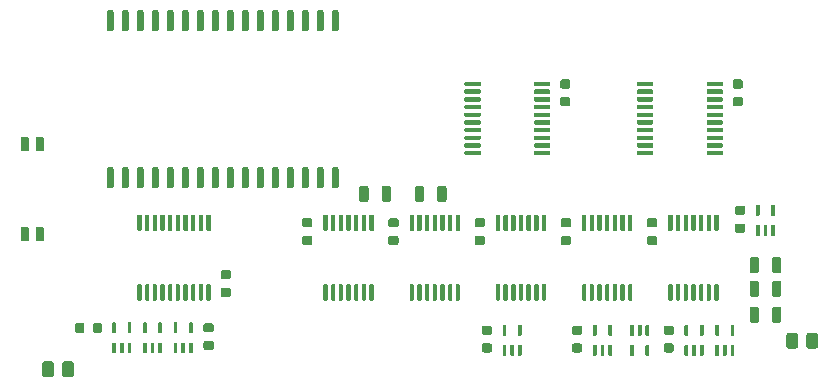
<source format=gtp>
G04 #@! TF.GenerationSoftware,KiCad,Pcbnew,(5.1.5-0-10_14)*
G04 #@! TF.CreationDate,2021-02-24T21:24:28-05:00*
G04 #@! TF.ProjectId,RAM128,52414d31-3238-42e6-9b69-6361645f7063,rev?*
G04 #@! TF.SameCoordinates,Original*
G04 #@! TF.FileFunction,Paste,Top*
G04 #@! TF.FilePolarity,Positive*
%FSLAX46Y46*%
G04 Gerber Fmt 4.6, Leading zero omitted, Abs format (unit mm)*
G04 Created by KiCad (PCBNEW (5.1.5-0-10_14)) date 2021-02-24 21:24:28*
%MOMM*%
%LPD*%
G04 APERTURE LIST*
%ADD10C,0.100000*%
G04 APERTURE END LIST*
D10*
G36*
X70679898Y-110642855D02*
G01*
X70697129Y-110645411D01*
X70714026Y-110649643D01*
X70730426Y-110655511D01*
X70746173Y-110662959D01*
X70761114Y-110671914D01*
X70775105Y-110682291D01*
X70788011Y-110693989D01*
X70799709Y-110706895D01*
X70810086Y-110720886D01*
X70819041Y-110735827D01*
X70826489Y-110751574D01*
X70832357Y-110767974D01*
X70836589Y-110784871D01*
X70839145Y-110802102D01*
X70840000Y-110819500D01*
X70840000Y-111684500D01*
X70839145Y-111701898D01*
X70836589Y-111719129D01*
X70832357Y-111736026D01*
X70826489Y-111752426D01*
X70819041Y-111768173D01*
X70810086Y-111783114D01*
X70799709Y-111797105D01*
X70788011Y-111810011D01*
X70775105Y-111821709D01*
X70761114Y-111832086D01*
X70746173Y-111841041D01*
X70730426Y-111848489D01*
X70714026Y-111854357D01*
X70697129Y-111858589D01*
X70679898Y-111861145D01*
X70662500Y-111862000D01*
X70307500Y-111862000D01*
X70290102Y-111861145D01*
X70272871Y-111858589D01*
X70255974Y-111854357D01*
X70239574Y-111848489D01*
X70223827Y-111841041D01*
X70208886Y-111832086D01*
X70194895Y-111821709D01*
X70181989Y-111810011D01*
X70170291Y-111797105D01*
X70159914Y-111783114D01*
X70150959Y-111768173D01*
X70143511Y-111752426D01*
X70137643Y-111736026D01*
X70133411Y-111719129D01*
X70130855Y-111701898D01*
X70130000Y-111684500D01*
X70130000Y-110819500D01*
X70130855Y-110802102D01*
X70133411Y-110784871D01*
X70137643Y-110767974D01*
X70143511Y-110751574D01*
X70150959Y-110735827D01*
X70159914Y-110720886D01*
X70170291Y-110706895D01*
X70181989Y-110693989D01*
X70194895Y-110682291D01*
X70208886Y-110671914D01*
X70223827Y-110662959D01*
X70239574Y-110655511D01*
X70255974Y-110649643D01*
X70272871Y-110645411D01*
X70290102Y-110642855D01*
X70307500Y-110642000D01*
X70662500Y-110642000D01*
X70679898Y-110642855D01*
G37*
G36*
X71949898Y-110642855D02*
G01*
X71967129Y-110645411D01*
X71984026Y-110649643D01*
X72000426Y-110655511D01*
X72016173Y-110662959D01*
X72031114Y-110671914D01*
X72045105Y-110682291D01*
X72058011Y-110693989D01*
X72069709Y-110706895D01*
X72080086Y-110720886D01*
X72089041Y-110735827D01*
X72096489Y-110751574D01*
X72102357Y-110767974D01*
X72106589Y-110784871D01*
X72109145Y-110802102D01*
X72110000Y-110819500D01*
X72110000Y-111684500D01*
X72109145Y-111701898D01*
X72106589Y-111719129D01*
X72102357Y-111736026D01*
X72096489Y-111752426D01*
X72089041Y-111768173D01*
X72080086Y-111783114D01*
X72069709Y-111797105D01*
X72058011Y-111810011D01*
X72045105Y-111821709D01*
X72031114Y-111832086D01*
X72016173Y-111841041D01*
X72000426Y-111848489D01*
X71984026Y-111854357D01*
X71967129Y-111858589D01*
X71949898Y-111861145D01*
X71932500Y-111862000D01*
X71577500Y-111862000D01*
X71560102Y-111861145D01*
X71542871Y-111858589D01*
X71525974Y-111854357D01*
X71509574Y-111848489D01*
X71493827Y-111841041D01*
X71478886Y-111832086D01*
X71464895Y-111821709D01*
X71451989Y-111810011D01*
X71440291Y-111797105D01*
X71429914Y-111783114D01*
X71420959Y-111768173D01*
X71413511Y-111752426D01*
X71407643Y-111736026D01*
X71403411Y-111719129D01*
X71400855Y-111701898D01*
X71400000Y-111684500D01*
X71400000Y-110819500D01*
X71400855Y-110802102D01*
X71403411Y-110784871D01*
X71407643Y-110767974D01*
X71413511Y-110751574D01*
X71420959Y-110735827D01*
X71429914Y-110720886D01*
X71440291Y-110706895D01*
X71451989Y-110693989D01*
X71464895Y-110682291D01*
X71478886Y-110671914D01*
X71493827Y-110662959D01*
X71509574Y-110655511D01*
X71525974Y-110649643D01*
X71542871Y-110645411D01*
X71560102Y-110642855D01*
X71577500Y-110642000D01*
X71932500Y-110642000D01*
X71949898Y-110642855D01*
G37*
G36*
X71949898Y-118262855D02*
G01*
X71967129Y-118265411D01*
X71984026Y-118269643D01*
X72000426Y-118275511D01*
X72016173Y-118282959D01*
X72031114Y-118291914D01*
X72045105Y-118302291D01*
X72058011Y-118313989D01*
X72069709Y-118326895D01*
X72080086Y-118340886D01*
X72089041Y-118355827D01*
X72096489Y-118371574D01*
X72102357Y-118387974D01*
X72106589Y-118404871D01*
X72109145Y-118422102D01*
X72110000Y-118439500D01*
X72110000Y-119304500D01*
X72109145Y-119321898D01*
X72106589Y-119339129D01*
X72102357Y-119356026D01*
X72096489Y-119372426D01*
X72089041Y-119388173D01*
X72080086Y-119403114D01*
X72069709Y-119417105D01*
X72058011Y-119430011D01*
X72045105Y-119441709D01*
X72031114Y-119452086D01*
X72016173Y-119461041D01*
X72000426Y-119468489D01*
X71984026Y-119474357D01*
X71967129Y-119478589D01*
X71949898Y-119481145D01*
X71932500Y-119482000D01*
X71577500Y-119482000D01*
X71560102Y-119481145D01*
X71542871Y-119478589D01*
X71525974Y-119474357D01*
X71509574Y-119468489D01*
X71493827Y-119461041D01*
X71478886Y-119452086D01*
X71464895Y-119441709D01*
X71451989Y-119430011D01*
X71440291Y-119417105D01*
X71429914Y-119403114D01*
X71420959Y-119388173D01*
X71413511Y-119372426D01*
X71407643Y-119356026D01*
X71403411Y-119339129D01*
X71400855Y-119321898D01*
X71400000Y-119304500D01*
X71400000Y-118439500D01*
X71400855Y-118422102D01*
X71403411Y-118404871D01*
X71407643Y-118387974D01*
X71413511Y-118371574D01*
X71420959Y-118355827D01*
X71429914Y-118340886D01*
X71440291Y-118326895D01*
X71451989Y-118313989D01*
X71464895Y-118302291D01*
X71478886Y-118291914D01*
X71493827Y-118282959D01*
X71509574Y-118275511D01*
X71525974Y-118269643D01*
X71542871Y-118265411D01*
X71560102Y-118262855D01*
X71577500Y-118262000D01*
X71932500Y-118262000D01*
X71949898Y-118262855D01*
G37*
G36*
X70679898Y-118262855D02*
G01*
X70697129Y-118265411D01*
X70714026Y-118269643D01*
X70730426Y-118275511D01*
X70746173Y-118282959D01*
X70761114Y-118291914D01*
X70775105Y-118302291D01*
X70788011Y-118313989D01*
X70799709Y-118326895D01*
X70810086Y-118340886D01*
X70819041Y-118355827D01*
X70826489Y-118371574D01*
X70832357Y-118387974D01*
X70836589Y-118404871D01*
X70839145Y-118422102D01*
X70840000Y-118439500D01*
X70840000Y-119304500D01*
X70839145Y-119321898D01*
X70836589Y-119339129D01*
X70832357Y-119356026D01*
X70826489Y-119372426D01*
X70819041Y-119388173D01*
X70810086Y-119403114D01*
X70799709Y-119417105D01*
X70788011Y-119430011D01*
X70775105Y-119441709D01*
X70761114Y-119452086D01*
X70746173Y-119461041D01*
X70730426Y-119468489D01*
X70714026Y-119474357D01*
X70697129Y-119478589D01*
X70679898Y-119481145D01*
X70662500Y-119482000D01*
X70307500Y-119482000D01*
X70290102Y-119481145D01*
X70272871Y-119478589D01*
X70255974Y-119474357D01*
X70239574Y-119468489D01*
X70223827Y-119461041D01*
X70208886Y-119452086D01*
X70194895Y-119441709D01*
X70181989Y-119430011D01*
X70170291Y-119417105D01*
X70159914Y-119403114D01*
X70150959Y-119388173D01*
X70143511Y-119372426D01*
X70137643Y-119356026D01*
X70133411Y-119339129D01*
X70130855Y-119321898D01*
X70130000Y-119304500D01*
X70130000Y-118439500D01*
X70130855Y-118422102D01*
X70133411Y-118404871D01*
X70137643Y-118387974D01*
X70143511Y-118371574D01*
X70150959Y-118355827D01*
X70159914Y-118340886D01*
X70170291Y-118326895D01*
X70181989Y-118313989D01*
X70194895Y-118302291D01*
X70208886Y-118291914D01*
X70223827Y-118282959D01*
X70239574Y-118275511D01*
X70255974Y-118269643D01*
X70272871Y-118265411D01*
X70290102Y-118262855D01*
X70307500Y-118262000D01*
X70662500Y-118262000D01*
X70679898Y-118262855D01*
G37*
G36*
X132469603Y-120825963D02*
G01*
X132489018Y-120828843D01*
X132508057Y-120833612D01*
X132526537Y-120840224D01*
X132544279Y-120848616D01*
X132561114Y-120858706D01*
X132576879Y-120870398D01*
X132591421Y-120883579D01*
X132604602Y-120898121D01*
X132616294Y-120913886D01*
X132626384Y-120930721D01*
X132634776Y-120948463D01*
X132641388Y-120966943D01*
X132646157Y-120985982D01*
X132649037Y-121005397D01*
X132650000Y-121025000D01*
X132650000Y-121975000D01*
X132649037Y-121994603D01*
X132646157Y-122014018D01*
X132641388Y-122033057D01*
X132634776Y-122051537D01*
X132626384Y-122069279D01*
X132616294Y-122086114D01*
X132604602Y-122101879D01*
X132591421Y-122116421D01*
X132576879Y-122129602D01*
X132561114Y-122141294D01*
X132544279Y-122151384D01*
X132526537Y-122159776D01*
X132508057Y-122166388D01*
X132489018Y-122171157D01*
X132469603Y-122174037D01*
X132450000Y-122175000D01*
X132050000Y-122175000D01*
X132030397Y-122174037D01*
X132010982Y-122171157D01*
X131991943Y-122166388D01*
X131973463Y-122159776D01*
X131955721Y-122151384D01*
X131938886Y-122141294D01*
X131923121Y-122129602D01*
X131908579Y-122116421D01*
X131895398Y-122101879D01*
X131883706Y-122086114D01*
X131873616Y-122069279D01*
X131865224Y-122051537D01*
X131858612Y-122033057D01*
X131853843Y-122014018D01*
X131850963Y-121994603D01*
X131850000Y-121975000D01*
X131850000Y-121025000D01*
X131850963Y-121005397D01*
X131853843Y-120985982D01*
X131858612Y-120966943D01*
X131865224Y-120948463D01*
X131873616Y-120930721D01*
X131883706Y-120913886D01*
X131895398Y-120898121D01*
X131908579Y-120883579D01*
X131923121Y-120870398D01*
X131938886Y-120858706D01*
X131955721Y-120848616D01*
X131973463Y-120840224D01*
X131991943Y-120833612D01*
X132010982Y-120828843D01*
X132030397Y-120825963D01*
X132050000Y-120825000D01*
X132450000Y-120825000D01*
X132469603Y-120825963D01*
G37*
G36*
X134369603Y-120825963D02*
G01*
X134389018Y-120828843D01*
X134408057Y-120833612D01*
X134426537Y-120840224D01*
X134444279Y-120848616D01*
X134461114Y-120858706D01*
X134476879Y-120870398D01*
X134491421Y-120883579D01*
X134504602Y-120898121D01*
X134516294Y-120913886D01*
X134526384Y-120930721D01*
X134534776Y-120948463D01*
X134541388Y-120966943D01*
X134546157Y-120985982D01*
X134549037Y-121005397D01*
X134550000Y-121025000D01*
X134550000Y-121975000D01*
X134549037Y-121994603D01*
X134546157Y-122014018D01*
X134541388Y-122033057D01*
X134534776Y-122051537D01*
X134526384Y-122069279D01*
X134516294Y-122086114D01*
X134504602Y-122101879D01*
X134491421Y-122116421D01*
X134476879Y-122129602D01*
X134461114Y-122141294D01*
X134444279Y-122151384D01*
X134426537Y-122159776D01*
X134408057Y-122166388D01*
X134389018Y-122171157D01*
X134369603Y-122174037D01*
X134350000Y-122175000D01*
X133950000Y-122175000D01*
X133930397Y-122174037D01*
X133910982Y-122171157D01*
X133891943Y-122166388D01*
X133873463Y-122159776D01*
X133855721Y-122151384D01*
X133838886Y-122141294D01*
X133823121Y-122129602D01*
X133808579Y-122116421D01*
X133795398Y-122101879D01*
X133783706Y-122086114D01*
X133773616Y-122069279D01*
X133765224Y-122051537D01*
X133758612Y-122033057D01*
X133753843Y-122014018D01*
X133750963Y-121994603D01*
X133750000Y-121975000D01*
X133750000Y-121025000D01*
X133750963Y-121005397D01*
X133753843Y-120985982D01*
X133758612Y-120966943D01*
X133765224Y-120948463D01*
X133773616Y-120930721D01*
X133783706Y-120913886D01*
X133795398Y-120898121D01*
X133808579Y-120883579D01*
X133823121Y-120870398D01*
X133838886Y-120858706D01*
X133855721Y-120848616D01*
X133873463Y-120840224D01*
X133891943Y-120833612D01*
X133910982Y-120828843D01*
X133930397Y-120825963D01*
X133950000Y-120825000D01*
X134350000Y-120825000D01*
X134369603Y-120825963D01*
G37*
G36*
X96924977Y-99892662D02*
G01*
X96938325Y-99894642D01*
X96951414Y-99897921D01*
X96964119Y-99902467D01*
X96976317Y-99908236D01*
X96987891Y-99915173D01*
X96998729Y-99923211D01*
X97008727Y-99932273D01*
X97017789Y-99942271D01*
X97025827Y-99953109D01*
X97032764Y-99964683D01*
X97038533Y-99976881D01*
X97043079Y-99989586D01*
X97046358Y-100002675D01*
X97048338Y-100016023D01*
X97049000Y-100029500D01*
X97049000Y-101554500D01*
X97048338Y-101567977D01*
X97046358Y-101581325D01*
X97043079Y-101594414D01*
X97038533Y-101607119D01*
X97032764Y-101619317D01*
X97025827Y-101630891D01*
X97017789Y-101641729D01*
X97008727Y-101651727D01*
X96998729Y-101660789D01*
X96987891Y-101668827D01*
X96976317Y-101675764D01*
X96964119Y-101681533D01*
X96951414Y-101686079D01*
X96938325Y-101689358D01*
X96924977Y-101691338D01*
X96911500Y-101692000D01*
X96636500Y-101692000D01*
X96623023Y-101691338D01*
X96609675Y-101689358D01*
X96596586Y-101686079D01*
X96583881Y-101681533D01*
X96571683Y-101675764D01*
X96560109Y-101668827D01*
X96549271Y-101660789D01*
X96539273Y-101651727D01*
X96530211Y-101641729D01*
X96522173Y-101630891D01*
X96515236Y-101619317D01*
X96509467Y-101607119D01*
X96504921Y-101594414D01*
X96501642Y-101581325D01*
X96499662Y-101567977D01*
X96499000Y-101554500D01*
X96499000Y-100029500D01*
X96499662Y-100016023D01*
X96501642Y-100002675D01*
X96504921Y-99989586D01*
X96509467Y-99976881D01*
X96515236Y-99964683D01*
X96522173Y-99953109D01*
X96530211Y-99942271D01*
X96539273Y-99932273D01*
X96549271Y-99923211D01*
X96560109Y-99915173D01*
X96571683Y-99908236D01*
X96583881Y-99902467D01*
X96596586Y-99897921D01*
X96609675Y-99894642D01*
X96623023Y-99892662D01*
X96636500Y-99892000D01*
X96911500Y-99892000D01*
X96924977Y-99892662D01*
G37*
G36*
X95654977Y-99892662D02*
G01*
X95668325Y-99894642D01*
X95681414Y-99897921D01*
X95694119Y-99902467D01*
X95706317Y-99908236D01*
X95717891Y-99915173D01*
X95728729Y-99923211D01*
X95738727Y-99932273D01*
X95747789Y-99942271D01*
X95755827Y-99953109D01*
X95762764Y-99964683D01*
X95768533Y-99976881D01*
X95773079Y-99989586D01*
X95776358Y-100002675D01*
X95778338Y-100016023D01*
X95779000Y-100029500D01*
X95779000Y-101554500D01*
X95778338Y-101567977D01*
X95776358Y-101581325D01*
X95773079Y-101594414D01*
X95768533Y-101607119D01*
X95762764Y-101619317D01*
X95755827Y-101630891D01*
X95747789Y-101641729D01*
X95738727Y-101651727D01*
X95728729Y-101660789D01*
X95717891Y-101668827D01*
X95706317Y-101675764D01*
X95694119Y-101681533D01*
X95681414Y-101686079D01*
X95668325Y-101689358D01*
X95654977Y-101691338D01*
X95641500Y-101692000D01*
X95366500Y-101692000D01*
X95353023Y-101691338D01*
X95339675Y-101689358D01*
X95326586Y-101686079D01*
X95313881Y-101681533D01*
X95301683Y-101675764D01*
X95290109Y-101668827D01*
X95279271Y-101660789D01*
X95269273Y-101651727D01*
X95260211Y-101641729D01*
X95252173Y-101630891D01*
X95245236Y-101619317D01*
X95239467Y-101607119D01*
X95234921Y-101594414D01*
X95231642Y-101581325D01*
X95229662Y-101567977D01*
X95229000Y-101554500D01*
X95229000Y-100029500D01*
X95229662Y-100016023D01*
X95231642Y-100002675D01*
X95234921Y-99989586D01*
X95239467Y-99976881D01*
X95245236Y-99964683D01*
X95252173Y-99953109D01*
X95260211Y-99942271D01*
X95269273Y-99932273D01*
X95279271Y-99923211D01*
X95290109Y-99915173D01*
X95301683Y-99908236D01*
X95313881Y-99902467D01*
X95326586Y-99897921D01*
X95339675Y-99894642D01*
X95353023Y-99892662D01*
X95366500Y-99892000D01*
X95641500Y-99892000D01*
X95654977Y-99892662D01*
G37*
G36*
X94384977Y-99892662D02*
G01*
X94398325Y-99894642D01*
X94411414Y-99897921D01*
X94424119Y-99902467D01*
X94436317Y-99908236D01*
X94447891Y-99915173D01*
X94458729Y-99923211D01*
X94468727Y-99932273D01*
X94477789Y-99942271D01*
X94485827Y-99953109D01*
X94492764Y-99964683D01*
X94498533Y-99976881D01*
X94503079Y-99989586D01*
X94506358Y-100002675D01*
X94508338Y-100016023D01*
X94509000Y-100029500D01*
X94509000Y-101554500D01*
X94508338Y-101567977D01*
X94506358Y-101581325D01*
X94503079Y-101594414D01*
X94498533Y-101607119D01*
X94492764Y-101619317D01*
X94485827Y-101630891D01*
X94477789Y-101641729D01*
X94468727Y-101651727D01*
X94458729Y-101660789D01*
X94447891Y-101668827D01*
X94436317Y-101675764D01*
X94424119Y-101681533D01*
X94411414Y-101686079D01*
X94398325Y-101689358D01*
X94384977Y-101691338D01*
X94371500Y-101692000D01*
X94096500Y-101692000D01*
X94083023Y-101691338D01*
X94069675Y-101689358D01*
X94056586Y-101686079D01*
X94043881Y-101681533D01*
X94031683Y-101675764D01*
X94020109Y-101668827D01*
X94009271Y-101660789D01*
X93999273Y-101651727D01*
X93990211Y-101641729D01*
X93982173Y-101630891D01*
X93975236Y-101619317D01*
X93969467Y-101607119D01*
X93964921Y-101594414D01*
X93961642Y-101581325D01*
X93959662Y-101567977D01*
X93959000Y-101554500D01*
X93959000Y-100029500D01*
X93959662Y-100016023D01*
X93961642Y-100002675D01*
X93964921Y-99989586D01*
X93969467Y-99976881D01*
X93975236Y-99964683D01*
X93982173Y-99953109D01*
X93990211Y-99942271D01*
X93999273Y-99932273D01*
X94009271Y-99923211D01*
X94020109Y-99915173D01*
X94031683Y-99908236D01*
X94043881Y-99902467D01*
X94056586Y-99897921D01*
X94069675Y-99894642D01*
X94083023Y-99892662D01*
X94096500Y-99892000D01*
X94371500Y-99892000D01*
X94384977Y-99892662D01*
G37*
G36*
X93114977Y-99892662D02*
G01*
X93128325Y-99894642D01*
X93141414Y-99897921D01*
X93154119Y-99902467D01*
X93166317Y-99908236D01*
X93177891Y-99915173D01*
X93188729Y-99923211D01*
X93198727Y-99932273D01*
X93207789Y-99942271D01*
X93215827Y-99953109D01*
X93222764Y-99964683D01*
X93228533Y-99976881D01*
X93233079Y-99989586D01*
X93236358Y-100002675D01*
X93238338Y-100016023D01*
X93239000Y-100029500D01*
X93239000Y-101554500D01*
X93238338Y-101567977D01*
X93236358Y-101581325D01*
X93233079Y-101594414D01*
X93228533Y-101607119D01*
X93222764Y-101619317D01*
X93215827Y-101630891D01*
X93207789Y-101641729D01*
X93198727Y-101651727D01*
X93188729Y-101660789D01*
X93177891Y-101668827D01*
X93166317Y-101675764D01*
X93154119Y-101681533D01*
X93141414Y-101686079D01*
X93128325Y-101689358D01*
X93114977Y-101691338D01*
X93101500Y-101692000D01*
X92826500Y-101692000D01*
X92813023Y-101691338D01*
X92799675Y-101689358D01*
X92786586Y-101686079D01*
X92773881Y-101681533D01*
X92761683Y-101675764D01*
X92750109Y-101668827D01*
X92739271Y-101660789D01*
X92729273Y-101651727D01*
X92720211Y-101641729D01*
X92712173Y-101630891D01*
X92705236Y-101619317D01*
X92699467Y-101607119D01*
X92694921Y-101594414D01*
X92691642Y-101581325D01*
X92689662Y-101567977D01*
X92689000Y-101554500D01*
X92689000Y-100029500D01*
X92689662Y-100016023D01*
X92691642Y-100002675D01*
X92694921Y-99989586D01*
X92699467Y-99976881D01*
X92705236Y-99964683D01*
X92712173Y-99953109D01*
X92720211Y-99942271D01*
X92729273Y-99932273D01*
X92739271Y-99923211D01*
X92750109Y-99915173D01*
X92761683Y-99908236D01*
X92773881Y-99902467D01*
X92786586Y-99897921D01*
X92799675Y-99894642D01*
X92813023Y-99892662D01*
X92826500Y-99892000D01*
X93101500Y-99892000D01*
X93114977Y-99892662D01*
G37*
G36*
X91844977Y-99892662D02*
G01*
X91858325Y-99894642D01*
X91871414Y-99897921D01*
X91884119Y-99902467D01*
X91896317Y-99908236D01*
X91907891Y-99915173D01*
X91918729Y-99923211D01*
X91928727Y-99932273D01*
X91937789Y-99942271D01*
X91945827Y-99953109D01*
X91952764Y-99964683D01*
X91958533Y-99976881D01*
X91963079Y-99989586D01*
X91966358Y-100002675D01*
X91968338Y-100016023D01*
X91969000Y-100029500D01*
X91969000Y-101554500D01*
X91968338Y-101567977D01*
X91966358Y-101581325D01*
X91963079Y-101594414D01*
X91958533Y-101607119D01*
X91952764Y-101619317D01*
X91945827Y-101630891D01*
X91937789Y-101641729D01*
X91928727Y-101651727D01*
X91918729Y-101660789D01*
X91907891Y-101668827D01*
X91896317Y-101675764D01*
X91884119Y-101681533D01*
X91871414Y-101686079D01*
X91858325Y-101689358D01*
X91844977Y-101691338D01*
X91831500Y-101692000D01*
X91556500Y-101692000D01*
X91543023Y-101691338D01*
X91529675Y-101689358D01*
X91516586Y-101686079D01*
X91503881Y-101681533D01*
X91491683Y-101675764D01*
X91480109Y-101668827D01*
X91469271Y-101660789D01*
X91459273Y-101651727D01*
X91450211Y-101641729D01*
X91442173Y-101630891D01*
X91435236Y-101619317D01*
X91429467Y-101607119D01*
X91424921Y-101594414D01*
X91421642Y-101581325D01*
X91419662Y-101567977D01*
X91419000Y-101554500D01*
X91419000Y-100029500D01*
X91419662Y-100016023D01*
X91421642Y-100002675D01*
X91424921Y-99989586D01*
X91429467Y-99976881D01*
X91435236Y-99964683D01*
X91442173Y-99953109D01*
X91450211Y-99942271D01*
X91459273Y-99932273D01*
X91469271Y-99923211D01*
X91480109Y-99915173D01*
X91491683Y-99908236D01*
X91503881Y-99902467D01*
X91516586Y-99897921D01*
X91529675Y-99894642D01*
X91543023Y-99892662D01*
X91556500Y-99892000D01*
X91831500Y-99892000D01*
X91844977Y-99892662D01*
G37*
G36*
X90574977Y-99892662D02*
G01*
X90588325Y-99894642D01*
X90601414Y-99897921D01*
X90614119Y-99902467D01*
X90626317Y-99908236D01*
X90637891Y-99915173D01*
X90648729Y-99923211D01*
X90658727Y-99932273D01*
X90667789Y-99942271D01*
X90675827Y-99953109D01*
X90682764Y-99964683D01*
X90688533Y-99976881D01*
X90693079Y-99989586D01*
X90696358Y-100002675D01*
X90698338Y-100016023D01*
X90699000Y-100029500D01*
X90699000Y-101554500D01*
X90698338Y-101567977D01*
X90696358Y-101581325D01*
X90693079Y-101594414D01*
X90688533Y-101607119D01*
X90682764Y-101619317D01*
X90675827Y-101630891D01*
X90667789Y-101641729D01*
X90658727Y-101651727D01*
X90648729Y-101660789D01*
X90637891Y-101668827D01*
X90626317Y-101675764D01*
X90614119Y-101681533D01*
X90601414Y-101686079D01*
X90588325Y-101689358D01*
X90574977Y-101691338D01*
X90561500Y-101692000D01*
X90286500Y-101692000D01*
X90273023Y-101691338D01*
X90259675Y-101689358D01*
X90246586Y-101686079D01*
X90233881Y-101681533D01*
X90221683Y-101675764D01*
X90210109Y-101668827D01*
X90199271Y-101660789D01*
X90189273Y-101651727D01*
X90180211Y-101641729D01*
X90172173Y-101630891D01*
X90165236Y-101619317D01*
X90159467Y-101607119D01*
X90154921Y-101594414D01*
X90151642Y-101581325D01*
X90149662Y-101567977D01*
X90149000Y-101554500D01*
X90149000Y-100029500D01*
X90149662Y-100016023D01*
X90151642Y-100002675D01*
X90154921Y-99989586D01*
X90159467Y-99976881D01*
X90165236Y-99964683D01*
X90172173Y-99953109D01*
X90180211Y-99942271D01*
X90189273Y-99932273D01*
X90199271Y-99923211D01*
X90210109Y-99915173D01*
X90221683Y-99908236D01*
X90233881Y-99902467D01*
X90246586Y-99897921D01*
X90259675Y-99894642D01*
X90273023Y-99892662D01*
X90286500Y-99892000D01*
X90561500Y-99892000D01*
X90574977Y-99892662D01*
G37*
G36*
X89304977Y-99892662D02*
G01*
X89318325Y-99894642D01*
X89331414Y-99897921D01*
X89344119Y-99902467D01*
X89356317Y-99908236D01*
X89367891Y-99915173D01*
X89378729Y-99923211D01*
X89388727Y-99932273D01*
X89397789Y-99942271D01*
X89405827Y-99953109D01*
X89412764Y-99964683D01*
X89418533Y-99976881D01*
X89423079Y-99989586D01*
X89426358Y-100002675D01*
X89428338Y-100016023D01*
X89429000Y-100029500D01*
X89429000Y-101554500D01*
X89428338Y-101567977D01*
X89426358Y-101581325D01*
X89423079Y-101594414D01*
X89418533Y-101607119D01*
X89412764Y-101619317D01*
X89405827Y-101630891D01*
X89397789Y-101641729D01*
X89388727Y-101651727D01*
X89378729Y-101660789D01*
X89367891Y-101668827D01*
X89356317Y-101675764D01*
X89344119Y-101681533D01*
X89331414Y-101686079D01*
X89318325Y-101689358D01*
X89304977Y-101691338D01*
X89291500Y-101692000D01*
X89016500Y-101692000D01*
X89003023Y-101691338D01*
X88989675Y-101689358D01*
X88976586Y-101686079D01*
X88963881Y-101681533D01*
X88951683Y-101675764D01*
X88940109Y-101668827D01*
X88929271Y-101660789D01*
X88919273Y-101651727D01*
X88910211Y-101641729D01*
X88902173Y-101630891D01*
X88895236Y-101619317D01*
X88889467Y-101607119D01*
X88884921Y-101594414D01*
X88881642Y-101581325D01*
X88879662Y-101567977D01*
X88879000Y-101554500D01*
X88879000Y-100029500D01*
X88879662Y-100016023D01*
X88881642Y-100002675D01*
X88884921Y-99989586D01*
X88889467Y-99976881D01*
X88895236Y-99964683D01*
X88902173Y-99953109D01*
X88910211Y-99942271D01*
X88919273Y-99932273D01*
X88929271Y-99923211D01*
X88940109Y-99915173D01*
X88951683Y-99908236D01*
X88963881Y-99902467D01*
X88976586Y-99897921D01*
X88989675Y-99894642D01*
X89003023Y-99892662D01*
X89016500Y-99892000D01*
X89291500Y-99892000D01*
X89304977Y-99892662D01*
G37*
G36*
X88034977Y-99892662D02*
G01*
X88048325Y-99894642D01*
X88061414Y-99897921D01*
X88074119Y-99902467D01*
X88086317Y-99908236D01*
X88097891Y-99915173D01*
X88108729Y-99923211D01*
X88118727Y-99932273D01*
X88127789Y-99942271D01*
X88135827Y-99953109D01*
X88142764Y-99964683D01*
X88148533Y-99976881D01*
X88153079Y-99989586D01*
X88156358Y-100002675D01*
X88158338Y-100016023D01*
X88159000Y-100029500D01*
X88159000Y-101554500D01*
X88158338Y-101567977D01*
X88156358Y-101581325D01*
X88153079Y-101594414D01*
X88148533Y-101607119D01*
X88142764Y-101619317D01*
X88135827Y-101630891D01*
X88127789Y-101641729D01*
X88118727Y-101651727D01*
X88108729Y-101660789D01*
X88097891Y-101668827D01*
X88086317Y-101675764D01*
X88074119Y-101681533D01*
X88061414Y-101686079D01*
X88048325Y-101689358D01*
X88034977Y-101691338D01*
X88021500Y-101692000D01*
X87746500Y-101692000D01*
X87733023Y-101691338D01*
X87719675Y-101689358D01*
X87706586Y-101686079D01*
X87693881Y-101681533D01*
X87681683Y-101675764D01*
X87670109Y-101668827D01*
X87659271Y-101660789D01*
X87649273Y-101651727D01*
X87640211Y-101641729D01*
X87632173Y-101630891D01*
X87625236Y-101619317D01*
X87619467Y-101607119D01*
X87614921Y-101594414D01*
X87611642Y-101581325D01*
X87609662Y-101567977D01*
X87609000Y-101554500D01*
X87609000Y-100029500D01*
X87609662Y-100016023D01*
X87611642Y-100002675D01*
X87614921Y-99989586D01*
X87619467Y-99976881D01*
X87625236Y-99964683D01*
X87632173Y-99953109D01*
X87640211Y-99942271D01*
X87649273Y-99932273D01*
X87659271Y-99923211D01*
X87670109Y-99915173D01*
X87681683Y-99908236D01*
X87693881Y-99902467D01*
X87706586Y-99897921D01*
X87719675Y-99894642D01*
X87733023Y-99892662D01*
X87746500Y-99892000D01*
X88021500Y-99892000D01*
X88034977Y-99892662D01*
G37*
G36*
X86764977Y-99892662D02*
G01*
X86778325Y-99894642D01*
X86791414Y-99897921D01*
X86804119Y-99902467D01*
X86816317Y-99908236D01*
X86827891Y-99915173D01*
X86838729Y-99923211D01*
X86848727Y-99932273D01*
X86857789Y-99942271D01*
X86865827Y-99953109D01*
X86872764Y-99964683D01*
X86878533Y-99976881D01*
X86883079Y-99989586D01*
X86886358Y-100002675D01*
X86888338Y-100016023D01*
X86889000Y-100029500D01*
X86889000Y-101554500D01*
X86888338Y-101567977D01*
X86886358Y-101581325D01*
X86883079Y-101594414D01*
X86878533Y-101607119D01*
X86872764Y-101619317D01*
X86865827Y-101630891D01*
X86857789Y-101641729D01*
X86848727Y-101651727D01*
X86838729Y-101660789D01*
X86827891Y-101668827D01*
X86816317Y-101675764D01*
X86804119Y-101681533D01*
X86791414Y-101686079D01*
X86778325Y-101689358D01*
X86764977Y-101691338D01*
X86751500Y-101692000D01*
X86476500Y-101692000D01*
X86463023Y-101691338D01*
X86449675Y-101689358D01*
X86436586Y-101686079D01*
X86423881Y-101681533D01*
X86411683Y-101675764D01*
X86400109Y-101668827D01*
X86389271Y-101660789D01*
X86379273Y-101651727D01*
X86370211Y-101641729D01*
X86362173Y-101630891D01*
X86355236Y-101619317D01*
X86349467Y-101607119D01*
X86344921Y-101594414D01*
X86341642Y-101581325D01*
X86339662Y-101567977D01*
X86339000Y-101554500D01*
X86339000Y-100029500D01*
X86339662Y-100016023D01*
X86341642Y-100002675D01*
X86344921Y-99989586D01*
X86349467Y-99976881D01*
X86355236Y-99964683D01*
X86362173Y-99953109D01*
X86370211Y-99942271D01*
X86379273Y-99932273D01*
X86389271Y-99923211D01*
X86400109Y-99915173D01*
X86411683Y-99908236D01*
X86423881Y-99902467D01*
X86436586Y-99897921D01*
X86449675Y-99894642D01*
X86463023Y-99892662D01*
X86476500Y-99892000D01*
X86751500Y-99892000D01*
X86764977Y-99892662D01*
G37*
G36*
X85494977Y-99892662D02*
G01*
X85508325Y-99894642D01*
X85521414Y-99897921D01*
X85534119Y-99902467D01*
X85546317Y-99908236D01*
X85557891Y-99915173D01*
X85568729Y-99923211D01*
X85578727Y-99932273D01*
X85587789Y-99942271D01*
X85595827Y-99953109D01*
X85602764Y-99964683D01*
X85608533Y-99976881D01*
X85613079Y-99989586D01*
X85616358Y-100002675D01*
X85618338Y-100016023D01*
X85619000Y-100029500D01*
X85619000Y-101554500D01*
X85618338Y-101567977D01*
X85616358Y-101581325D01*
X85613079Y-101594414D01*
X85608533Y-101607119D01*
X85602764Y-101619317D01*
X85595827Y-101630891D01*
X85587789Y-101641729D01*
X85578727Y-101651727D01*
X85568729Y-101660789D01*
X85557891Y-101668827D01*
X85546317Y-101675764D01*
X85534119Y-101681533D01*
X85521414Y-101686079D01*
X85508325Y-101689358D01*
X85494977Y-101691338D01*
X85481500Y-101692000D01*
X85206500Y-101692000D01*
X85193023Y-101691338D01*
X85179675Y-101689358D01*
X85166586Y-101686079D01*
X85153881Y-101681533D01*
X85141683Y-101675764D01*
X85130109Y-101668827D01*
X85119271Y-101660789D01*
X85109273Y-101651727D01*
X85100211Y-101641729D01*
X85092173Y-101630891D01*
X85085236Y-101619317D01*
X85079467Y-101607119D01*
X85074921Y-101594414D01*
X85071642Y-101581325D01*
X85069662Y-101567977D01*
X85069000Y-101554500D01*
X85069000Y-100029500D01*
X85069662Y-100016023D01*
X85071642Y-100002675D01*
X85074921Y-99989586D01*
X85079467Y-99976881D01*
X85085236Y-99964683D01*
X85092173Y-99953109D01*
X85100211Y-99942271D01*
X85109273Y-99932273D01*
X85119271Y-99923211D01*
X85130109Y-99915173D01*
X85141683Y-99908236D01*
X85153881Y-99902467D01*
X85166586Y-99897921D01*
X85179675Y-99894642D01*
X85193023Y-99892662D01*
X85206500Y-99892000D01*
X85481500Y-99892000D01*
X85494977Y-99892662D01*
G37*
G36*
X84224977Y-99892662D02*
G01*
X84238325Y-99894642D01*
X84251414Y-99897921D01*
X84264119Y-99902467D01*
X84276317Y-99908236D01*
X84287891Y-99915173D01*
X84298729Y-99923211D01*
X84308727Y-99932273D01*
X84317789Y-99942271D01*
X84325827Y-99953109D01*
X84332764Y-99964683D01*
X84338533Y-99976881D01*
X84343079Y-99989586D01*
X84346358Y-100002675D01*
X84348338Y-100016023D01*
X84349000Y-100029500D01*
X84349000Y-101554500D01*
X84348338Y-101567977D01*
X84346358Y-101581325D01*
X84343079Y-101594414D01*
X84338533Y-101607119D01*
X84332764Y-101619317D01*
X84325827Y-101630891D01*
X84317789Y-101641729D01*
X84308727Y-101651727D01*
X84298729Y-101660789D01*
X84287891Y-101668827D01*
X84276317Y-101675764D01*
X84264119Y-101681533D01*
X84251414Y-101686079D01*
X84238325Y-101689358D01*
X84224977Y-101691338D01*
X84211500Y-101692000D01*
X83936500Y-101692000D01*
X83923023Y-101691338D01*
X83909675Y-101689358D01*
X83896586Y-101686079D01*
X83883881Y-101681533D01*
X83871683Y-101675764D01*
X83860109Y-101668827D01*
X83849271Y-101660789D01*
X83839273Y-101651727D01*
X83830211Y-101641729D01*
X83822173Y-101630891D01*
X83815236Y-101619317D01*
X83809467Y-101607119D01*
X83804921Y-101594414D01*
X83801642Y-101581325D01*
X83799662Y-101567977D01*
X83799000Y-101554500D01*
X83799000Y-100029500D01*
X83799662Y-100016023D01*
X83801642Y-100002675D01*
X83804921Y-99989586D01*
X83809467Y-99976881D01*
X83815236Y-99964683D01*
X83822173Y-99953109D01*
X83830211Y-99942271D01*
X83839273Y-99932273D01*
X83849271Y-99923211D01*
X83860109Y-99915173D01*
X83871683Y-99908236D01*
X83883881Y-99902467D01*
X83896586Y-99897921D01*
X83909675Y-99894642D01*
X83923023Y-99892662D01*
X83936500Y-99892000D01*
X84211500Y-99892000D01*
X84224977Y-99892662D01*
G37*
G36*
X82954977Y-99892662D02*
G01*
X82968325Y-99894642D01*
X82981414Y-99897921D01*
X82994119Y-99902467D01*
X83006317Y-99908236D01*
X83017891Y-99915173D01*
X83028729Y-99923211D01*
X83038727Y-99932273D01*
X83047789Y-99942271D01*
X83055827Y-99953109D01*
X83062764Y-99964683D01*
X83068533Y-99976881D01*
X83073079Y-99989586D01*
X83076358Y-100002675D01*
X83078338Y-100016023D01*
X83079000Y-100029500D01*
X83079000Y-101554500D01*
X83078338Y-101567977D01*
X83076358Y-101581325D01*
X83073079Y-101594414D01*
X83068533Y-101607119D01*
X83062764Y-101619317D01*
X83055827Y-101630891D01*
X83047789Y-101641729D01*
X83038727Y-101651727D01*
X83028729Y-101660789D01*
X83017891Y-101668827D01*
X83006317Y-101675764D01*
X82994119Y-101681533D01*
X82981414Y-101686079D01*
X82968325Y-101689358D01*
X82954977Y-101691338D01*
X82941500Y-101692000D01*
X82666500Y-101692000D01*
X82653023Y-101691338D01*
X82639675Y-101689358D01*
X82626586Y-101686079D01*
X82613881Y-101681533D01*
X82601683Y-101675764D01*
X82590109Y-101668827D01*
X82579271Y-101660789D01*
X82569273Y-101651727D01*
X82560211Y-101641729D01*
X82552173Y-101630891D01*
X82545236Y-101619317D01*
X82539467Y-101607119D01*
X82534921Y-101594414D01*
X82531642Y-101581325D01*
X82529662Y-101567977D01*
X82529000Y-101554500D01*
X82529000Y-100029500D01*
X82529662Y-100016023D01*
X82531642Y-100002675D01*
X82534921Y-99989586D01*
X82539467Y-99976881D01*
X82545236Y-99964683D01*
X82552173Y-99953109D01*
X82560211Y-99942271D01*
X82569273Y-99932273D01*
X82579271Y-99923211D01*
X82590109Y-99915173D01*
X82601683Y-99908236D01*
X82613881Y-99902467D01*
X82626586Y-99897921D01*
X82639675Y-99894642D01*
X82653023Y-99892662D01*
X82666500Y-99892000D01*
X82941500Y-99892000D01*
X82954977Y-99892662D01*
G37*
G36*
X81684977Y-99892662D02*
G01*
X81698325Y-99894642D01*
X81711414Y-99897921D01*
X81724119Y-99902467D01*
X81736317Y-99908236D01*
X81747891Y-99915173D01*
X81758729Y-99923211D01*
X81768727Y-99932273D01*
X81777789Y-99942271D01*
X81785827Y-99953109D01*
X81792764Y-99964683D01*
X81798533Y-99976881D01*
X81803079Y-99989586D01*
X81806358Y-100002675D01*
X81808338Y-100016023D01*
X81809000Y-100029500D01*
X81809000Y-101554500D01*
X81808338Y-101567977D01*
X81806358Y-101581325D01*
X81803079Y-101594414D01*
X81798533Y-101607119D01*
X81792764Y-101619317D01*
X81785827Y-101630891D01*
X81777789Y-101641729D01*
X81768727Y-101651727D01*
X81758729Y-101660789D01*
X81747891Y-101668827D01*
X81736317Y-101675764D01*
X81724119Y-101681533D01*
X81711414Y-101686079D01*
X81698325Y-101689358D01*
X81684977Y-101691338D01*
X81671500Y-101692000D01*
X81396500Y-101692000D01*
X81383023Y-101691338D01*
X81369675Y-101689358D01*
X81356586Y-101686079D01*
X81343881Y-101681533D01*
X81331683Y-101675764D01*
X81320109Y-101668827D01*
X81309271Y-101660789D01*
X81299273Y-101651727D01*
X81290211Y-101641729D01*
X81282173Y-101630891D01*
X81275236Y-101619317D01*
X81269467Y-101607119D01*
X81264921Y-101594414D01*
X81261642Y-101581325D01*
X81259662Y-101567977D01*
X81259000Y-101554500D01*
X81259000Y-100029500D01*
X81259662Y-100016023D01*
X81261642Y-100002675D01*
X81264921Y-99989586D01*
X81269467Y-99976881D01*
X81275236Y-99964683D01*
X81282173Y-99953109D01*
X81290211Y-99942271D01*
X81299273Y-99932273D01*
X81309271Y-99923211D01*
X81320109Y-99915173D01*
X81331683Y-99908236D01*
X81343881Y-99902467D01*
X81356586Y-99897921D01*
X81369675Y-99894642D01*
X81383023Y-99892662D01*
X81396500Y-99892000D01*
X81671500Y-99892000D01*
X81684977Y-99892662D01*
G37*
G36*
X80414977Y-99892662D02*
G01*
X80428325Y-99894642D01*
X80441414Y-99897921D01*
X80454119Y-99902467D01*
X80466317Y-99908236D01*
X80477891Y-99915173D01*
X80488729Y-99923211D01*
X80498727Y-99932273D01*
X80507789Y-99942271D01*
X80515827Y-99953109D01*
X80522764Y-99964683D01*
X80528533Y-99976881D01*
X80533079Y-99989586D01*
X80536358Y-100002675D01*
X80538338Y-100016023D01*
X80539000Y-100029500D01*
X80539000Y-101554500D01*
X80538338Y-101567977D01*
X80536358Y-101581325D01*
X80533079Y-101594414D01*
X80528533Y-101607119D01*
X80522764Y-101619317D01*
X80515827Y-101630891D01*
X80507789Y-101641729D01*
X80498727Y-101651727D01*
X80488729Y-101660789D01*
X80477891Y-101668827D01*
X80466317Y-101675764D01*
X80454119Y-101681533D01*
X80441414Y-101686079D01*
X80428325Y-101689358D01*
X80414977Y-101691338D01*
X80401500Y-101692000D01*
X80126500Y-101692000D01*
X80113023Y-101691338D01*
X80099675Y-101689358D01*
X80086586Y-101686079D01*
X80073881Y-101681533D01*
X80061683Y-101675764D01*
X80050109Y-101668827D01*
X80039271Y-101660789D01*
X80029273Y-101651727D01*
X80020211Y-101641729D01*
X80012173Y-101630891D01*
X80005236Y-101619317D01*
X79999467Y-101607119D01*
X79994921Y-101594414D01*
X79991642Y-101581325D01*
X79989662Y-101567977D01*
X79989000Y-101554500D01*
X79989000Y-100029500D01*
X79989662Y-100016023D01*
X79991642Y-100002675D01*
X79994921Y-99989586D01*
X79999467Y-99976881D01*
X80005236Y-99964683D01*
X80012173Y-99953109D01*
X80020211Y-99942271D01*
X80029273Y-99932273D01*
X80039271Y-99923211D01*
X80050109Y-99915173D01*
X80061683Y-99908236D01*
X80073881Y-99902467D01*
X80086586Y-99897921D01*
X80099675Y-99894642D01*
X80113023Y-99892662D01*
X80126500Y-99892000D01*
X80401500Y-99892000D01*
X80414977Y-99892662D01*
G37*
G36*
X79144977Y-99892662D02*
G01*
X79158325Y-99894642D01*
X79171414Y-99897921D01*
X79184119Y-99902467D01*
X79196317Y-99908236D01*
X79207891Y-99915173D01*
X79218729Y-99923211D01*
X79228727Y-99932273D01*
X79237789Y-99942271D01*
X79245827Y-99953109D01*
X79252764Y-99964683D01*
X79258533Y-99976881D01*
X79263079Y-99989586D01*
X79266358Y-100002675D01*
X79268338Y-100016023D01*
X79269000Y-100029500D01*
X79269000Y-101554500D01*
X79268338Y-101567977D01*
X79266358Y-101581325D01*
X79263079Y-101594414D01*
X79258533Y-101607119D01*
X79252764Y-101619317D01*
X79245827Y-101630891D01*
X79237789Y-101641729D01*
X79228727Y-101651727D01*
X79218729Y-101660789D01*
X79207891Y-101668827D01*
X79196317Y-101675764D01*
X79184119Y-101681533D01*
X79171414Y-101686079D01*
X79158325Y-101689358D01*
X79144977Y-101691338D01*
X79131500Y-101692000D01*
X78856500Y-101692000D01*
X78843023Y-101691338D01*
X78829675Y-101689358D01*
X78816586Y-101686079D01*
X78803881Y-101681533D01*
X78791683Y-101675764D01*
X78780109Y-101668827D01*
X78769271Y-101660789D01*
X78759273Y-101651727D01*
X78750211Y-101641729D01*
X78742173Y-101630891D01*
X78735236Y-101619317D01*
X78729467Y-101607119D01*
X78724921Y-101594414D01*
X78721642Y-101581325D01*
X78719662Y-101567977D01*
X78719000Y-101554500D01*
X78719000Y-100029500D01*
X78719662Y-100016023D01*
X78721642Y-100002675D01*
X78724921Y-99989586D01*
X78729467Y-99976881D01*
X78735236Y-99964683D01*
X78742173Y-99953109D01*
X78750211Y-99942271D01*
X78759273Y-99932273D01*
X78769271Y-99923211D01*
X78780109Y-99915173D01*
X78791683Y-99908236D01*
X78803881Y-99902467D01*
X78816586Y-99897921D01*
X78829675Y-99894642D01*
X78843023Y-99892662D01*
X78856500Y-99892000D01*
X79131500Y-99892000D01*
X79144977Y-99892662D01*
G37*
G36*
X77874977Y-99892662D02*
G01*
X77888325Y-99894642D01*
X77901414Y-99897921D01*
X77914119Y-99902467D01*
X77926317Y-99908236D01*
X77937891Y-99915173D01*
X77948729Y-99923211D01*
X77958727Y-99932273D01*
X77967789Y-99942271D01*
X77975827Y-99953109D01*
X77982764Y-99964683D01*
X77988533Y-99976881D01*
X77993079Y-99989586D01*
X77996358Y-100002675D01*
X77998338Y-100016023D01*
X77999000Y-100029500D01*
X77999000Y-101554500D01*
X77998338Y-101567977D01*
X77996358Y-101581325D01*
X77993079Y-101594414D01*
X77988533Y-101607119D01*
X77982764Y-101619317D01*
X77975827Y-101630891D01*
X77967789Y-101641729D01*
X77958727Y-101651727D01*
X77948729Y-101660789D01*
X77937891Y-101668827D01*
X77926317Y-101675764D01*
X77914119Y-101681533D01*
X77901414Y-101686079D01*
X77888325Y-101689358D01*
X77874977Y-101691338D01*
X77861500Y-101692000D01*
X77586500Y-101692000D01*
X77573023Y-101691338D01*
X77559675Y-101689358D01*
X77546586Y-101686079D01*
X77533881Y-101681533D01*
X77521683Y-101675764D01*
X77510109Y-101668827D01*
X77499271Y-101660789D01*
X77489273Y-101651727D01*
X77480211Y-101641729D01*
X77472173Y-101630891D01*
X77465236Y-101619317D01*
X77459467Y-101607119D01*
X77454921Y-101594414D01*
X77451642Y-101581325D01*
X77449662Y-101567977D01*
X77449000Y-101554500D01*
X77449000Y-100029500D01*
X77449662Y-100016023D01*
X77451642Y-100002675D01*
X77454921Y-99989586D01*
X77459467Y-99976881D01*
X77465236Y-99964683D01*
X77472173Y-99953109D01*
X77480211Y-99942271D01*
X77489273Y-99932273D01*
X77499271Y-99923211D01*
X77510109Y-99915173D01*
X77521683Y-99908236D01*
X77533881Y-99902467D01*
X77546586Y-99897921D01*
X77559675Y-99894642D01*
X77573023Y-99892662D01*
X77586500Y-99892000D01*
X77861500Y-99892000D01*
X77874977Y-99892662D01*
G37*
G36*
X77874977Y-113192662D02*
G01*
X77888325Y-113194642D01*
X77901414Y-113197921D01*
X77914119Y-113202467D01*
X77926317Y-113208236D01*
X77937891Y-113215173D01*
X77948729Y-113223211D01*
X77958727Y-113232273D01*
X77967789Y-113242271D01*
X77975827Y-113253109D01*
X77982764Y-113264683D01*
X77988533Y-113276881D01*
X77993079Y-113289586D01*
X77996358Y-113302675D01*
X77998338Y-113316023D01*
X77999000Y-113329500D01*
X77999000Y-114854500D01*
X77998338Y-114867977D01*
X77996358Y-114881325D01*
X77993079Y-114894414D01*
X77988533Y-114907119D01*
X77982764Y-114919317D01*
X77975827Y-114930891D01*
X77967789Y-114941729D01*
X77958727Y-114951727D01*
X77948729Y-114960789D01*
X77937891Y-114968827D01*
X77926317Y-114975764D01*
X77914119Y-114981533D01*
X77901414Y-114986079D01*
X77888325Y-114989358D01*
X77874977Y-114991338D01*
X77861500Y-114992000D01*
X77586500Y-114992000D01*
X77573023Y-114991338D01*
X77559675Y-114989358D01*
X77546586Y-114986079D01*
X77533881Y-114981533D01*
X77521683Y-114975764D01*
X77510109Y-114968827D01*
X77499271Y-114960789D01*
X77489273Y-114951727D01*
X77480211Y-114941729D01*
X77472173Y-114930891D01*
X77465236Y-114919317D01*
X77459467Y-114907119D01*
X77454921Y-114894414D01*
X77451642Y-114881325D01*
X77449662Y-114867977D01*
X77449000Y-114854500D01*
X77449000Y-113329500D01*
X77449662Y-113316023D01*
X77451642Y-113302675D01*
X77454921Y-113289586D01*
X77459467Y-113276881D01*
X77465236Y-113264683D01*
X77472173Y-113253109D01*
X77480211Y-113242271D01*
X77489273Y-113232273D01*
X77499271Y-113223211D01*
X77510109Y-113215173D01*
X77521683Y-113208236D01*
X77533881Y-113202467D01*
X77546586Y-113197921D01*
X77559675Y-113194642D01*
X77573023Y-113192662D01*
X77586500Y-113192000D01*
X77861500Y-113192000D01*
X77874977Y-113192662D01*
G37*
G36*
X79144977Y-113192662D02*
G01*
X79158325Y-113194642D01*
X79171414Y-113197921D01*
X79184119Y-113202467D01*
X79196317Y-113208236D01*
X79207891Y-113215173D01*
X79218729Y-113223211D01*
X79228727Y-113232273D01*
X79237789Y-113242271D01*
X79245827Y-113253109D01*
X79252764Y-113264683D01*
X79258533Y-113276881D01*
X79263079Y-113289586D01*
X79266358Y-113302675D01*
X79268338Y-113316023D01*
X79269000Y-113329500D01*
X79269000Y-114854500D01*
X79268338Y-114867977D01*
X79266358Y-114881325D01*
X79263079Y-114894414D01*
X79258533Y-114907119D01*
X79252764Y-114919317D01*
X79245827Y-114930891D01*
X79237789Y-114941729D01*
X79228727Y-114951727D01*
X79218729Y-114960789D01*
X79207891Y-114968827D01*
X79196317Y-114975764D01*
X79184119Y-114981533D01*
X79171414Y-114986079D01*
X79158325Y-114989358D01*
X79144977Y-114991338D01*
X79131500Y-114992000D01*
X78856500Y-114992000D01*
X78843023Y-114991338D01*
X78829675Y-114989358D01*
X78816586Y-114986079D01*
X78803881Y-114981533D01*
X78791683Y-114975764D01*
X78780109Y-114968827D01*
X78769271Y-114960789D01*
X78759273Y-114951727D01*
X78750211Y-114941729D01*
X78742173Y-114930891D01*
X78735236Y-114919317D01*
X78729467Y-114907119D01*
X78724921Y-114894414D01*
X78721642Y-114881325D01*
X78719662Y-114867977D01*
X78719000Y-114854500D01*
X78719000Y-113329500D01*
X78719662Y-113316023D01*
X78721642Y-113302675D01*
X78724921Y-113289586D01*
X78729467Y-113276881D01*
X78735236Y-113264683D01*
X78742173Y-113253109D01*
X78750211Y-113242271D01*
X78759273Y-113232273D01*
X78769271Y-113223211D01*
X78780109Y-113215173D01*
X78791683Y-113208236D01*
X78803881Y-113202467D01*
X78816586Y-113197921D01*
X78829675Y-113194642D01*
X78843023Y-113192662D01*
X78856500Y-113192000D01*
X79131500Y-113192000D01*
X79144977Y-113192662D01*
G37*
G36*
X80414977Y-113192662D02*
G01*
X80428325Y-113194642D01*
X80441414Y-113197921D01*
X80454119Y-113202467D01*
X80466317Y-113208236D01*
X80477891Y-113215173D01*
X80488729Y-113223211D01*
X80498727Y-113232273D01*
X80507789Y-113242271D01*
X80515827Y-113253109D01*
X80522764Y-113264683D01*
X80528533Y-113276881D01*
X80533079Y-113289586D01*
X80536358Y-113302675D01*
X80538338Y-113316023D01*
X80539000Y-113329500D01*
X80539000Y-114854500D01*
X80538338Y-114867977D01*
X80536358Y-114881325D01*
X80533079Y-114894414D01*
X80528533Y-114907119D01*
X80522764Y-114919317D01*
X80515827Y-114930891D01*
X80507789Y-114941729D01*
X80498727Y-114951727D01*
X80488729Y-114960789D01*
X80477891Y-114968827D01*
X80466317Y-114975764D01*
X80454119Y-114981533D01*
X80441414Y-114986079D01*
X80428325Y-114989358D01*
X80414977Y-114991338D01*
X80401500Y-114992000D01*
X80126500Y-114992000D01*
X80113023Y-114991338D01*
X80099675Y-114989358D01*
X80086586Y-114986079D01*
X80073881Y-114981533D01*
X80061683Y-114975764D01*
X80050109Y-114968827D01*
X80039271Y-114960789D01*
X80029273Y-114951727D01*
X80020211Y-114941729D01*
X80012173Y-114930891D01*
X80005236Y-114919317D01*
X79999467Y-114907119D01*
X79994921Y-114894414D01*
X79991642Y-114881325D01*
X79989662Y-114867977D01*
X79989000Y-114854500D01*
X79989000Y-113329500D01*
X79989662Y-113316023D01*
X79991642Y-113302675D01*
X79994921Y-113289586D01*
X79999467Y-113276881D01*
X80005236Y-113264683D01*
X80012173Y-113253109D01*
X80020211Y-113242271D01*
X80029273Y-113232273D01*
X80039271Y-113223211D01*
X80050109Y-113215173D01*
X80061683Y-113208236D01*
X80073881Y-113202467D01*
X80086586Y-113197921D01*
X80099675Y-113194642D01*
X80113023Y-113192662D01*
X80126500Y-113192000D01*
X80401500Y-113192000D01*
X80414977Y-113192662D01*
G37*
G36*
X81684977Y-113192662D02*
G01*
X81698325Y-113194642D01*
X81711414Y-113197921D01*
X81724119Y-113202467D01*
X81736317Y-113208236D01*
X81747891Y-113215173D01*
X81758729Y-113223211D01*
X81768727Y-113232273D01*
X81777789Y-113242271D01*
X81785827Y-113253109D01*
X81792764Y-113264683D01*
X81798533Y-113276881D01*
X81803079Y-113289586D01*
X81806358Y-113302675D01*
X81808338Y-113316023D01*
X81809000Y-113329500D01*
X81809000Y-114854500D01*
X81808338Y-114867977D01*
X81806358Y-114881325D01*
X81803079Y-114894414D01*
X81798533Y-114907119D01*
X81792764Y-114919317D01*
X81785827Y-114930891D01*
X81777789Y-114941729D01*
X81768727Y-114951727D01*
X81758729Y-114960789D01*
X81747891Y-114968827D01*
X81736317Y-114975764D01*
X81724119Y-114981533D01*
X81711414Y-114986079D01*
X81698325Y-114989358D01*
X81684977Y-114991338D01*
X81671500Y-114992000D01*
X81396500Y-114992000D01*
X81383023Y-114991338D01*
X81369675Y-114989358D01*
X81356586Y-114986079D01*
X81343881Y-114981533D01*
X81331683Y-114975764D01*
X81320109Y-114968827D01*
X81309271Y-114960789D01*
X81299273Y-114951727D01*
X81290211Y-114941729D01*
X81282173Y-114930891D01*
X81275236Y-114919317D01*
X81269467Y-114907119D01*
X81264921Y-114894414D01*
X81261642Y-114881325D01*
X81259662Y-114867977D01*
X81259000Y-114854500D01*
X81259000Y-113329500D01*
X81259662Y-113316023D01*
X81261642Y-113302675D01*
X81264921Y-113289586D01*
X81269467Y-113276881D01*
X81275236Y-113264683D01*
X81282173Y-113253109D01*
X81290211Y-113242271D01*
X81299273Y-113232273D01*
X81309271Y-113223211D01*
X81320109Y-113215173D01*
X81331683Y-113208236D01*
X81343881Y-113202467D01*
X81356586Y-113197921D01*
X81369675Y-113194642D01*
X81383023Y-113192662D01*
X81396500Y-113192000D01*
X81671500Y-113192000D01*
X81684977Y-113192662D01*
G37*
G36*
X82954977Y-113192662D02*
G01*
X82968325Y-113194642D01*
X82981414Y-113197921D01*
X82994119Y-113202467D01*
X83006317Y-113208236D01*
X83017891Y-113215173D01*
X83028729Y-113223211D01*
X83038727Y-113232273D01*
X83047789Y-113242271D01*
X83055827Y-113253109D01*
X83062764Y-113264683D01*
X83068533Y-113276881D01*
X83073079Y-113289586D01*
X83076358Y-113302675D01*
X83078338Y-113316023D01*
X83079000Y-113329500D01*
X83079000Y-114854500D01*
X83078338Y-114867977D01*
X83076358Y-114881325D01*
X83073079Y-114894414D01*
X83068533Y-114907119D01*
X83062764Y-114919317D01*
X83055827Y-114930891D01*
X83047789Y-114941729D01*
X83038727Y-114951727D01*
X83028729Y-114960789D01*
X83017891Y-114968827D01*
X83006317Y-114975764D01*
X82994119Y-114981533D01*
X82981414Y-114986079D01*
X82968325Y-114989358D01*
X82954977Y-114991338D01*
X82941500Y-114992000D01*
X82666500Y-114992000D01*
X82653023Y-114991338D01*
X82639675Y-114989358D01*
X82626586Y-114986079D01*
X82613881Y-114981533D01*
X82601683Y-114975764D01*
X82590109Y-114968827D01*
X82579271Y-114960789D01*
X82569273Y-114951727D01*
X82560211Y-114941729D01*
X82552173Y-114930891D01*
X82545236Y-114919317D01*
X82539467Y-114907119D01*
X82534921Y-114894414D01*
X82531642Y-114881325D01*
X82529662Y-114867977D01*
X82529000Y-114854500D01*
X82529000Y-113329500D01*
X82529662Y-113316023D01*
X82531642Y-113302675D01*
X82534921Y-113289586D01*
X82539467Y-113276881D01*
X82545236Y-113264683D01*
X82552173Y-113253109D01*
X82560211Y-113242271D01*
X82569273Y-113232273D01*
X82579271Y-113223211D01*
X82590109Y-113215173D01*
X82601683Y-113208236D01*
X82613881Y-113202467D01*
X82626586Y-113197921D01*
X82639675Y-113194642D01*
X82653023Y-113192662D01*
X82666500Y-113192000D01*
X82941500Y-113192000D01*
X82954977Y-113192662D01*
G37*
G36*
X84224977Y-113192662D02*
G01*
X84238325Y-113194642D01*
X84251414Y-113197921D01*
X84264119Y-113202467D01*
X84276317Y-113208236D01*
X84287891Y-113215173D01*
X84298729Y-113223211D01*
X84308727Y-113232273D01*
X84317789Y-113242271D01*
X84325827Y-113253109D01*
X84332764Y-113264683D01*
X84338533Y-113276881D01*
X84343079Y-113289586D01*
X84346358Y-113302675D01*
X84348338Y-113316023D01*
X84349000Y-113329500D01*
X84349000Y-114854500D01*
X84348338Y-114867977D01*
X84346358Y-114881325D01*
X84343079Y-114894414D01*
X84338533Y-114907119D01*
X84332764Y-114919317D01*
X84325827Y-114930891D01*
X84317789Y-114941729D01*
X84308727Y-114951727D01*
X84298729Y-114960789D01*
X84287891Y-114968827D01*
X84276317Y-114975764D01*
X84264119Y-114981533D01*
X84251414Y-114986079D01*
X84238325Y-114989358D01*
X84224977Y-114991338D01*
X84211500Y-114992000D01*
X83936500Y-114992000D01*
X83923023Y-114991338D01*
X83909675Y-114989358D01*
X83896586Y-114986079D01*
X83883881Y-114981533D01*
X83871683Y-114975764D01*
X83860109Y-114968827D01*
X83849271Y-114960789D01*
X83839273Y-114951727D01*
X83830211Y-114941729D01*
X83822173Y-114930891D01*
X83815236Y-114919317D01*
X83809467Y-114907119D01*
X83804921Y-114894414D01*
X83801642Y-114881325D01*
X83799662Y-114867977D01*
X83799000Y-114854500D01*
X83799000Y-113329500D01*
X83799662Y-113316023D01*
X83801642Y-113302675D01*
X83804921Y-113289586D01*
X83809467Y-113276881D01*
X83815236Y-113264683D01*
X83822173Y-113253109D01*
X83830211Y-113242271D01*
X83839273Y-113232273D01*
X83849271Y-113223211D01*
X83860109Y-113215173D01*
X83871683Y-113208236D01*
X83883881Y-113202467D01*
X83896586Y-113197921D01*
X83909675Y-113194642D01*
X83923023Y-113192662D01*
X83936500Y-113192000D01*
X84211500Y-113192000D01*
X84224977Y-113192662D01*
G37*
G36*
X85494977Y-113192662D02*
G01*
X85508325Y-113194642D01*
X85521414Y-113197921D01*
X85534119Y-113202467D01*
X85546317Y-113208236D01*
X85557891Y-113215173D01*
X85568729Y-113223211D01*
X85578727Y-113232273D01*
X85587789Y-113242271D01*
X85595827Y-113253109D01*
X85602764Y-113264683D01*
X85608533Y-113276881D01*
X85613079Y-113289586D01*
X85616358Y-113302675D01*
X85618338Y-113316023D01*
X85619000Y-113329500D01*
X85619000Y-114854500D01*
X85618338Y-114867977D01*
X85616358Y-114881325D01*
X85613079Y-114894414D01*
X85608533Y-114907119D01*
X85602764Y-114919317D01*
X85595827Y-114930891D01*
X85587789Y-114941729D01*
X85578727Y-114951727D01*
X85568729Y-114960789D01*
X85557891Y-114968827D01*
X85546317Y-114975764D01*
X85534119Y-114981533D01*
X85521414Y-114986079D01*
X85508325Y-114989358D01*
X85494977Y-114991338D01*
X85481500Y-114992000D01*
X85206500Y-114992000D01*
X85193023Y-114991338D01*
X85179675Y-114989358D01*
X85166586Y-114986079D01*
X85153881Y-114981533D01*
X85141683Y-114975764D01*
X85130109Y-114968827D01*
X85119271Y-114960789D01*
X85109273Y-114951727D01*
X85100211Y-114941729D01*
X85092173Y-114930891D01*
X85085236Y-114919317D01*
X85079467Y-114907119D01*
X85074921Y-114894414D01*
X85071642Y-114881325D01*
X85069662Y-114867977D01*
X85069000Y-114854500D01*
X85069000Y-113329500D01*
X85069662Y-113316023D01*
X85071642Y-113302675D01*
X85074921Y-113289586D01*
X85079467Y-113276881D01*
X85085236Y-113264683D01*
X85092173Y-113253109D01*
X85100211Y-113242271D01*
X85109273Y-113232273D01*
X85119271Y-113223211D01*
X85130109Y-113215173D01*
X85141683Y-113208236D01*
X85153881Y-113202467D01*
X85166586Y-113197921D01*
X85179675Y-113194642D01*
X85193023Y-113192662D01*
X85206500Y-113192000D01*
X85481500Y-113192000D01*
X85494977Y-113192662D01*
G37*
G36*
X86764977Y-113192662D02*
G01*
X86778325Y-113194642D01*
X86791414Y-113197921D01*
X86804119Y-113202467D01*
X86816317Y-113208236D01*
X86827891Y-113215173D01*
X86838729Y-113223211D01*
X86848727Y-113232273D01*
X86857789Y-113242271D01*
X86865827Y-113253109D01*
X86872764Y-113264683D01*
X86878533Y-113276881D01*
X86883079Y-113289586D01*
X86886358Y-113302675D01*
X86888338Y-113316023D01*
X86889000Y-113329500D01*
X86889000Y-114854500D01*
X86888338Y-114867977D01*
X86886358Y-114881325D01*
X86883079Y-114894414D01*
X86878533Y-114907119D01*
X86872764Y-114919317D01*
X86865827Y-114930891D01*
X86857789Y-114941729D01*
X86848727Y-114951727D01*
X86838729Y-114960789D01*
X86827891Y-114968827D01*
X86816317Y-114975764D01*
X86804119Y-114981533D01*
X86791414Y-114986079D01*
X86778325Y-114989358D01*
X86764977Y-114991338D01*
X86751500Y-114992000D01*
X86476500Y-114992000D01*
X86463023Y-114991338D01*
X86449675Y-114989358D01*
X86436586Y-114986079D01*
X86423881Y-114981533D01*
X86411683Y-114975764D01*
X86400109Y-114968827D01*
X86389271Y-114960789D01*
X86379273Y-114951727D01*
X86370211Y-114941729D01*
X86362173Y-114930891D01*
X86355236Y-114919317D01*
X86349467Y-114907119D01*
X86344921Y-114894414D01*
X86341642Y-114881325D01*
X86339662Y-114867977D01*
X86339000Y-114854500D01*
X86339000Y-113329500D01*
X86339662Y-113316023D01*
X86341642Y-113302675D01*
X86344921Y-113289586D01*
X86349467Y-113276881D01*
X86355236Y-113264683D01*
X86362173Y-113253109D01*
X86370211Y-113242271D01*
X86379273Y-113232273D01*
X86389271Y-113223211D01*
X86400109Y-113215173D01*
X86411683Y-113208236D01*
X86423881Y-113202467D01*
X86436586Y-113197921D01*
X86449675Y-113194642D01*
X86463023Y-113192662D01*
X86476500Y-113192000D01*
X86751500Y-113192000D01*
X86764977Y-113192662D01*
G37*
G36*
X88034977Y-113192662D02*
G01*
X88048325Y-113194642D01*
X88061414Y-113197921D01*
X88074119Y-113202467D01*
X88086317Y-113208236D01*
X88097891Y-113215173D01*
X88108729Y-113223211D01*
X88118727Y-113232273D01*
X88127789Y-113242271D01*
X88135827Y-113253109D01*
X88142764Y-113264683D01*
X88148533Y-113276881D01*
X88153079Y-113289586D01*
X88156358Y-113302675D01*
X88158338Y-113316023D01*
X88159000Y-113329500D01*
X88159000Y-114854500D01*
X88158338Y-114867977D01*
X88156358Y-114881325D01*
X88153079Y-114894414D01*
X88148533Y-114907119D01*
X88142764Y-114919317D01*
X88135827Y-114930891D01*
X88127789Y-114941729D01*
X88118727Y-114951727D01*
X88108729Y-114960789D01*
X88097891Y-114968827D01*
X88086317Y-114975764D01*
X88074119Y-114981533D01*
X88061414Y-114986079D01*
X88048325Y-114989358D01*
X88034977Y-114991338D01*
X88021500Y-114992000D01*
X87746500Y-114992000D01*
X87733023Y-114991338D01*
X87719675Y-114989358D01*
X87706586Y-114986079D01*
X87693881Y-114981533D01*
X87681683Y-114975764D01*
X87670109Y-114968827D01*
X87659271Y-114960789D01*
X87649273Y-114951727D01*
X87640211Y-114941729D01*
X87632173Y-114930891D01*
X87625236Y-114919317D01*
X87619467Y-114907119D01*
X87614921Y-114894414D01*
X87611642Y-114881325D01*
X87609662Y-114867977D01*
X87609000Y-114854500D01*
X87609000Y-113329500D01*
X87609662Y-113316023D01*
X87611642Y-113302675D01*
X87614921Y-113289586D01*
X87619467Y-113276881D01*
X87625236Y-113264683D01*
X87632173Y-113253109D01*
X87640211Y-113242271D01*
X87649273Y-113232273D01*
X87659271Y-113223211D01*
X87670109Y-113215173D01*
X87681683Y-113208236D01*
X87693881Y-113202467D01*
X87706586Y-113197921D01*
X87719675Y-113194642D01*
X87733023Y-113192662D01*
X87746500Y-113192000D01*
X88021500Y-113192000D01*
X88034977Y-113192662D01*
G37*
G36*
X89304977Y-113192662D02*
G01*
X89318325Y-113194642D01*
X89331414Y-113197921D01*
X89344119Y-113202467D01*
X89356317Y-113208236D01*
X89367891Y-113215173D01*
X89378729Y-113223211D01*
X89388727Y-113232273D01*
X89397789Y-113242271D01*
X89405827Y-113253109D01*
X89412764Y-113264683D01*
X89418533Y-113276881D01*
X89423079Y-113289586D01*
X89426358Y-113302675D01*
X89428338Y-113316023D01*
X89429000Y-113329500D01*
X89429000Y-114854500D01*
X89428338Y-114867977D01*
X89426358Y-114881325D01*
X89423079Y-114894414D01*
X89418533Y-114907119D01*
X89412764Y-114919317D01*
X89405827Y-114930891D01*
X89397789Y-114941729D01*
X89388727Y-114951727D01*
X89378729Y-114960789D01*
X89367891Y-114968827D01*
X89356317Y-114975764D01*
X89344119Y-114981533D01*
X89331414Y-114986079D01*
X89318325Y-114989358D01*
X89304977Y-114991338D01*
X89291500Y-114992000D01*
X89016500Y-114992000D01*
X89003023Y-114991338D01*
X88989675Y-114989358D01*
X88976586Y-114986079D01*
X88963881Y-114981533D01*
X88951683Y-114975764D01*
X88940109Y-114968827D01*
X88929271Y-114960789D01*
X88919273Y-114951727D01*
X88910211Y-114941729D01*
X88902173Y-114930891D01*
X88895236Y-114919317D01*
X88889467Y-114907119D01*
X88884921Y-114894414D01*
X88881642Y-114881325D01*
X88879662Y-114867977D01*
X88879000Y-114854500D01*
X88879000Y-113329500D01*
X88879662Y-113316023D01*
X88881642Y-113302675D01*
X88884921Y-113289586D01*
X88889467Y-113276881D01*
X88895236Y-113264683D01*
X88902173Y-113253109D01*
X88910211Y-113242271D01*
X88919273Y-113232273D01*
X88929271Y-113223211D01*
X88940109Y-113215173D01*
X88951683Y-113208236D01*
X88963881Y-113202467D01*
X88976586Y-113197921D01*
X88989675Y-113194642D01*
X89003023Y-113192662D01*
X89016500Y-113192000D01*
X89291500Y-113192000D01*
X89304977Y-113192662D01*
G37*
G36*
X90574977Y-113192662D02*
G01*
X90588325Y-113194642D01*
X90601414Y-113197921D01*
X90614119Y-113202467D01*
X90626317Y-113208236D01*
X90637891Y-113215173D01*
X90648729Y-113223211D01*
X90658727Y-113232273D01*
X90667789Y-113242271D01*
X90675827Y-113253109D01*
X90682764Y-113264683D01*
X90688533Y-113276881D01*
X90693079Y-113289586D01*
X90696358Y-113302675D01*
X90698338Y-113316023D01*
X90699000Y-113329500D01*
X90699000Y-114854500D01*
X90698338Y-114867977D01*
X90696358Y-114881325D01*
X90693079Y-114894414D01*
X90688533Y-114907119D01*
X90682764Y-114919317D01*
X90675827Y-114930891D01*
X90667789Y-114941729D01*
X90658727Y-114951727D01*
X90648729Y-114960789D01*
X90637891Y-114968827D01*
X90626317Y-114975764D01*
X90614119Y-114981533D01*
X90601414Y-114986079D01*
X90588325Y-114989358D01*
X90574977Y-114991338D01*
X90561500Y-114992000D01*
X90286500Y-114992000D01*
X90273023Y-114991338D01*
X90259675Y-114989358D01*
X90246586Y-114986079D01*
X90233881Y-114981533D01*
X90221683Y-114975764D01*
X90210109Y-114968827D01*
X90199271Y-114960789D01*
X90189273Y-114951727D01*
X90180211Y-114941729D01*
X90172173Y-114930891D01*
X90165236Y-114919317D01*
X90159467Y-114907119D01*
X90154921Y-114894414D01*
X90151642Y-114881325D01*
X90149662Y-114867977D01*
X90149000Y-114854500D01*
X90149000Y-113329500D01*
X90149662Y-113316023D01*
X90151642Y-113302675D01*
X90154921Y-113289586D01*
X90159467Y-113276881D01*
X90165236Y-113264683D01*
X90172173Y-113253109D01*
X90180211Y-113242271D01*
X90189273Y-113232273D01*
X90199271Y-113223211D01*
X90210109Y-113215173D01*
X90221683Y-113208236D01*
X90233881Y-113202467D01*
X90246586Y-113197921D01*
X90259675Y-113194642D01*
X90273023Y-113192662D01*
X90286500Y-113192000D01*
X90561500Y-113192000D01*
X90574977Y-113192662D01*
G37*
G36*
X91844977Y-113192662D02*
G01*
X91858325Y-113194642D01*
X91871414Y-113197921D01*
X91884119Y-113202467D01*
X91896317Y-113208236D01*
X91907891Y-113215173D01*
X91918729Y-113223211D01*
X91928727Y-113232273D01*
X91937789Y-113242271D01*
X91945827Y-113253109D01*
X91952764Y-113264683D01*
X91958533Y-113276881D01*
X91963079Y-113289586D01*
X91966358Y-113302675D01*
X91968338Y-113316023D01*
X91969000Y-113329500D01*
X91969000Y-114854500D01*
X91968338Y-114867977D01*
X91966358Y-114881325D01*
X91963079Y-114894414D01*
X91958533Y-114907119D01*
X91952764Y-114919317D01*
X91945827Y-114930891D01*
X91937789Y-114941729D01*
X91928727Y-114951727D01*
X91918729Y-114960789D01*
X91907891Y-114968827D01*
X91896317Y-114975764D01*
X91884119Y-114981533D01*
X91871414Y-114986079D01*
X91858325Y-114989358D01*
X91844977Y-114991338D01*
X91831500Y-114992000D01*
X91556500Y-114992000D01*
X91543023Y-114991338D01*
X91529675Y-114989358D01*
X91516586Y-114986079D01*
X91503881Y-114981533D01*
X91491683Y-114975764D01*
X91480109Y-114968827D01*
X91469271Y-114960789D01*
X91459273Y-114951727D01*
X91450211Y-114941729D01*
X91442173Y-114930891D01*
X91435236Y-114919317D01*
X91429467Y-114907119D01*
X91424921Y-114894414D01*
X91421642Y-114881325D01*
X91419662Y-114867977D01*
X91419000Y-114854500D01*
X91419000Y-113329500D01*
X91419662Y-113316023D01*
X91421642Y-113302675D01*
X91424921Y-113289586D01*
X91429467Y-113276881D01*
X91435236Y-113264683D01*
X91442173Y-113253109D01*
X91450211Y-113242271D01*
X91459273Y-113232273D01*
X91469271Y-113223211D01*
X91480109Y-113215173D01*
X91491683Y-113208236D01*
X91503881Y-113202467D01*
X91516586Y-113197921D01*
X91529675Y-113194642D01*
X91543023Y-113192662D01*
X91556500Y-113192000D01*
X91831500Y-113192000D01*
X91844977Y-113192662D01*
G37*
G36*
X93114977Y-113192662D02*
G01*
X93128325Y-113194642D01*
X93141414Y-113197921D01*
X93154119Y-113202467D01*
X93166317Y-113208236D01*
X93177891Y-113215173D01*
X93188729Y-113223211D01*
X93198727Y-113232273D01*
X93207789Y-113242271D01*
X93215827Y-113253109D01*
X93222764Y-113264683D01*
X93228533Y-113276881D01*
X93233079Y-113289586D01*
X93236358Y-113302675D01*
X93238338Y-113316023D01*
X93239000Y-113329500D01*
X93239000Y-114854500D01*
X93238338Y-114867977D01*
X93236358Y-114881325D01*
X93233079Y-114894414D01*
X93228533Y-114907119D01*
X93222764Y-114919317D01*
X93215827Y-114930891D01*
X93207789Y-114941729D01*
X93198727Y-114951727D01*
X93188729Y-114960789D01*
X93177891Y-114968827D01*
X93166317Y-114975764D01*
X93154119Y-114981533D01*
X93141414Y-114986079D01*
X93128325Y-114989358D01*
X93114977Y-114991338D01*
X93101500Y-114992000D01*
X92826500Y-114992000D01*
X92813023Y-114991338D01*
X92799675Y-114989358D01*
X92786586Y-114986079D01*
X92773881Y-114981533D01*
X92761683Y-114975764D01*
X92750109Y-114968827D01*
X92739271Y-114960789D01*
X92729273Y-114951727D01*
X92720211Y-114941729D01*
X92712173Y-114930891D01*
X92705236Y-114919317D01*
X92699467Y-114907119D01*
X92694921Y-114894414D01*
X92691642Y-114881325D01*
X92689662Y-114867977D01*
X92689000Y-114854500D01*
X92689000Y-113329500D01*
X92689662Y-113316023D01*
X92691642Y-113302675D01*
X92694921Y-113289586D01*
X92699467Y-113276881D01*
X92705236Y-113264683D01*
X92712173Y-113253109D01*
X92720211Y-113242271D01*
X92729273Y-113232273D01*
X92739271Y-113223211D01*
X92750109Y-113215173D01*
X92761683Y-113208236D01*
X92773881Y-113202467D01*
X92786586Y-113197921D01*
X92799675Y-113194642D01*
X92813023Y-113192662D01*
X92826500Y-113192000D01*
X93101500Y-113192000D01*
X93114977Y-113192662D01*
G37*
G36*
X94384977Y-113192662D02*
G01*
X94398325Y-113194642D01*
X94411414Y-113197921D01*
X94424119Y-113202467D01*
X94436317Y-113208236D01*
X94447891Y-113215173D01*
X94458729Y-113223211D01*
X94468727Y-113232273D01*
X94477789Y-113242271D01*
X94485827Y-113253109D01*
X94492764Y-113264683D01*
X94498533Y-113276881D01*
X94503079Y-113289586D01*
X94506358Y-113302675D01*
X94508338Y-113316023D01*
X94509000Y-113329500D01*
X94509000Y-114854500D01*
X94508338Y-114867977D01*
X94506358Y-114881325D01*
X94503079Y-114894414D01*
X94498533Y-114907119D01*
X94492764Y-114919317D01*
X94485827Y-114930891D01*
X94477789Y-114941729D01*
X94468727Y-114951727D01*
X94458729Y-114960789D01*
X94447891Y-114968827D01*
X94436317Y-114975764D01*
X94424119Y-114981533D01*
X94411414Y-114986079D01*
X94398325Y-114989358D01*
X94384977Y-114991338D01*
X94371500Y-114992000D01*
X94096500Y-114992000D01*
X94083023Y-114991338D01*
X94069675Y-114989358D01*
X94056586Y-114986079D01*
X94043881Y-114981533D01*
X94031683Y-114975764D01*
X94020109Y-114968827D01*
X94009271Y-114960789D01*
X93999273Y-114951727D01*
X93990211Y-114941729D01*
X93982173Y-114930891D01*
X93975236Y-114919317D01*
X93969467Y-114907119D01*
X93964921Y-114894414D01*
X93961642Y-114881325D01*
X93959662Y-114867977D01*
X93959000Y-114854500D01*
X93959000Y-113329500D01*
X93959662Y-113316023D01*
X93961642Y-113302675D01*
X93964921Y-113289586D01*
X93969467Y-113276881D01*
X93975236Y-113264683D01*
X93982173Y-113253109D01*
X93990211Y-113242271D01*
X93999273Y-113232273D01*
X94009271Y-113223211D01*
X94020109Y-113215173D01*
X94031683Y-113208236D01*
X94043881Y-113202467D01*
X94056586Y-113197921D01*
X94069675Y-113194642D01*
X94083023Y-113192662D01*
X94096500Y-113192000D01*
X94371500Y-113192000D01*
X94384977Y-113192662D01*
G37*
G36*
X95654977Y-113192662D02*
G01*
X95668325Y-113194642D01*
X95681414Y-113197921D01*
X95694119Y-113202467D01*
X95706317Y-113208236D01*
X95717891Y-113215173D01*
X95728729Y-113223211D01*
X95738727Y-113232273D01*
X95747789Y-113242271D01*
X95755827Y-113253109D01*
X95762764Y-113264683D01*
X95768533Y-113276881D01*
X95773079Y-113289586D01*
X95776358Y-113302675D01*
X95778338Y-113316023D01*
X95779000Y-113329500D01*
X95779000Y-114854500D01*
X95778338Y-114867977D01*
X95776358Y-114881325D01*
X95773079Y-114894414D01*
X95768533Y-114907119D01*
X95762764Y-114919317D01*
X95755827Y-114930891D01*
X95747789Y-114941729D01*
X95738727Y-114951727D01*
X95728729Y-114960789D01*
X95717891Y-114968827D01*
X95706317Y-114975764D01*
X95694119Y-114981533D01*
X95681414Y-114986079D01*
X95668325Y-114989358D01*
X95654977Y-114991338D01*
X95641500Y-114992000D01*
X95366500Y-114992000D01*
X95353023Y-114991338D01*
X95339675Y-114989358D01*
X95326586Y-114986079D01*
X95313881Y-114981533D01*
X95301683Y-114975764D01*
X95290109Y-114968827D01*
X95279271Y-114960789D01*
X95269273Y-114951727D01*
X95260211Y-114941729D01*
X95252173Y-114930891D01*
X95245236Y-114919317D01*
X95239467Y-114907119D01*
X95234921Y-114894414D01*
X95231642Y-114881325D01*
X95229662Y-114867977D01*
X95229000Y-114854500D01*
X95229000Y-113329500D01*
X95229662Y-113316023D01*
X95231642Y-113302675D01*
X95234921Y-113289586D01*
X95239467Y-113276881D01*
X95245236Y-113264683D01*
X95252173Y-113253109D01*
X95260211Y-113242271D01*
X95269273Y-113232273D01*
X95279271Y-113223211D01*
X95290109Y-113215173D01*
X95301683Y-113208236D01*
X95313881Y-113202467D01*
X95326586Y-113197921D01*
X95339675Y-113194642D01*
X95353023Y-113192662D01*
X95366500Y-113192000D01*
X95641500Y-113192000D01*
X95654977Y-113192662D01*
G37*
G36*
X96924977Y-113192662D02*
G01*
X96938325Y-113194642D01*
X96951414Y-113197921D01*
X96964119Y-113202467D01*
X96976317Y-113208236D01*
X96987891Y-113215173D01*
X96998729Y-113223211D01*
X97008727Y-113232273D01*
X97017789Y-113242271D01*
X97025827Y-113253109D01*
X97032764Y-113264683D01*
X97038533Y-113276881D01*
X97043079Y-113289586D01*
X97046358Y-113302675D01*
X97048338Y-113316023D01*
X97049000Y-113329500D01*
X97049000Y-114854500D01*
X97048338Y-114867977D01*
X97046358Y-114881325D01*
X97043079Y-114894414D01*
X97038533Y-114907119D01*
X97032764Y-114919317D01*
X97025827Y-114930891D01*
X97017789Y-114941729D01*
X97008727Y-114951727D01*
X96998729Y-114960789D01*
X96987891Y-114968827D01*
X96976317Y-114975764D01*
X96964119Y-114981533D01*
X96951414Y-114986079D01*
X96938325Y-114989358D01*
X96924977Y-114991338D01*
X96911500Y-114992000D01*
X96636500Y-114992000D01*
X96623023Y-114991338D01*
X96609675Y-114989358D01*
X96596586Y-114986079D01*
X96583881Y-114981533D01*
X96571683Y-114975764D01*
X96560109Y-114968827D01*
X96549271Y-114960789D01*
X96539273Y-114951727D01*
X96530211Y-114941729D01*
X96522173Y-114930891D01*
X96515236Y-114919317D01*
X96509467Y-114907119D01*
X96504921Y-114894414D01*
X96501642Y-114881325D01*
X96499662Y-114867977D01*
X96499000Y-114854500D01*
X96499000Y-113329500D01*
X96499662Y-113316023D01*
X96501642Y-113302675D01*
X96504921Y-113289586D01*
X96509467Y-113276881D01*
X96515236Y-113264683D01*
X96522173Y-113253109D01*
X96530211Y-113242271D01*
X96539273Y-113232273D01*
X96549271Y-113223211D01*
X96560109Y-113215173D01*
X96571683Y-113208236D01*
X96583881Y-113202467D01*
X96596586Y-113197921D01*
X96609675Y-113194642D01*
X96623023Y-113192662D01*
X96636500Y-113192000D01*
X96911500Y-113192000D01*
X96924977Y-113192662D01*
G37*
G36*
X131311368Y-116465927D02*
G01*
X131330055Y-116468699D01*
X131348380Y-116473289D01*
X131366167Y-116479653D01*
X131383244Y-116487730D01*
X131399447Y-116497442D01*
X131414621Y-116508695D01*
X131428618Y-116521382D01*
X131441305Y-116535379D01*
X131452558Y-116550553D01*
X131462270Y-116566756D01*
X131470347Y-116583833D01*
X131476711Y-116601620D01*
X131481301Y-116619945D01*
X131484073Y-116638632D01*
X131485000Y-116657500D01*
X131485000Y-117042500D01*
X131484073Y-117061368D01*
X131481301Y-117080055D01*
X131476711Y-117098380D01*
X131470347Y-117116167D01*
X131462270Y-117133244D01*
X131452558Y-117149447D01*
X131441305Y-117164621D01*
X131428618Y-117178618D01*
X131414621Y-117191305D01*
X131399447Y-117202558D01*
X131383244Y-117212270D01*
X131366167Y-117220347D01*
X131348380Y-117226711D01*
X131330055Y-117231301D01*
X131311368Y-117234073D01*
X131292500Y-117235000D01*
X130807500Y-117235000D01*
X130788632Y-117234073D01*
X130769945Y-117231301D01*
X130751620Y-117226711D01*
X130733833Y-117220347D01*
X130716756Y-117212270D01*
X130700553Y-117202558D01*
X130685379Y-117191305D01*
X130671382Y-117178618D01*
X130658695Y-117164621D01*
X130647442Y-117149447D01*
X130637730Y-117133244D01*
X130629653Y-117116167D01*
X130623289Y-117098380D01*
X130618699Y-117080055D01*
X130615927Y-117061368D01*
X130615000Y-117042500D01*
X130615000Y-116657500D01*
X130615927Y-116638632D01*
X130618699Y-116619945D01*
X130623289Y-116601620D01*
X130629653Y-116583833D01*
X130637730Y-116566756D01*
X130647442Y-116550553D01*
X130658695Y-116535379D01*
X130671382Y-116521382D01*
X130685379Y-116508695D01*
X130700553Y-116497442D01*
X130716756Y-116487730D01*
X130733833Y-116479653D01*
X130751620Y-116473289D01*
X130769945Y-116468699D01*
X130788632Y-116465927D01*
X130807500Y-116465000D01*
X131292500Y-116465000D01*
X131311368Y-116465927D01*
G37*
G36*
X131311368Y-117965927D02*
G01*
X131330055Y-117968699D01*
X131348380Y-117973289D01*
X131366167Y-117979653D01*
X131383244Y-117987730D01*
X131399447Y-117997442D01*
X131414621Y-118008695D01*
X131428618Y-118021382D01*
X131441305Y-118035379D01*
X131452558Y-118050553D01*
X131462270Y-118066756D01*
X131470347Y-118083833D01*
X131476711Y-118101620D01*
X131481301Y-118119945D01*
X131484073Y-118138632D01*
X131485000Y-118157500D01*
X131485000Y-118542500D01*
X131484073Y-118561368D01*
X131481301Y-118580055D01*
X131476711Y-118598380D01*
X131470347Y-118616167D01*
X131462270Y-118633244D01*
X131452558Y-118649447D01*
X131441305Y-118664621D01*
X131428618Y-118678618D01*
X131414621Y-118691305D01*
X131399447Y-118702558D01*
X131383244Y-118712270D01*
X131366167Y-118720347D01*
X131348380Y-118726711D01*
X131330055Y-118731301D01*
X131311368Y-118734073D01*
X131292500Y-118735000D01*
X130807500Y-118735000D01*
X130788632Y-118734073D01*
X130769945Y-118731301D01*
X130751620Y-118726711D01*
X130733833Y-118720347D01*
X130716756Y-118712270D01*
X130700553Y-118702558D01*
X130685379Y-118691305D01*
X130671382Y-118678618D01*
X130658695Y-118664621D01*
X130647442Y-118649447D01*
X130637730Y-118633244D01*
X130629653Y-118616167D01*
X130623289Y-118598380D01*
X130618699Y-118580055D01*
X130615927Y-118561368D01*
X130615000Y-118542500D01*
X130615000Y-118157500D01*
X130615927Y-118138632D01*
X130618699Y-118119945D01*
X130623289Y-118101620D01*
X130629653Y-118083833D01*
X130637730Y-118066756D01*
X130647442Y-118050553D01*
X130658695Y-118035379D01*
X130671382Y-118021382D01*
X130685379Y-118008695D01*
X130700553Y-117997442D01*
X130716756Y-117987730D01*
X130733833Y-117979653D01*
X130751620Y-117973289D01*
X130769945Y-117968699D01*
X130788632Y-117965927D01*
X130807500Y-117965000D01*
X131292500Y-117965000D01*
X131311368Y-117965927D01*
G37*
G36*
X87761368Y-121915927D02*
G01*
X87780055Y-121918699D01*
X87798380Y-121923289D01*
X87816167Y-121929653D01*
X87833244Y-121937730D01*
X87849447Y-121947442D01*
X87864621Y-121958695D01*
X87878618Y-121971382D01*
X87891305Y-121985379D01*
X87902558Y-122000553D01*
X87912270Y-122016756D01*
X87920347Y-122033833D01*
X87926711Y-122051620D01*
X87931301Y-122069945D01*
X87934073Y-122088632D01*
X87935000Y-122107500D01*
X87935000Y-122492500D01*
X87934073Y-122511368D01*
X87931301Y-122530055D01*
X87926711Y-122548380D01*
X87920347Y-122566167D01*
X87912270Y-122583244D01*
X87902558Y-122599447D01*
X87891305Y-122614621D01*
X87878618Y-122628618D01*
X87864621Y-122641305D01*
X87849447Y-122652558D01*
X87833244Y-122662270D01*
X87816167Y-122670347D01*
X87798380Y-122676711D01*
X87780055Y-122681301D01*
X87761368Y-122684073D01*
X87742500Y-122685000D01*
X87257500Y-122685000D01*
X87238632Y-122684073D01*
X87219945Y-122681301D01*
X87201620Y-122676711D01*
X87183833Y-122670347D01*
X87166756Y-122662270D01*
X87150553Y-122652558D01*
X87135379Y-122641305D01*
X87121382Y-122628618D01*
X87108695Y-122614621D01*
X87097442Y-122599447D01*
X87087730Y-122583244D01*
X87079653Y-122566167D01*
X87073289Y-122548380D01*
X87068699Y-122530055D01*
X87065927Y-122511368D01*
X87065000Y-122492500D01*
X87065000Y-122107500D01*
X87065927Y-122088632D01*
X87068699Y-122069945D01*
X87073289Y-122051620D01*
X87079653Y-122033833D01*
X87087730Y-122016756D01*
X87097442Y-122000553D01*
X87108695Y-121985379D01*
X87121382Y-121971382D01*
X87135379Y-121958695D01*
X87150553Y-121947442D01*
X87166756Y-121937730D01*
X87183833Y-121929653D01*
X87201620Y-121923289D01*
X87219945Y-121918699D01*
X87238632Y-121915927D01*
X87257500Y-121915000D01*
X87742500Y-121915000D01*
X87761368Y-121915927D01*
G37*
G36*
X87761368Y-123415927D02*
G01*
X87780055Y-123418699D01*
X87798380Y-123423289D01*
X87816167Y-123429653D01*
X87833244Y-123437730D01*
X87849447Y-123447442D01*
X87864621Y-123458695D01*
X87878618Y-123471382D01*
X87891305Y-123485379D01*
X87902558Y-123500553D01*
X87912270Y-123516756D01*
X87920347Y-123533833D01*
X87926711Y-123551620D01*
X87931301Y-123569945D01*
X87934073Y-123588632D01*
X87935000Y-123607500D01*
X87935000Y-123992500D01*
X87934073Y-124011368D01*
X87931301Y-124030055D01*
X87926711Y-124048380D01*
X87920347Y-124066167D01*
X87912270Y-124083244D01*
X87902558Y-124099447D01*
X87891305Y-124114621D01*
X87878618Y-124128618D01*
X87864621Y-124141305D01*
X87849447Y-124152558D01*
X87833244Y-124162270D01*
X87816167Y-124170347D01*
X87798380Y-124176711D01*
X87780055Y-124181301D01*
X87761368Y-124184073D01*
X87742500Y-124185000D01*
X87257500Y-124185000D01*
X87238632Y-124184073D01*
X87219945Y-124181301D01*
X87201620Y-124176711D01*
X87183833Y-124170347D01*
X87166756Y-124162270D01*
X87150553Y-124152558D01*
X87135379Y-124141305D01*
X87121382Y-124128618D01*
X87108695Y-124114621D01*
X87097442Y-124099447D01*
X87087730Y-124083244D01*
X87079653Y-124066167D01*
X87073289Y-124048380D01*
X87068699Y-124030055D01*
X87065927Y-124011368D01*
X87065000Y-123992500D01*
X87065000Y-123607500D01*
X87065927Y-123588632D01*
X87068699Y-123569945D01*
X87073289Y-123551620D01*
X87079653Y-123533833D01*
X87087730Y-123516756D01*
X87097442Y-123500553D01*
X87108695Y-123485379D01*
X87121382Y-123471382D01*
X87135379Y-123458695D01*
X87150553Y-123447442D01*
X87166756Y-123437730D01*
X87183833Y-123429653D01*
X87201620Y-123423289D01*
X87219945Y-123418699D01*
X87238632Y-123415927D01*
X87257500Y-123415000D01*
X87742500Y-123415000D01*
X87761368Y-123415927D01*
G37*
G36*
X106019603Y-114775963D02*
G01*
X106039018Y-114778843D01*
X106058057Y-114783612D01*
X106076537Y-114790224D01*
X106094279Y-114798616D01*
X106111114Y-114808706D01*
X106126879Y-114820398D01*
X106141421Y-114833579D01*
X106154602Y-114848121D01*
X106166294Y-114863886D01*
X106176384Y-114880721D01*
X106184776Y-114898463D01*
X106191388Y-114916943D01*
X106196157Y-114935982D01*
X106199037Y-114955397D01*
X106200000Y-114975000D01*
X106200000Y-115925000D01*
X106199037Y-115944603D01*
X106196157Y-115964018D01*
X106191388Y-115983057D01*
X106184776Y-116001537D01*
X106176384Y-116019279D01*
X106166294Y-116036114D01*
X106154602Y-116051879D01*
X106141421Y-116066421D01*
X106126879Y-116079602D01*
X106111114Y-116091294D01*
X106094279Y-116101384D01*
X106076537Y-116109776D01*
X106058057Y-116116388D01*
X106039018Y-116121157D01*
X106019603Y-116124037D01*
X106000000Y-116125000D01*
X105600000Y-116125000D01*
X105580397Y-116124037D01*
X105560982Y-116121157D01*
X105541943Y-116116388D01*
X105523463Y-116109776D01*
X105505721Y-116101384D01*
X105488886Y-116091294D01*
X105473121Y-116079602D01*
X105458579Y-116066421D01*
X105445398Y-116051879D01*
X105433706Y-116036114D01*
X105423616Y-116019279D01*
X105415224Y-116001537D01*
X105408612Y-115983057D01*
X105403843Y-115964018D01*
X105400963Y-115944603D01*
X105400000Y-115925000D01*
X105400000Y-114975000D01*
X105400963Y-114955397D01*
X105403843Y-114935982D01*
X105408612Y-114916943D01*
X105415224Y-114898463D01*
X105423616Y-114880721D01*
X105433706Y-114863886D01*
X105445398Y-114848121D01*
X105458579Y-114833579D01*
X105473121Y-114820398D01*
X105488886Y-114808706D01*
X105505721Y-114798616D01*
X105523463Y-114790224D01*
X105541943Y-114783612D01*
X105560982Y-114778843D01*
X105580397Y-114775963D01*
X105600000Y-114775000D01*
X106000000Y-114775000D01*
X106019603Y-114775963D01*
G37*
G36*
X104119603Y-114775963D02*
G01*
X104139018Y-114778843D01*
X104158057Y-114783612D01*
X104176537Y-114790224D01*
X104194279Y-114798616D01*
X104211114Y-114808706D01*
X104226879Y-114820398D01*
X104241421Y-114833579D01*
X104254602Y-114848121D01*
X104266294Y-114863886D01*
X104276384Y-114880721D01*
X104284776Y-114898463D01*
X104291388Y-114916943D01*
X104296157Y-114935982D01*
X104299037Y-114955397D01*
X104300000Y-114975000D01*
X104300000Y-115925000D01*
X104299037Y-115944603D01*
X104296157Y-115964018D01*
X104291388Y-115983057D01*
X104284776Y-116001537D01*
X104276384Y-116019279D01*
X104266294Y-116036114D01*
X104254602Y-116051879D01*
X104241421Y-116066421D01*
X104226879Y-116079602D01*
X104211114Y-116091294D01*
X104194279Y-116101384D01*
X104176537Y-116109776D01*
X104158057Y-116116388D01*
X104139018Y-116121157D01*
X104119603Y-116124037D01*
X104100000Y-116125000D01*
X103700000Y-116125000D01*
X103680397Y-116124037D01*
X103660982Y-116121157D01*
X103641943Y-116116388D01*
X103623463Y-116109776D01*
X103605721Y-116101384D01*
X103588886Y-116091294D01*
X103573121Y-116079602D01*
X103558579Y-116066421D01*
X103545398Y-116051879D01*
X103533706Y-116036114D01*
X103523616Y-116019279D01*
X103515224Y-116001537D01*
X103508612Y-115983057D01*
X103503843Y-115964018D01*
X103500963Y-115944603D01*
X103500000Y-115925000D01*
X103500000Y-114975000D01*
X103500963Y-114955397D01*
X103503843Y-114935982D01*
X103508612Y-114916943D01*
X103515224Y-114898463D01*
X103523616Y-114880721D01*
X103533706Y-114863886D01*
X103545398Y-114848121D01*
X103558579Y-114833579D01*
X103573121Y-114820398D01*
X103588886Y-114808706D01*
X103605721Y-114798616D01*
X103623463Y-114790224D01*
X103641943Y-114783612D01*
X103660982Y-114778843D01*
X103680397Y-114775963D01*
X103700000Y-114775000D01*
X104100000Y-114775000D01*
X104119603Y-114775963D01*
G37*
G36*
X117951567Y-123115445D02*
G01*
X117960546Y-123116777D01*
X117969351Y-123118983D01*
X117977898Y-123122041D01*
X117986104Y-123125922D01*
X117993890Y-123130589D01*
X118001181Y-123135997D01*
X118007907Y-123142093D01*
X118014003Y-123148819D01*
X118019411Y-123156110D01*
X118024078Y-123163896D01*
X118027959Y-123172102D01*
X118031017Y-123180649D01*
X118033223Y-123189454D01*
X118034555Y-123198433D01*
X118035000Y-123207500D01*
X118035000Y-124392500D01*
X118034555Y-124401567D01*
X118033223Y-124410546D01*
X118031017Y-124419351D01*
X118027959Y-124427898D01*
X118024078Y-124436104D01*
X118019411Y-124443890D01*
X118014003Y-124451181D01*
X118007907Y-124457907D01*
X118001181Y-124464003D01*
X117993890Y-124469411D01*
X117986104Y-124474078D01*
X117977898Y-124477959D01*
X117969351Y-124481017D01*
X117960546Y-124483223D01*
X117951567Y-124484555D01*
X117942500Y-124485000D01*
X117757500Y-124485000D01*
X117748433Y-124484555D01*
X117739454Y-124483223D01*
X117730649Y-124481017D01*
X117722102Y-124477959D01*
X117713896Y-124474078D01*
X117706110Y-124469411D01*
X117698819Y-124464003D01*
X117692093Y-124457907D01*
X117685997Y-124451181D01*
X117680589Y-124443890D01*
X117675922Y-124436104D01*
X117672041Y-124427898D01*
X117668983Y-124419351D01*
X117666777Y-124410546D01*
X117665445Y-124401567D01*
X117665000Y-124392500D01*
X117665000Y-123207500D01*
X117665445Y-123198433D01*
X117666777Y-123189454D01*
X117668983Y-123180649D01*
X117672041Y-123172102D01*
X117675922Y-123163896D01*
X117680589Y-123156110D01*
X117685997Y-123148819D01*
X117692093Y-123142093D01*
X117698819Y-123135997D01*
X117706110Y-123130589D01*
X117713896Y-123125922D01*
X117722102Y-123122041D01*
X117730649Y-123118983D01*
X117739454Y-123116777D01*
X117748433Y-123115445D01*
X117757500Y-123115000D01*
X117942500Y-123115000D01*
X117951567Y-123115445D01*
G37*
G36*
X118601567Y-123115445D02*
G01*
X118610546Y-123116777D01*
X118619351Y-123118983D01*
X118627898Y-123122041D01*
X118636104Y-123125922D01*
X118643890Y-123130589D01*
X118651181Y-123135997D01*
X118657907Y-123142093D01*
X118664003Y-123148819D01*
X118669411Y-123156110D01*
X118674078Y-123163896D01*
X118677959Y-123172102D01*
X118681017Y-123180649D01*
X118683223Y-123189454D01*
X118684555Y-123198433D01*
X118685000Y-123207500D01*
X118685000Y-124392500D01*
X118684555Y-124401567D01*
X118683223Y-124410546D01*
X118681017Y-124419351D01*
X118677959Y-124427898D01*
X118674078Y-124436104D01*
X118669411Y-124443890D01*
X118664003Y-124451181D01*
X118657907Y-124457907D01*
X118651181Y-124464003D01*
X118643890Y-124469411D01*
X118636104Y-124474078D01*
X118627898Y-124477959D01*
X118619351Y-124481017D01*
X118610546Y-124483223D01*
X118601567Y-124484555D01*
X118592500Y-124485000D01*
X118407500Y-124485000D01*
X118398433Y-124484555D01*
X118389454Y-124483223D01*
X118380649Y-124481017D01*
X118372102Y-124477959D01*
X118363896Y-124474078D01*
X118356110Y-124469411D01*
X118348819Y-124464003D01*
X118342093Y-124457907D01*
X118335997Y-124451181D01*
X118330589Y-124443890D01*
X118325922Y-124436104D01*
X118322041Y-124427898D01*
X118318983Y-124419351D01*
X118316777Y-124410546D01*
X118315445Y-124401567D01*
X118315000Y-124392500D01*
X118315000Y-123207500D01*
X118315445Y-123198433D01*
X118316777Y-123189454D01*
X118318983Y-123180649D01*
X118322041Y-123172102D01*
X118325922Y-123163896D01*
X118330589Y-123156110D01*
X118335997Y-123148819D01*
X118342093Y-123142093D01*
X118348819Y-123135997D01*
X118356110Y-123130589D01*
X118363896Y-123125922D01*
X118372102Y-123122041D01*
X118380649Y-123118983D01*
X118389454Y-123116777D01*
X118398433Y-123115445D01*
X118407500Y-123115000D01*
X118592500Y-123115000D01*
X118601567Y-123115445D01*
G37*
G36*
X119251567Y-123115445D02*
G01*
X119260546Y-123116777D01*
X119269351Y-123118983D01*
X119277898Y-123122041D01*
X119286104Y-123125922D01*
X119293890Y-123130589D01*
X119301181Y-123135997D01*
X119307907Y-123142093D01*
X119314003Y-123148819D01*
X119319411Y-123156110D01*
X119324078Y-123163896D01*
X119327959Y-123172102D01*
X119331017Y-123180649D01*
X119333223Y-123189454D01*
X119334555Y-123198433D01*
X119335000Y-123207500D01*
X119335000Y-124392500D01*
X119334555Y-124401567D01*
X119333223Y-124410546D01*
X119331017Y-124419351D01*
X119327959Y-124427898D01*
X119324078Y-124436104D01*
X119319411Y-124443890D01*
X119314003Y-124451181D01*
X119307907Y-124457907D01*
X119301181Y-124464003D01*
X119293890Y-124469411D01*
X119286104Y-124474078D01*
X119277898Y-124477959D01*
X119269351Y-124481017D01*
X119260546Y-124483223D01*
X119251567Y-124484555D01*
X119242500Y-124485000D01*
X119057500Y-124485000D01*
X119048433Y-124484555D01*
X119039454Y-124483223D01*
X119030649Y-124481017D01*
X119022102Y-124477959D01*
X119013896Y-124474078D01*
X119006110Y-124469411D01*
X118998819Y-124464003D01*
X118992093Y-124457907D01*
X118985997Y-124451181D01*
X118980589Y-124443890D01*
X118975922Y-124436104D01*
X118972041Y-124427898D01*
X118968983Y-124419351D01*
X118966777Y-124410546D01*
X118965445Y-124401567D01*
X118965000Y-124392500D01*
X118965000Y-123207500D01*
X118965445Y-123198433D01*
X118966777Y-123189454D01*
X118968983Y-123180649D01*
X118972041Y-123172102D01*
X118975922Y-123163896D01*
X118980589Y-123156110D01*
X118985997Y-123148819D01*
X118992093Y-123142093D01*
X118998819Y-123135997D01*
X119006110Y-123130589D01*
X119013896Y-123125922D01*
X119022102Y-123122041D01*
X119030649Y-123118983D01*
X119039454Y-123116777D01*
X119048433Y-123115445D01*
X119057500Y-123115000D01*
X119242500Y-123115000D01*
X119251567Y-123115445D01*
G37*
G36*
X119901567Y-123115445D02*
G01*
X119910546Y-123116777D01*
X119919351Y-123118983D01*
X119927898Y-123122041D01*
X119936104Y-123125922D01*
X119943890Y-123130589D01*
X119951181Y-123135997D01*
X119957907Y-123142093D01*
X119964003Y-123148819D01*
X119969411Y-123156110D01*
X119974078Y-123163896D01*
X119977959Y-123172102D01*
X119981017Y-123180649D01*
X119983223Y-123189454D01*
X119984555Y-123198433D01*
X119985000Y-123207500D01*
X119985000Y-124392500D01*
X119984555Y-124401567D01*
X119983223Y-124410546D01*
X119981017Y-124419351D01*
X119977959Y-124427898D01*
X119974078Y-124436104D01*
X119969411Y-124443890D01*
X119964003Y-124451181D01*
X119957907Y-124457907D01*
X119951181Y-124464003D01*
X119943890Y-124469411D01*
X119936104Y-124474078D01*
X119927898Y-124477959D01*
X119919351Y-124481017D01*
X119910546Y-124483223D01*
X119901567Y-124484555D01*
X119892500Y-124485000D01*
X119707500Y-124485000D01*
X119698433Y-124484555D01*
X119689454Y-124483223D01*
X119680649Y-124481017D01*
X119672102Y-124477959D01*
X119663896Y-124474078D01*
X119656110Y-124469411D01*
X119648819Y-124464003D01*
X119642093Y-124457907D01*
X119635997Y-124451181D01*
X119630589Y-124443890D01*
X119625922Y-124436104D01*
X119622041Y-124427898D01*
X119618983Y-124419351D01*
X119616777Y-124410546D01*
X119615445Y-124401567D01*
X119615000Y-124392500D01*
X119615000Y-123207500D01*
X119615445Y-123198433D01*
X119616777Y-123189454D01*
X119618983Y-123180649D01*
X119622041Y-123172102D01*
X119625922Y-123163896D01*
X119630589Y-123156110D01*
X119635997Y-123148819D01*
X119642093Y-123142093D01*
X119648819Y-123135997D01*
X119656110Y-123130589D01*
X119663896Y-123125922D01*
X119672102Y-123122041D01*
X119680649Y-123118983D01*
X119689454Y-123116777D01*
X119698433Y-123115445D01*
X119707500Y-123115000D01*
X119892500Y-123115000D01*
X119901567Y-123115445D01*
G37*
G36*
X120551567Y-123115445D02*
G01*
X120560546Y-123116777D01*
X120569351Y-123118983D01*
X120577898Y-123122041D01*
X120586104Y-123125922D01*
X120593890Y-123130589D01*
X120601181Y-123135997D01*
X120607907Y-123142093D01*
X120614003Y-123148819D01*
X120619411Y-123156110D01*
X120624078Y-123163896D01*
X120627959Y-123172102D01*
X120631017Y-123180649D01*
X120633223Y-123189454D01*
X120634555Y-123198433D01*
X120635000Y-123207500D01*
X120635000Y-124392500D01*
X120634555Y-124401567D01*
X120633223Y-124410546D01*
X120631017Y-124419351D01*
X120627959Y-124427898D01*
X120624078Y-124436104D01*
X120619411Y-124443890D01*
X120614003Y-124451181D01*
X120607907Y-124457907D01*
X120601181Y-124464003D01*
X120593890Y-124469411D01*
X120586104Y-124474078D01*
X120577898Y-124477959D01*
X120569351Y-124481017D01*
X120560546Y-124483223D01*
X120551567Y-124484555D01*
X120542500Y-124485000D01*
X120357500Y-124485000D01*
X120348433Y-124484555D01*
X120339454Y-124483223D01*
X120330649Y-124481017D01*
X120322102Y-124477959D01*
X120313896Y-124474078D01*
X120306110Y-124469411D01*
X120298819Y-124464003D01*
X120292093Y-124457907D01*
X120285997Y-124451181D01*
X120280589Y-124443890D01*
X120275922Y-124436104D01*
X120272041Y-124427898D01*
X120268983Y-124419351D01*
X120266777Y-124410546D01*
X120265445Y-124401567D01*
X120265000Y-124392500D01*
X120265000Y-123207500D01*
X120265445Y-123198433D01*
X120266777Y-123189454D01*
X120268983Y-123180649D01*
X120272041Y-123172102D01*
X120275922Y-123163896D01*
X120280589Y-123156110D01*
X120285997Y-123148819D01*
X120292093Y-123142093D01*
X120298819Y-123135997D01*
X120306110Y-123130589D01*
X120313896Y-123125922D01*
X120322102Y-123122041D01*
X120330649Y-123118983D01*
X120339454Y-123116777D01*
X120348433Y-123115445D01*
X120357500Y-123115000D01*
X120542500Y-123115000D01*
X120551567Y-123115445D01*
G37*
G36*
X121201567Y-123115445D02*
G01*
X121210546Y-123116777D01*
X121219351Y-123118983D01*
X121227898Y-123122041D01*
X121236104Y-123125922D01*
X121243890Y-123130589D01*
X121251181Y-123135997D01*
X121257907Y-123142093D01*
X121264003Y-123148819D01*
X121269411Y-123156110D01*
X121274078Y-123163896D01*
X121277959Y-123172102D01*
X121281017Y-123180649D01*
X121283223Y-123189454D01*
X121284555Y-123198433D01*
X121285000Y-123207500D01*
X121285000Y-124392500D01*
X121284555Y-124401567D01*
X121283223Y-124410546D01*
X121281017Y-124419351D01*
X121277959Y-124427898D01*
X121274078Y-124436104D01*
X121269411Y-124443890D01*
X121264003Y-124451181D01*
X121257907Y-124457907D01*
X121251181Y-124464003D01*
X121243890Y-124469411D01*
X121236104Y-124474078D01*
X121227898Y-124477959D01*
X121219351Y-124481017D01*
X121210546Y-124483223D01*
X121201567Y-124484555D01*
X121192500Y-124485000D01*
X121007500Y-124485000D01*
X120998433Y-124484555D01*
X120989454Y-124483223D01*
X120980649Y-124481017D01*
X120972102Y-124477959D01*
X120963896Y-124474078D01*
X120956110Y-124469411D01*
X120948819Y-124464003D01*
X120942093Y-124457907D01*
X120935997Y-124451181D01*
X120930589Y-124443890D01*
X120925922Y-124436104D01*
X120922041Y-124427898D01*
X120918983Y-124419351D01*
X120916777Y-124410546D01*
X120915445Y-124401567D01*
X120915000Y-124392500D01*
X120915000Y-123207500D01*
X120915445Y-123198433D01*
X120916777Y-123189454D01*
X120918983Y-123180649D01*
X120922041Y-123172102D01*
X120925922Y-123163896D01*
X120930589Y-123156110D01*
X120935997Y-123148819D01*
X120942093Y-123142093D01*
X120948819Y-123135997D01*
X120956110Y-123130589D01*
X120963896Y-123125922D01*
X120972102Y-123122041D01*
X120980649Y-123118983D01*
X120989454Y-123116777D01*
X120998433Y-123115445D01*
X121007500Y-123115000D01*
X121192500Y-123115000D01*
X121201567Y-123115445D01*
G37*
G36*
X121851567Y-123115445D02*
G01*
X121860546Y-123116777D01*
X121869351Y-123118983D01*
X121877898Y-123122041D01*
X121886104Y-123125922D01*
X121893890Y-123130589D01*
X121901181Y-123135997D01*
X121907907Y-123142093D01*
X121914003Y-123148819D01*
X121919411Y-123156110D01*
X121924078Y-123163896D01*
X121927959Y-123172102D01*
X121931017Y-123180649D01*
X121933223Y-123189454D01*
X121934555Y-123198433D01*
X121935000Y-123207500D01*
X121935000Y-124392500D01*
X121934555Y-124401567D01*
X121933223Y-124410546D01*
X121931017Y-124419351D01*
X121927959Y-124427898D01*
X121924078Y-124436104D01*
X121919411Y-124443890D01*
X121914003Y-124451181D01*
X121907907Y-124457907D01*
X121901181Y-124464003D01*
X121893890Y-124469411D01*
X121886104Y-124474078D01*
X121877898Y-124477959D01*
X121869351Y-124481017D01*
X121860546Y-124483223D01*
X121851567Y-124484555D01*
X121842500Y-124485000D01*
X121657500Y-124485000D01*
X121648433Y-124484555D01*
X121639454Y-124483223D01*
X121630649Y-124481017D01*
X121622102Y-124477959D01*
X121613896Y-124474078D01*
X121606110Y-124469411D01*
X121598819Y-124464003D01*
X121592093Y-124457907D01*
X121585997Y-124451181D01*
X121580589Y-124443890D01*
X121575922Y-124436104D01*
X121572041Y-124427898D01*
X121568983Y-124419351D01*
X121566777Y-124410546D01*
X121565445Y-124401567D01*
X121565000Y-124392500D01*
X121565000Y-123207500D01*
X121565445Y-123198433D01*
X121566777Y-123189454D01*
X121568983Y-123180649D01*
X121572041Y-123172102D01*
X121575922Y-123163896D01*
X121580589Y-123156110D01*
X121585997Y-123148819D01*
X121592093Y-123142093D01*
X121598819Y-123135997D01*
X121606110Y-123130589D01*
X121613896Y-123125922D01*
X121622102Y-123122041D01*
X121630649Y-123118983D01*
X121639454Y-123116777D01*
X121648433Y-123115445D01*
X121657500Y-123115000D01*
X121842500Y-123115000D01*
X121851567Y-123115445D01*
G37*
G36*
X121851567Y-117215445D02*
G01*
X121860546Y-117216777D01*
X121869351Y-117218983D01*
X121877898Y-117222041D01*
X121886104Y-117225922D01*
X121893890Y-117230589D01*
X121901181Y-117235997D01*
X121907907Y-117242093D01*
X121914003Y-117248819D01*
X121919411Y-117256110D01*
X121924078Y-117263896D01*
X121927959Y-117272102D01*
X121931017Y-117280649D01*
X121933223Y-117289454D01*
X121934555Y-117298433D01*
X121935000Y-117307500D01*
X121935000Y-118492500D01*
X121934555Y-118501567D01*
X121933223Y-118510546D01*
X121931017Y-118519351D01*
X121927959Y-118527898D01*
X121924078Y-118536104D01*
X121919411Y-118543890D01*
X121914003Y-118551181D01*
X121907907Y-118557907D01*
X121901181Y-118564003D01*
X121893890Y-118569411D01*
X121886104Y-118574078D01*
X121877898Y-118577959D01*
X121869351Y-118581017D01*
X121860546Y-118583223D01*
X121851567Y-118584555D01*
X121842500Y-118585000D01*
X121657500Y-118585000D01*
X121648433Y-118584555D01*
X121639454Y-118583223D01*
X121630649Y-118581017D01*
X121622102Y-118577959D01*
X121613896Y-118574078D01*
X121606110Y-118569411D01*
X121598819Y-118564003D01*
X121592093Y-118557907D01*
X121585997Y-118551181D01*
X121580589Y-118543890D01*
X121575922Y-118536104D01*
X121572041Y-118527898D01*
X121568983Y-118519351D01*
X121566777Y-118510546D01*
X121565445Y-118501567D01*
X121565000Y-118492500D01*
X121565000Y-117307500D01*
X121565445Y-117298433D01*
X121566777Y-117289454D01*
X121568983Y-117280649D01*
X121572041Y-117272102D01*
X121575922Y-117263896D01*
X121580589Y-117256110D01*
X121585997Y-117248819D01*
X121592093Y-117242093D01*
X121598819Y-117235997D01*
X121606110Y-117230589D01*
X121613896Y-117225922D01*
X121622102Y-117222041D01*
X121630649Y-117218983D01*
X121639454Y-117216777D01*
X121648433Y-117215445D01*
X121657500Y-117215000D01*
X121842500Y-117215000D01*
X121851567Y-117215445D01*
G37*
G36*
X121201567Y-117215445D02*
G01*
X121210546Y-117216777D01*
X121219351Y-117218983D01*
X121227898Y-117222041D01*
X121236104Y-117225922D01*
X121243890Y-117230589D01*
X121251181Y-117235997D01*
X121257907Y-117242093D01*
X121264003Y-117248819D01*
X121269411Y-117256110D01*
X121274078Y-117263896D01*
X121277959Y-117272102D01*
X121281017Y-117280649D01*
X121283223Y-117289454D01*
X121284555Y-117298433D01*
X121285000Y-117307500D01*
X121285000Y-118492500D01*
X121284555Y-118501567D01*
X121283223Y-118510546D01*
X121281017Y-118519351D01*
X121277959Y-118527898D01*
X121274078Y-118536104D01*
X121269411Y-118543890D01*
X121264003Y-118551181D01*
X121257907Y-118557907D01*
X121251181Y-118564003D01*
X121243890Y-118569411D01*
X121236104Y-118574078D01*
X121227898Y-118577959D01*
X121219351Y-118581017D01*
X121210546Y-118583223D01*
X121201567Y-118584555D01*
X121192500Y-118585000D01*
X121007500Y-118585000D01*
X120998433Y-118584555D01*
X120989454Y-118583223D01*
X120980649Y-118581017D01*
X120972102Y-118577959D01*
X120963896Y-118574078D01*
X120956110Y-118569411D01*
X120948819Y-118564003D01*
X120942093Y-118557907D01*
X120935997Y-118551181D01*
X120930589Y-118543890D01*
X120925922Y-118536104D01*
X120922041Y-118527898D01*
X120918983Y-118519351D01*
X120916777Y-118510546D01*
X120915445Y-118501567D01*
X120915000Y-118492500D01*
X120915000Y-117307500D01*
X120915445Y-117298433D01*
X120916777Y-117289454D01*
X120918983Y-117280649D01*
X120922041Y-117272102D01*
X120925922Y-117263896D01*
X120930589Y-117256110D01*
X120935997Y-117248819D01*
X120942093Y-117242093D01*
X120948819Y-117235997D01*
X120956110Y-117230589D01*
X120963896Y-117225922D01*
X120972102Y-117222041D01*
X120980649Y-117218983D01*
X120989454Y-117216777D01*
X120998433Y-117215445D01*
X121007500Y-117215000D01*
X121192500Y-117215000D01*
X121201567Y-117215445D01*
G37*
G36*
X120551567Y-117215445D02*
G01*
X120560546Y-117216777D01*
X120569351Y-117218983D01*
X120577898Y-117222041D01*
X120586104Y-117225922D01*
X120593890Y-117230589D01*
X120601181Y-117235997D01*
X120607907Y-117242093D01*
X120614003Y-117248819D01*
X120619411Y-117256110D01*
X120624078Y-117263896D01*
X120627959Y-117272102D01*
X120631017Y-117280649D01*
X120633223Y-117289454D01*
X120634555Y-117298433D01*
X120635000Y-117307500D01*
X120635000Y-118492500D01*
X120634555Y-118501567D01*
X120633223Y-118510546D01*
X120631017Y-118519351D01*
X120627959Y-118527898D01*
X120624078Y-118536104D01*
X120619411Y-118543890D01*
X120614003Y-118551181D01*
X120607907Y-118557907D01*
X120601181Y-118564003D01*
X120593890Y-118569411D01*
X120586104Y-118574078D01*
X120577898Y-118577959D01*
X120569351Y-118581017D01*
X120560546Y-118583223D01*
X120551567Y-118584555D01*
X120542500Y-118585000D01*
X120357500Y-118585000D01*
X120348433Y-118584555D01*
X120339454Y-118583223D01*
X120330649Y-118581017D01*
X120322102Y-118577959D01*
X120313896Y-118574078D01*
X120306110Y-118569411D01*
X120298819Y-118564003D01*
X120292093Y-118557907D01*
X120285997Y-118551181D01*
X120280589Y-118543890D01*
X120275922Y-118536104D01*
X120272041Y-118527898D01*
X120268983Y-118519351D01*
X120266777Y-118510546D01*
X120265445Y-118501567D01*
X120265000Y-118492500D01*
X120265000Y-117307500D01*
X120265445Y-117298433D01*
X120266777Y-117289454D01*
X120268983Y-117280649D01*
X120272041Y-117272102D01*
X120275922Y-117263896D01*
X120280589Y-117256110D01*
X120285997Y-117248819D01*
X120292093Y-117242093D01*
X120298819Y-117235997D01*
X120306110Y-117230589D01*
X120313896Y-117225922D01*
X120322102Y-117222041D01*
X120330649Y-117218983D01*
X120339454Y-117216777D01*
X120348433Y-117215445D01*
X120357500Y-117215000D01*
X120542500Y-117215000D01*
X120551567Y-117215445D01*
G37*
G36*
X119901567Y-117215445D02*
G01*
X119910546Y-117216777D01*
X119919351Y-117218983D01*
X119927898Y-117222041D01*
X119936104Y-117225922D01*
X119943890Y-117230589D01*
X119951181Y-117235997D01*
X119957907Y-117242093D01*
X119964003Y-117248819D01*
X119969411Y-117256110D01*
X119974078Y-117263896D01*
X119977959Y-117272102D01*
X119981017Y-117280649D01*
X119983223Y-117289454D01*
X119984555Y-117298433D01*
X119985000Y-117307500D01*
X119985000Y-118492500D01*
X119984555Y-118501567D01*
X119983223Y-118510546D01*
X119981017Y-118519351D01*
X119977959Y-118527898D01*
X119974078Y-118536104D01*
X119969411Y-118543890D01*
X119964003Y-118551181D01*
X119957907Y-118557907D01*
X119951181Y-118564003D01*
X119943890Y-118569411D01*
X119936104Y-118574078D01*
X119927898Y-118577959D01*
X119919351Y-118581017D01*
X119910546Y-118583223D01*
X119901567Y-118584555D01*
X119892500Y-118585000D01*
X119707500Y-118585000D01*
X119698433Y-118584555D01*
X119689454Y-118583223D01*
X119680649Y-118581017D01*
X119672102Y-118577959D01*
X119663896Y-118574078D01*
X119656110Y-118569411D01*
X119648819Y-118564003D01*
X119642093Y-118557907D01*
X119635997Y-118551181D01*
X119630589Y-118543890D01*
X119625922Y-118536104D01*
X119622041Y-118527898D01*
X119618983Y-118519351D01*
X119616777Y-118510546D01*
X119615445Y-118501567D01*
X119615000Y-118492500D01*
X119615000Y-117307500D01*
X119615445Y-117298433D01*
X119616777Y-117289454D01*
X119618983Y-117280649D01*
X119622041Y-117272102D01*
X119625922Y-117263896D01*
X119630589Y-117256110D01*
X119635997Y-117248819D01*
X119642093Y-117242093D01*
X119648819Y-117235997D01*
X119656110Y-117230589D01*
X119663896Y-117225922D01*
X119672102Y-117222041D01*
X119680649Y-117218983D01*
X119689454Y-117216777D01*
X119698433Y-117215445D01*
X119707500Y-117215000D01*
X119892500Y-117215000D01*
X119901567Y-117215445D01*
G37*
G36*
X119251567Y-117215445D02*
G01*
X119260546Y-117216777D01*
X119269351Y-117218983D01*
X119277898Y-117222041D01*
X119286104Y-117225922D01*
X119293890Y-117230589D01*
X119301181Y-117235997D01*
X119307907Y-117242093D01*
X119314003Y-117248819D01*
X119319411Y-117256110D01*
X119324078Y-117263896D01*
X119327959Y-117272102D01*
X119331017Y-117280649D01*
X119333223Y-117289454D01*
X119334555Y-117298433D01*
X119335000Y-117307500D01*
X119335000Y-118492500D01*
X119334555Y-118501567D01*
X119333223Y-118510546D01*
X119331017Y-118519351D01*
X119327959Y-118527898D01*
X119324078Y-118536104D01*
X119319411Y-118543890D01*
X119314003Y-118551181D01*
X119307907Y-118557907D01*
X119301181Y-118564003D01*
X119293890Y-118569411D01*
X119286104Y-118574078D01*
X119277898Y-118577959D01*
X119269351Y-118581017D01*
X119260546Y-118583223D01*
X119251567Y-118584555D01*
X119242500Y-118585000D01*
X119057500Y-118585000D01*
X119048433Y-118584555D01*
X119039454Y-118583223D01*
X119030649Y-118581017D01*
X119022102Y-118577959D01*
X119013896Y-118574078D01*
X119006110Y-118569411D01*
X118998819Y-118564003D01*
X118992093Y-118557907D01*
X118985997Y-118551181D01*
X118980589Y-118543890D01*
X118975922Y-118536104D01*
X118972041Y-118527898D01*
X118968983Y-118519351D01*
X118966777Y-118510546D01*
X118965445Y-118501567D01*
X118965000Y-118492500D01*
X118965000Y-117307500D01*
X118965445Y-117298433D01*
X118966777Y-117289454D01*
X118968983Y-117280649D01*
X118972041Y-117272102D01*
X118975922Y-117263896D01*
X118980589Y-117256110D01*
X118985997Y-117248819D01*
X118992093Y-117242093D01*
X118998819Y-117235997D01*
X119006110Y-117230589D01*
X119013896Y-117225922D01*
X119022102Y-117222041D01*
X119030649Y-117218983D01*
X119039454Y-117216777D01*
X119048433Y-117215445D01*
X119057500Y-117215000D01*
X119242500Y-117215000D01*
X119251567Y-117215445D01*
G37*
G36*
X118601567Y-117215445D02*
G01*
X118610546Y-117216777D01*
X118619351Y-117218983D01*
X118627898Y-117222041D01*
X118636104Y-117225922D01*
X118643890Y-117230589D01*
X118651181Y-117235997D01*
X118657907Y-117242093D01*
X118664003Y-117248819D01*
X118669411Y-117256110D01*
X118674078Y-117263896D01*
X118677959Y-117272102D01*
X118681017Y-117280649D01*
X118683223Y-117289454D01*
X118684555Y-117298433D01*
X118685000Y-117307500D01*
X118685000Y-118492500D01*
X118684555Y-118501567D01*
X118683223Y-118510546D01*
X118681017Y-118519351D01*
X118677959Y-118527898D01*
X118674078Y-118536104D01*
X118669411Y-118543890D01*
X118664003Y-118551181D01*
X118657907Y-118557907D01*
X118651181Y-118564003D01*
X118643890Y-118569411D01*
X118636104Y-118574078D01*
X118627898Y-118577959D01*
X118619351Y-118581017D01*
X118610546Y-118583223D01*
X118601567Y-118584555D01*
X118592500Y-118585000D01*
X118407500Y-118585000D01*
X118398433Y-118584555D01*
X118389454Y-118583223D01*
X118380649Y-118581017D01*
X118372102Y-118577959D01*
X118363896Y-118574078D01*
X118356110Y-118569411D01*
X118348819Y-118564003D01*
X118342093Y-118557907D01*
X118335997Y-118551181D01*
X118330589Y-118543890D01*
X118325922Y-118536104D01*
X118322041Y-118527898D01*
X118318983Y-118519351D01*
X118316777Y-118510546D01*
X118315445Y-118501567D01*
X118315000Y-118492500D01*
X118315000Y-117307500D01*
X118315445Y-117298433D01*
X118316777Y-117289454D01*
X118318983Y-117280649D01*
X118322041Y-117272102D01*
X118325922Y-117263896D01*
X118330589Y-117256110D01*
X118335997Y-117248819D01*
X118342093Y-117242093D01*
X118348819Y-117235997D01*
X118356110Y-117230589D01*
X118363896Y-117225922D01*
X118372102Y-117222041D01*
X118380649Y-117218983D01*
X118389454Y-117216777D01*
X118398433Y-117215445D01*
X118407500Y-117215000D01*
X118592500Y-117215000D01*
X118601567Y-117215445D01*
G37*
G36*
X117951567Y-117215445D02*
G01*
X117960546Y-117216777D01*
X117969351Y-117218983D01*
X117977898Y-117222041D01*
X117986104Y-117225922D01*
X117993890Y-117230589D01*
X118001181Y-117235997D01*
X118007907Y-117242093D01*
X118014003Y-117248819D01*
X118019411Y-117256110D01*
X118024078Y-117263896D01*
X118027959Y-117272102D01*
X118031017Y-117280649D01*
X118033223Y-117289454D01*
X118034555Y-117298433D01*
X118035000Y-117307500D01*
X118035000Y-118492500D01*
X118034555Y-118501567D01*
X118033223Y-118510546D01*
X118031017Y-118519351D01*
X118027959Y-118527898D01*
X118024078Y-118536104D01*
X118019411Y-118543890D01*
X118014003Y-118551181D01*
X118007907Y-118557907D01*
X118001181Y-118564003D01*
X117993890Y-118569411D01*
X117986104Y-118574078D01*
X117977898Y-118577959D01*
X117969351Y-118581017D01*
X117960546Y-118583223D01*
X117951567Y-118584555D01*
X117942500Y-118585000D01*
X117757500Y-118585000D01*
X117748433Y-118584555D01*
X117739454Y-118583223D01*
X117730649Y-118581017D01*
X117722102Y-118577959D01*
X117713896Y-118574078D01*
X117706110Y-118569411D01*
X117698819Y-118564003D01*
X117692093Y-118557907D01*
X117685997Y-118551181D01*
X117680589Y-118543890D01*
X117675922Y-118536104D01*
X117672041Y-118527898D01*
X117668983Y-118519351D01*
X117666777Y-118510546D01*
X117665445Y-118501567D01*
X117665000Y-118492500D01*
X117665000Y-117307500D01*
X117665445Y-117298433D01*
X117666777Y-117289454D01*
X117668983Y-117280649D01*
X117672041Y-117272102D01*
X117675922Y-117263896D01*
X117680589Y-117256110D01*
X117685997Y-117248819D01*
X117692093Y-117242093D01*
X117698819Y-117235997D01*
X117706110Y-117230589D01*
X117713896Y-117225922D01*
X117722102Y-117222041D01*
X117730649Y-117218983D01*
X117739454Y-117216777D01*
X117748433Y-117215445D01*
X117757500Y-117215000D01*
X117942500Y-117215000D01*
X117951567Y-117215445D01*
G37*
G36*
X131111368Y-105765927D02*
G01*
X131130055Y-105768699D01*
X131148380Y-105773289D01*
X131166167Y-105779653D01*
X131183244Y-105787730D01*
X131199447Y-105797442D01*
X131214621Y-105808695D01*
X131228618Y-105821382D01*
X131241305Y-105835379D01*
X131252558Y-105850553D01*
X131262270Y-105866756D01*
X131270347Y-105883833D01*
X131276711Y-105901620D01*
X131281301Y-105919945D01*
X131284073Y-105938632D01*
X131285000Y-105957500D01*
X131285000Y-106342500D01*
X131284073Y-106361368D01*
X131281301Y-106380055D01*
X131276711Y-106398380D01*
X131270347Y-106416167D01*
X131262270Y-106433244D01*
X131252558Y-106449447D01*
X131241305Y-106464621D01*
X131228618Y-106478618D01*
X131214621Y-106491305D01*
X131199447Y-106502558D01*
X131183244Y-106512270D01*
X131166167Y-106520347D01*
X131148380Y-106526711D01*
X131130055Y-106531301D01*
X131111368Y-106534073D01*
X131092500Y-106535000D01*
X130607500Y-106535000D01*
X130588632Y-106534073D01*
X130569945Y-106531301D01*
X130551620Y-106526711D01*
X130533833Y-106520347D01*
X130516756Y-106512270D01*
X130500553Y-106502558D01*
X130485379Y-106491305D01*
X130471382Y-106478618D01*
X130458695Y-106464621D01*
X130447442Y-106449447D01*
X130437730Y-106433244D01*
X130429653Y-106416167D01*
X130423289Y-106398380D01*
X130418699Y-106380055D01*
X130415927Y-106361368D01*
X130415000Y-106342500D01*
X130415000Y-105957500D01*
X130415927Y-105938632D01*
X130418699Y-105919945D01*
X130423289Y-105901620D01*
X130429653Y-105883833D01*
X130437730Y-105866756D01*
X130447442Y-105850553D01*
X130458695Y-105835379D01*
X130471382Y-105821382D01*
X130485379Y-105808695D01*
X130500553Y-105797442D01*
X130516756Y-105787730D01*
X130533833Y-105779653D01*
X130551620Y-105773289D01*
X130569945Y-105768699D01*
X130588632Y-105765927D01*
X130607500Y-105765000D01*
X131092500Y-105765000D01*
X131111368Y-105765927D01*
G37*
G36*
X131111368Y-107265927D02*
G01*
X131130055Y-107268699D01*
X131148380Y-107273289D01*
X131166167Y-107279653D01*
X131183244Y-107287730D01*
X131199447Y-107297442D01*
X131214621Y-107308695D01*
X131228618Y-107321382D01*
X131241305Y-107335379D01*
X131252558Y-107350553D01*
X131262270Y-107366756D01*
X131270347Y-107383833D01*
X131276711Y-107401620D01*
X131281301Y-107419945D01*
X131284073Y-107438632D01*
X131285000Y-107457500D01*
X131285000Y-107842500D01*
X131284073Y-107861368D01*
X131281301Y-107880055D01*
X131276711Y-107898380D01*
X131270347Y-107916167D01*
X131262270Y-107933244D01*
X131252558Y-107949447D01*
X131241305Y-107964621D01*
X131228618Y-107978618D01*
X131214621Y-107991305D01*
X131199447Y-108002558D01*
X131183244Y-108012270D01*
X131166167Y-108020347D01*
X131148380Y-108026711D01*
X131130055Y-108031301D01*
X131111368Y-108034073D01*
X131092500Y-108035000D01*
X130607500Y-108035000D01*
X130588632Y-108034073D01*
X130569945Y-108031301D01*
X130551620Y-108026711D01*
X130533833Y-108020347D01*
X130516756Y-108012270D01*
X130500553Y-108002558D01*
X130485379Y-107991305D01*
X130471382Y-107978618D01*
X130458695Y-107964621D01*
X130447442Y-107949447D01*
X130437730Y-107933244D01*
X130429653Y-107916167D01*
X130423289Y-107898380D01*
X130418699Y-107880055D01*
X130415927Y-107861368D01*
X130415000Y-107842500D01*
X130415000Y-107457500D01*
X130415927Y-107438632D01*
X130418699Y-107419945D01*
X130423289Y-107401620D01*
X130429653Y-107383833D01*
X130437730Y-107366756D01*
X130447442Y-107350553D01*
X130458695Y-107335379D01*
X130471382Y-107321382D01*
X130485379Y-107308695D01*
X130500553Y-107297442D01*
X130516756Y-107287730D01*
X130533833Y-107279653D01*
X130551620Y-107273289D01*
X130569945Y-107268699D01*
X130588632Y-107265927D01*
X130607500Y-107265000D01*
X131092500Y-107265000D01*
X131111368Y-107265927D01*
G37*
G36*
X125261368Y-128115927D02*
G01*
X125280055Y-128118699D01*
X125298380Y-128123289D01*
X125316167Y-128129653D01*
X125333244Y-128137730D01*
X125349447Y-128147442D01*
X125364621Y-128158695D01*
X125378618Y-128171382D01*
X125391305Y-128185379D01*
X125402558Y-128200553D01*
X125412270Y-128216756D01*
X125420347Y-128233833D01*
X125426711Y-128251620D01*
X125431301Y-128269945D01*
X125434073Y-128288632D01*
X125435000Y-128307500D01*
X125435000Y-128692500D01*
X125434073Y-128711368D01*
X125431301Y-128730055D01*
X125426711Y-128748380D01*
X125420347Y-128766167D01*
X125412270Y-128783244D01*
X125402558Y-128799447D01*
X125391305Y-128814621D01*
X125378618Y-128828618D01*
X125364621Y-128841305D01*
X125349447Y-128852558D01*
X125333244Y-128862270D01*
X125316167Y-128870347D01*
X125298380Y-128876711D01*
X125280055Y-128881301D01*
X125261368Y-128884073D01*
X125242500Y-128885000D01*
X124757500Y-128885000D01*
X124738632Y-128884073D01*
X124719945Y-128881301D01*
X124701620Y-128876711D01*
X124683833Y-128870347D01*
X124666756Y-128862270D01*
X124650553Y-128852558D01*
X124635379Y-128841305D01*
X124621382Y-128828618D01*
X124608695Y-128814621D01*
X124597442Y-128799447D01*
X124587730Y-128783244D01*
X124579653Y-128766167D01*
X124573289Y-128748380D01*
X124568699Y-128730055D01*
X124565927Y-128711368D01*
X124565000Y-128692500D01*
X124565000Y-128307500D01*
X124565927Y-128288632D01*
X124568699Y-128269945D01*
X124573289Y-128251620D01*
X124579653Y-128233833D01*
X124587730Y-128216756D01*
X124597442Y-128200553D01*
X124608695Y-128185379D01*
X124621382Y-128171382D01*
X124635379Y-128158695D01*
X124650553Y-128147442D01*
X124666756Y-128137730D01*
X124683833Y-128129653D01*
X124701620Y-128123289D01*
X124719945Y-128118699D01*
X124738632Y-128115927D01*
X124757500Y-128115000D01*
X125242500Y-128115000D01*
X125261368Y-128115927D01*
G37*
G36*
X125261368Y-126615927D02*
G01*
X125280055Y-126618699D01*
X125298380Y-126623289D01*
X125316167Y-126629653D01*
X125333244Y-126637730D01*
X125349447Y-126647442D01*
X125364621Y-126658695D01*
X125378618Y-126671382D01*
X125391305Y-126685379D01*
X125402558Y-126700553D01*
X125412270Y-126716756D01*
X125420347Y-126733833D01*
X125426711Y-126751620D01*
X125431301Y-126769945D01*
X125434073Y-126788632D01*
X125435000Y-126807500D01*
X125435000Y-127192500D01*
X125434073Y-127211368D01*
X125431301Y-127230055D01*
X125426711Y-127248380D01*
X125420347Y-127266167D01*
X125412270Y-127283244D01*
X125402558Y-127299447D01*
X125391305Y-127314621D01*
X125378618Y-127328618D01*
X125364621Y-127341305D01*
X125349447Y-127352558D01*
X125333244Y-127362270D01*
X125316167Y-127370347D01*
X125298380Y-127376711D01*
X125280055Y-127381301D01*
X125261368Y-127384073D01*
X125242500Y-127385000D01*
X124757500Y-127385000D01*
X124738632Y-127384073D01*
X124719945Y-127381301D01*
X124701620Y-127376711D01*
X124683833Y-127370347D01*
X124666756Y-127362270D01*
X124650553Y-127352558D01*
X124635379Y-127341305D01*
X124621382Y-127328618D01*
X124608695Y-127314621D01*
X124597442Y-127299447D01*
X124587730Y-127283244D01*
X124579653Y-127266167D01*
X124573289Y-127248380D01*
X124568699Y-127230055D01*
X124565927Y-127211368D01*
X124565000Y-127192500D01*
X124565000Y-126807500D01*
X124565927Y-126788632D01*
X124568699Y-126769945D01*
X124573289Y-126751620D01*
X124579653Y-126733833D01*
X124587730Y-126716756D01*
X124597442Y-126700553D01*
X124608695Y-126685379D01*
X124621382Y-126671382D01*
X124635379Y-126658695D01*
X124650553Y-126647442D01*
X124666756Y-126637730D01*
X124683833Y-126629653D01*
X124701620Y-126623289D01*
X124719945Y-126618699D01*
X124738632Y-126615927D01*
X124757500Y-126615000D01*
X125242500Y-126615000D01*
X125261368Y-126615927D01*
G37*
G36*
X94661368Y-119015927D02*
G01*
X94680055Y-119018699D01*
X94698380Y-119023289D01*
X94716167Y-119029653D01*
X94733244Y-119037730D01*
X94749447Y-119047442D01*
X94764621Y-119058695D01*
X94778618Y-119071382D01*
X94791305Y-119085379D01*
X94802558Y-119100553D01*
X94812270Y-119116756D01*
X94820347Y-119133833D01*
X94826711Y-119151620D01*
X94831301Y-119169945D01*
X94834073Y-119188632D01*
X94835000Y-119207500D01*
X94835000Y-119592500D01*
X94834073Y-119611368D01*
X94831301Y-119630055D01*
X94826711Y-119648380D01*
X94820347Y-119666167D01*
X94812270Y-119683244D01*
X94802558Y-119699447D01*
X94791305Y-119714621D01*
X94778618Y-119728618D01*
X94764621Y-119741305D01*
X94749447Y-119752558D01*
X94733244Y-119762270D01*
X94716167Y-119770347D01*
X94698380Y-119776711D01*
X94680055Y-119781301D01*
X94661368Y-119784073D01*
X94642500Y-119785000D01*
X94157500Y-119785000D01*
X94138632Y-119784073D01*
X94119945Y-119781301D01*
X94101620Y-119776711D01*
X94083833Y-119770347D01*
X94066756Y-119762270D01*
X94050553Y-119752558D01*
X94035379Y-119741305D01*
X94021382Y-119728618D01*
X94008695Y-119714621D01*
X93997442Y-119699447D01*
X93987730Y-119683244D01*
X93979653Y-119666167D01*
X93973289Y-119648380D01*
X93968699Y-119630055D01*
X93965927Y-119611368D01*
X93965000Y-119592500D01*
X93965000Y-119207500D01*
X93965927Y-119188632D01*
X93968699Y-119169945D01*
X93973289Y-119151620D01*
X93979653Y-119133833D01*
X93987730Y-119116756D01*
X93997442Y-119100553D01*
X94008695Y-119085379D01*
X94021382Y-119071382D01*
X94035379Y-119058695D01*
X94050553Y-119047442D01*
X94066756Y-119037730D01*
X94083833Y-119029653D01*
X94101620Y-119023289D01*
X94119945Y-119018699D01*
X94138632Y-119015927D01*
X94157500Y-119015000D01*
X94642500Y-119015000D01*
X94661368Y-119015927D01*
G37*
G36*
X94661368Y-117515927D02*
G01*
X94680055Y-117518699D01*
X94698380Y-117523289D01*
X94716167Y-117529653D01*
X94733244Y-117537730D01*
X94749447Y-117547442D01*
X94764621Y-117558695D01*
X94778618Y-117571382D01*
X94791305Y-117585379D01*
X94802558Y-117600553D01*
X94812270Y-117616756D01*
X94820347Y-117633833D01*
X94826711Y-117651620D01*
X94831301Y-117669945D01*
X94834073Y-117688632D01*
X94835000Y-117707500D01*
X94835000Y-118092500D01*
X94834073Y-118111368D01*
X94831301Y-118130055D01*
X94826711Y-118148380D01*
X94820347Y-118166167D01*
X94812270Y-118183244D01*
X94802558Y-118199447D01*
X94791305Y-118214621D01*
X94778618Y-118228618D01*
X94764621Y-118241305D01*
X94749447Y-118252558D01*
X94733244Y-118262270D01*
X94716167Y-118270347D01*
X94698380Y-118276711D01*
X94680055Y-118281301D01*
X94661368Y-118284073D01*
X94642500Y-118285000D01*
X94157500Y-118285000D01*
X94138632Y-118284073D01*
X94119945Y-118281301D01*
X94101620Y-118276711D01*
X94083833Y-118270347D01*
X94066756Y-118262270D01*
X94050553Y-118252558D01*
X94035379Y-118241305D01*
X94021382Y-118228618D01*
X94008695Y-118214621D01*
X93997442Y-118199447D01*
X93987730Y-118183244D01*
X93979653Y-118166167D01*
X93973289Y-118148380D01*
X93968699Y-118130055D01*
X93965927Y-118111368D01*
X93965000Y-118092500D01*
X93965000Y-117707500D01*
X93965927Y-117688632D01*
X93968699Y-117669945D01*
X93973289Y-117651620D01*
X93979653Y-117633833D01*
X93987730Y-117616756D01*
X93997442Y-117600553D01*
X94008695Y-117585379D01*
X94021382Y-117571382D01*
X94035379Y-117558695D01*
X94050553Y-117547442D01*
X94066756Y-117537730D01*
X94083833Y-117529653D01*
X94101620Y-117523289D01*
X94119945Y-117518699D01*
X94138632Y-117515927D01*
X94157500Y-117515000D01*
X94642500Y-117515000D01*
X94661368Y-117515927D01*
G37*
G36*
X86311368Y-126415927D02*
G01*
X86330055Y-126418699D01*
X86348380Y-126423289D01*
X86366167Y-126429653D01*
X86383244Y-126437730D01*
X86399447Y-126447442D01*
X86414621Y-126458695D01*
X86428618Y-126471382D01*
X86441305Y-126485379D01*
X86452558Y-126500553D01*
X86462270Y-126516756D01*
X86470347Y-126533833D01*
X86476711Y-126551620D01*
X86481301Y-126569945D01*
X86484073Y-126588632D01*
X86485000Y-126607500D01*
X86485000Y-126992500D01*
X86484073Y-127011368D01*
X86481301Y-127030055D01*
X86476711Y-127048380D01*
X86470347Y-127066167D01*
X86462270Y-127083244D01*
X86452558Y-127099447D01*
X86441305Y-127114621D01*
X86428618Y-127128618D01*
X86414621Y-127141305D01*
X86399447Y-127152558D01*
X86383244Y-127162270D01*
X86366167Y-127170347D01*
X86348380Y-127176711D01*
X86330055Y-127181301D01*
X86311368Y-127184073D01*
X86292500Y-127185000D01*
X85807500Y-127185000D01*
X85788632Y-127184073D01*
X85769945Y-127181301D01*
X85751620Y-127176711D01*
X85733833Y-127170347D01*
X85716756Y-127162270D01*
X85700553Y-127152558D01*
X85685379Y-127141305D01*
X85671382Y-127128618D01*
X85658695Y-127114621D01*
X85647442Y-127099447D01*
X85637730Y-127083244D01*
X85629653Y-127066167D01*
X85623289Y-127048380D01*
X85618699Y-127030055D01*
X85615927Y-127011368D01*
X85615000Y-126992500D01*
X85615000Y-126607500D01*
X85615927Y-126588632D01*
X85618699Y-126569945D01*
X85623289Y-126551620D01*
X85629653Y-126533833D01*
X85637730Y-126516756D01*
X85647442Y-126500553D01*
X85658695Y-126485379D01*
X85671382Y-126471382D01*
X85685379Y-126458695D01*
X85700553Y-126447442D01*
X85716756Y-126437730D01*
X85733833Y-126429653D01*
X85751620Y-126423289D01*
X85769945Y-126418699D01*
X85788632Y-126415927D01*
X85807500Y-126415000D01*
X86292500Y-126415000D01*
X86311368Y-126415927D01*
G37*
G36*
X86311368Y-127915927D02*
G01*
X86330055Y-127918699D01*
X86348380Y-127923289D01*
X86366167Y-127929653D01*
X86383244Y-127937730D01*
X86399447Y-127947442D01*
X86414621Y-127958695D01*
X86428618Y-127971382D01*
X86441305Y-127985379D01*
X86452558Y-128000553D01*
X86462270Y-128016756D01*
X86470347Y-128033833D01*
X86476711Y-128051620D01*
X86481301Y-128069945D01*
X86484073Y-128088632D01*
X86485000Y-128107500D01*
X86485000Y-128492500D01*
X86484073Y-128511368D01*
X86481301Y-128530055D01*
X86476711Y-128548380D01*
X86470347Y-128566167D01*
X86462270Y-128583244D01*
X86452558Y-128599447D01*
X86441305Y-128614621D01*
X86428618Y-128628618D01*
X86414621Y-128641305D01*
X86399447Y-128652558D01*
X86383244Y-128662270D01*
X86366167Y-128670347D01*
X86348380Y-128676711D01*
X86330055Y-128681301D01*
X86311368Y-128684073D01*
X86292500Y-128685000D01*
X85807500Y-128685000D01*
X85788632Y-128684073D01*
X85769945Y-128681301D01*
X85751620Y-128676711D01*
X85733833Y-128670347D01*
X85716756Y-128662270D01*
X85700553Y-128652558D01*
X85685379Y-128641305D01*
X85671382Y-128628618D01*
X85658695Y-128614621D01*
X85647442Y-128599447D01*
X85637730Y-128583244D01*
X85629653Y-128566167D01*
X85623289Y-128548380D01*
X85618699Y-128530055D01*
X85615927Y-128511368D01*
X85615000Y-128492500D01*
X85615000Y-128107500D01*
X85615927Y-128088632D01*
X85618699Y-128069945D01*
X85623289Y-128051620D01*
X85629653Y-128033833D01*
X85637730Y-128016756D01*
X85647442Y-128000553D01*
X85658695Y-127985379D01*
X85671382Y-127971382D01*
X85685379Y-127958695D01*
X85700553Y-127947442D01*
X85716756Y-127937730D01*
X85733833Y-127929653D01*
X85751620Y-127923289D01*
X85769945Y-127918699D01*
X85788632Y-127915927D01*
X85807500Y-127915000D01*
X86292500Y-127915000D01*
X86311368Y-127915927D01*
G37*
G36*
X76861368Y-126365927D02*
G01*
X76880055Y-126368699D01*
X76898380Y-126373289D01*
X76916167Y-126379653D01*
X76933244Y-126387730D01*
X76949447Y-126397442D01*
X76964621Y-126408695D01*
X76978618Y-126421382D01*
X76991305Y-126435379D01*
X77002558Y-126450553D01*
X77012270Y-126466756D01*
X77020347Y-126483833D01*
X77026711Y-126501620D01*
X77031301Y-126519945D01*
X77034073Y-126538632D01*
X77035000Y-126557500D01*
X77035000Y-127042500D01*
X77034073Y-127061368D01*
X77031301Y-127080055D01*
X77026711Y-127098380D01*
X77020347Y-127116167D01*
X77012270Y-127133244D01*
X77002558Y-127149447D01*
X76991305Y-127164621D01*
X76978618Y-127178618D01*
X76964621Y-127191305D01*
X76949447Y-127202558D01*
X76933244Y-127212270D01*
X76916167Y-127220347D01*
X76898380Y-127226711D01*
X76880055Y-127231301D01*
X76861368Y-127234073D01*
X76842500Y-127235000D01*
X76457500Y-127235000D01*
X76438632Y-127234073D01*
X76419945Y-127231301D01*
X76401620Y-127226711D01*
X76383833Y-127220347D01*
X76366756Y-127212270D01*
X76350553Y-127202558D01*
X76335379Y-127191305D01*
X76321382Y-127178618D01*
X76308695Y-127164621D01*
X76297442Y-127149447D01*
X76287730Y-127133244D01*
X76279653Y-127116167D01*
X76273289Y-127098380D01*
X76268699Y-127080055D01*
X76265927Y-127061368D01*
X76265000Y-127042500D01*
X76265000Y-126557500D01*
X76265927Y-126538632D01*
X76268699Y-126519945D01*
X76273289Y-126501620D01*
X76279653Y-126483833D01*
X76287730Y-126466756D01*
X76297442Y-126450553D01*
X76308695Y-126435379D01*
X76321382Y-126421382D01*
X76335379Y-126408695D01*
X76350553Y-126397442D01*
X76366756Y-126387730D01*
X76383833Y-126379653D01*
X76401620Y-126373289D01*
X76419945Y-126368699D01*
X76438632Y-126365927D01*
X76457500Y-126365000D01*
X76842500Y-126365000D01*
X76861368Y-126365927D01*
G37*
G36*
X75361368Y-126365927D02*
G01*
X75380055Y-126368699D01*
X75398380Y-126373289D01*
X75416167Y-126379653D01*
X75433244Y-126387730D01*
X75449447Y-126397442D01*
X75464621Y-126408695D01*
X75478618Y-126421382D01*
X75491305Y-126435379D01*
X75502558Y-126450553D01*
X75512270Y-126466756D01*
X75520347Y-126483833D01*
X75526711Y-126501620D01*
X75531301Y-126519945D01*
X75534073Y-126538632D01*
X75535000Y-126557500D01*
X75535000Y-127042500D01*
X75534073Y-127061368D01*
X75531301Y-127080055D01*
X75526711Y-127098380D01*
X75520347Y-127116167D01*
X75512270Y-127133244D01*
X75502558Y-127149447D01*
X75491305Y-127164621D01*
X75478618Y-127178618D01*
X75464621Y-127191305D01*
X75449447Y-127202558D01*
X75433244Y-127212270D01*
X75416167Y-127220347D01*
X75398380Y-127226711D01*
X75380055Y-127231301D01*
X75361368Y-127234073D01*
X75342500Y-127235000D01*
X74957500Y-127235000D01*
X74938632Y-127234073D01*
X74919945Y-127231301D01*
X74901620Y-127226711D01*
X74883833Y-127220347D01*
X74866756Y-127212270D01*
X74850553Y-127202558D01*
X74835379Y-127191305D01*
X74821382Y-127178618D01*
X74808695Y-127164621D01*
X74797442Y-127149447D01*
X74787730Y-127133244D01*
X74779653Y-127116167D01*
X74773289Y-127098380D01*
X74768699Y-127080055D01*
X74765927Y-127061368D01*
X74765000Y-127042500D01*
X74765000Y-126557500D01*
X74765927Y-126538632D01*
X74768699Y-126519945D01*
X74773289Y-126501620D01*
X74779653Y-126483833D01*
X74787730Y-126466756D01*
X74797442Y-126450553D01*
X74808695Y-126435379D01*
X74821382Y-126421382D01*
X74835379Y-126408695D01*
X74850553Y-126397442D01*
X74866756Y-126387730D01*
X74883833Y-126379653D01*
X74901620Y-126373289D01*
X74919945Y-126368699D01*
X74938632Y-126365927D01*
X74957500Y-126365000D01*
X75342500Y-126365000D01*
X75361368Y-126365927D01*
G37*
G36*
X117511368Y-126615927D02*
G01*
X117530055Y-126618699D01*
X117548380Y-126623289D01*
X117566167Y-126629653D01*
X117583244Y-126637730D01*
X117599447Y-126647442D01*
X117614621Y-126658695D01*
X117628618Y-126671382D01*
X117641305Y-126685379D01*
X117652558Y-126700553D01*
X117662270Y-126716756D01*
X117670347Y-126733833D01*
X117676711Y-126751620D01*
X117681301Y-126769945D01*
X117684073Y-126788632D01*
X117685000Y-126807500D01*
X117685000Y-127192500D01*
X117684073Y-127211368D01*
X117681301Y-127230055D01*
X117676711Y-127248380D01*
X117670347Y-127266167D01*
X117662270Y-127283244D01*
X117652558Y-127299447D01*
X117641305Y-127314621D01*
X117628618Y-127328618D01*
X117614621Y-127341305D01*
X117599447Y-127352558D01*
X117583244Y-127362270D01*
X117566167Y-127370347D01*
X117548380Y-127376711D01*
X117530055Y-127381301D01*
X117511368Y-127384073D01*
X117492500Y-127385000D01*
X117007500Y-127385000D01*
X116988632Y-127384073D01*
X116969945Y-127381301D01*
X116951620Y-127376711D01*
X116933833Y-127370347D01*
X116916756Y-127362270D01*
X116900553Y-127352558D01*
X116885379Y-127341305D01*
X116871382Y-127328618D01*
X116858695Y-127314621D01*
X116847442Y-127299447D01*
X116837730Y-127283244D01*
X116829653Y-127266167D01*
X116823289Y-127248380D01*
X116818699Y-127230055D01*
X116815927Y-127211368D01*
X116815000Y-127192500D01*
X116815000Y-126807500D01*
X116815927Y-126788632D01*
X116818699Y-126769945D01*
X116823289Y-126751620D01*
X116829653Y-126733833D01*
X116837730Y-126716756D01*
X116847442Y-126700553D01*
X116858695Y-126685379D01*
X116871382Y-126671382D01*
X116885379Y-126658695D01*
X116900553Y-126647442D01*
X116916756Y-126637730D01*
X116933833Y-126629653D01*
X116951620Y-126623289D01*
X116969945Y-126618699D01*
X116988632Y-126615927D01*
X117007500Y-126615000D01*
X117492500Y-126615000D01*
X117511368Y-126615927D01*
G37*
G36*
X117511368Y-128115927D02*
G01*
X117530055Y-128118699D01*
X117548380Y-128123289D01*
X117566167Y-128129653D01*
X117583244Y-128137730D01*
X117599447Y-128147442D01*
X117614621Y-128158695D01*
X117628618Y-128171382D01*
X117641305Y-128185379D01*
X117652558Y-128200553D01*
X117662270Y-128216756D01*
X117670347Y-128233833D01*
X117676711Y-128251620D01*
X117681301Y-128269945D01*
X117684073Y-128288632D01*
X117685000Y-128307500D01*
X117685000Y-128692500D01*
X117684073Y-128711368D01*
X117681301Y-128730055D01*
X117676711Y-128748380D01*
X117670347Y-128766167D01*
X117662270Y-128783244D01*
X117652558Y-128799447D01*
X117641305Y-128814621D01*
X117628618Y-128828618D01*
X117614621Y-128841305D01*
X117599447Y-128852558D01*
X117583244Y-128862270D01*
X117566167Y-128870347D01*
X117548380Y-128876711D01*
X117530055Y-128881301D01*
X117511368Y-128884073D01*
X117492500Y-128885000D01*
X117007500Y-128885000D01*
X116988632Y-128884073D01*
X116969945Y-128881301D01*
X116951620Y-128876711D01*
X116933833Y-128870347D01*
X116916756Y-128862270D01*
X116900553Y-128852558D01*
X116885379Y-128841305D01*
X116871382Y-128828618D01*
X116858695Y-128814621D01*
X116847442Y-128799447D01*
X116837730Y-128783244D01*
X116829653Y-128766167D01*
X116823289Y-128748380D01*
X116818699Y-128730055D01*
X116815927Y-128711368D01*
X116815000Y-128692500D01*
X116815000Y-128307500D01*
X116815927Y-128288632D01*
X116818699Y-128269945D01*
X116823289Y-128251620D01*
X116829653Y-128233833D01*
X116837730Y-128216756D01*
X116847442Y-128200553D01*
X116858695Y-128185379D01*
X116871382Y-128171382D01*
X116885379Y-128158695D01*
X116900553Y-128147442D01*
X116916756Y-128137730D01*
X116933833Y-128129653D01*
X116951620Y-128123289D01*
X116969945Y-128118699D01*
X116988632Y-128115927D01*
X117007500Y-128115000D01*
X117492500Y-128115000D01*
X117511368Y-128115927D01*
G37*
G36*
X96051567Y-123115445D02*
G01*
X96060546Y-123116777D01*
X96069351Y-123118983D01*
X96077898Y-123122041D01*
X96086104Y-123125922D01*
X96093890Y-123130589D01*
X96101181Y-123135997D01*
X96107907Y-123142093D01*
X96114003Y-123148819D01*
X96119411Y-123156110D01*
X96124078Y-123163896D01*
X96127959Y-123172102D01*
X96131017Y-123180649D01*
X96133223Y-123189454D01*
X96134555Y-123198433D01*
X96135000Y-123207500D01*
X96135000Y-124392500D01*
X96134555Y-124401567D01*
X96133223Y-124410546D01*
X96131017Y-124419351D01*
X96127959Y-124427898D01*
X96124078Y-124436104D01*
X96119411Y-124443890D01*
X96114003Y-124451181D01*
X96107907Y-124457907D01*
X96101181Y-124464003D01*
X96093890Y-124469411D01*
X96086104Y-124474078D01*
X96077898Y-124477959D01*
X96069351Y-124481017D01*
X96060546Y-124483223D01*
X96051567Y-124484555D01*
X96042500Y-124485000D01*
X95857500Y-124485000D01*
X95848433Y-124484555D01*
X95839454Y-124483223D01*
X95830649Y-124481017D01*
X95822102Y-124477959D01*
X95813896Y-124474078D01*
X95806110Y-124469411D01*
X95798819Y-124464003D01*
X95792093Y-124457907D01*
X95785997Y-124451181D01*
X95780589Y-124443890D01*
X95775922Y-124436104D01*
X95772041Y-124427898D01*
X95768983Y-124419351D01*
X95766777Y-124410546D01*
X95765445Y-124401567D01*
X95765000Y-124392500D01*
X95765000Y-123207500D01*
X95765445Y-123198433D01*
X95766777Y-123189454D01*
X95768983Y-123180649D01*
X95772041Y-123172102D01*
X95775922Y-123163896D01*
X95780589Y-123156110D01*
X95785997Y-123148819D01*
X95792093Y-123142093D01*
X95798819Y-123135997D01*
X95806110Y-123130589D01*
X95813896Y-123125922D01*
X95822102Y-123122041D01*
X95830649Y-123118983D01*
X95839454Y-123116777D01*
X95848433Y-123115445D01*
X95857500Y-123115000D01*
X96042500Y-123115000D01*
X96051567Y-123115445D01*
G37*
G36*
X96701567Y-123115445D02*
G01*
X96710546Y-123116777D01*
X96719351Y-123118983D01*
X96727898Y-123122041D01*
X96736104Y-123125922D01*
X96743890Y-123130589D01*
X96751181Y-123135997D01*
X96757907Y-123142093D01*
X96764003Y-123148819D01*
X96769411Y-123156110D01*
X96774078Y-123163896D01*
X96777959Y-123172102D01*
X96781017Y-123180649D01*
X96783223Y-123189454D01*
X96784555Y-123198433D01*
X96785000Y-123207500D01*
X96785000Y-124392500D01*
X96784555Y-124401567D01*
X96783223Y-124410546D01*
X96781017Y-124419351D01*
X96777959Y-124427898D01*
X96774078Y-124436104D01*
X96769411Y-124443890D01*
X96764003Y-124451181D01*
X96757907Y-124457907D01*
X96751181Y-124464003D01*
X96743890Y-124469411D01*
X96736104Y-124474078D01*
X96727898Y-124477959D01*
X96719351Y-124481017D01*
X96710546Y-124483223D01*
X96701567Y-124484555D01*
X96692500Y-124485000D01*
X96507500Y-124485000D01*
X96498433Y-124484555D01*
X96489454Y-124483223D01*
X96480649Y-124481017D01*
X96472102Y-124477959D01*
X96463896Y-124474078D01*
X96456110Y-124469411D01*
X96448819Y-124464003D01*
X96442093Y-124457907D01*
X96435997Y-124451181D01*
X96430589Y-124443890D01*
X96425922Y-124436104D01*
X96422041Y-124427898D01*
X96418983Y-124419351D01*
X96416777Y-124410546D01*
X96415445Y-124401567D01*
X96415000Y-124392500D01*
X96415000Y-123207500D01*
X96415445Y-123198433D01*
X96416777Y-123189454D01*
X96418983Y-123180649D01*
X96422041Y-123172102D01*
X96425922Y-123163896D01*
X96430589Y-123156110D01*
X96435997Y-123148819D01*
X96442093Y-123142093D01*
X96448819Y-123135997D01*
X96456110Y-123130589D01*
X96463896Y-123125922D01*
X96472102Y-123122041D01*
X96480649Y-123118983D01*
X96489454Y-123116777D01*
X96498433Y-123115445D01*
X96507500Y-123115000D01*
X96692500Y-123115000D01*
X96701567Y-123115445D01*
G37*
G36*
X97351567Y-123115445D02*
G01*
X97360546Y-123116777D01*
X97369351Y-123118983D01*
X97377898Y-123122041D01*
X97386104Y-123125922D01*
X97393890Y-123130589D01*
X97401181Y-123135997D01*
X97407907Y-123142093D01*
X97414003Y-123148819D01*
X97419411Y-123156110D01*
X97424078Y-123163896D01*
X97427959Y-123172102D01*
X97431017Y-123180649D01*
X97433223Y-123189454D01*
X97434555Y-123198433D01*
X97435000Y-123207500D01*
X97435000Y-124392500D01*
X97434555Y-124401567D01*
X97433223Y-124410546D01*
X97431017Y-124419351D01*
X97427959Y-124427898D01*
X97424078Y-124436104D01*
X97419411Y-124443890D01*
X97414003Y-124451181D01*
X97407907Y-124457907D01*
X97401181Y-124464003D01*
X97393890Y-124469411D01*
X97386104Y-124474078D01*
X97377898Y-124477959D01*
X97369351Y-124481017D01*
X97360546Y-124483223D01*
X97351567Y-124484555D01*
X97342500Y-124485000D01*
X97157500Y-124485000D01*
X97148433Y-124484555D01*
X97139454Y-124483223D01*
X97130649Y-124481017D01*
X97122102Y-124477959D01*
X97113896Y-124474078D01*
X97106110Y-124469411D01*
X97098819Y-124464003D01*
X97092093Y-124457907D01*
X97085997Y-124451181D01*
X97080589Y-124443890D01*
X97075922Y-124436104D01*
X97072041Y-124427898D01*
X97068983Y-124419351D01*
X97066777Y-124410546D01*
X97065445Y-124401567D01*
X97065000Y-124392500D01*
X97065000Y-123207500D01*
X97065445Y-123198433D01*
X97066777Y-123189454D01*
X97068983Y-123180649D01*
X97072041Y-123172102D01*
X97075922Y-123163896D01*
X97080589Y-123156110D01*
X97085997Y-123148819D01*
X97092093Y-123142093D01*
X97098819Y-123135997D01*
X97106110Y-123130589D01*
X97113896Y-123125922D01*
X97122102Y-123122041D01*
X97130649Y-123118983D01*
X97139454Y-123116777D01*
X97148433Y-123115445D01*
X97157500Y-123115000D01*
X97342500Y-123115000D01*
X97351567Y-123115445D01*
G37*
G36*
X98001567Y-123115445D02*
G01*
X98010546Y-123116777D01*
X98019351Y-123118983D01*
X98027898Y-123122041D01*
X98036104Y-123125922D01*
X98043890Y-123130589D01*
X98051181Y-123135997D01*
X98057907Y-123142093D01*
X98064003Y-123148819D01*
X98069411Y-123156110D01*
X98074078Y-123163896D01*
X98077959Y-123172102D01*
X98081017Y-123180649D01*
X98083223Y-123189454D01*
X98084555Y-123198433D01*
X98085000Y-123207500D01*
X98085000Y-124392500D01*
X98084555Y-124401567D01*
X98083223Y-124410546D01*
X98081017Y-124419351D01*
X98077959Y-124427898D01*
X98074078Y-124436104D01*
X98069411Y-124443890D01*
X98064003Y-124451181D01*
X98057907Y-124457907D01*
X98051181Y-124464003D01*
X98043890Y-124469411D01*
X98036104Y-124474078D01*
X98027898Y-124477959D01*
X98019351Y-124481017D01*
X98010546Y-124483223D01*
X98001567Y-124484555D01*
X97992500Y-124485000D01*
X97807500Y-124485000D01*
X97798433Y-124484555D01*
X97789454Y-124483223D01*
X97780649Y-124481017D01*
X97772102Y-124477959D01*
X97763896Y-124474078D01*
X97756110Y-124469411D01*
X97748819Y-124464003D01*
X97742093Y-124457907D01*
X97735997Y-124451181D01*
X97730589Y-124443890D01*
X97725922Y-124436104D01*
X97722041Y-124427898D01*
X97718983Y-124419351D01*
X97716777Y-124410546D01*
X97715445Y-124401567D01*
X97715000Y-124392500D01*
X97715000Y-123207500D01*
X97715445Y-123198433D01*
X97716777Y-123189454D01*
X97718983Y-123180649D01*
X97722041Y-123172102D01*
X97725922Y-123163896D01*
X97730589Y-123156110D01*
X97735997Y-123148819D01*
X97742093Y-123142093D01*
X97748819Y-123135997D01*
X97756110Y-123130589D01*
X97763896Y-123125922D01*
X97772102Y-123122041D01*
X97780649Y-123118983D01*
X97789454Y-123116777D01*
X97798433Y-123115445D01*
X97807500Y-123115000D01*
X97992500Y-123115000D01*
X98001567Y-123115445D01*
G37*
G36*
X98651567Y-123115445D02*
G01*
X98660546Y-123116777D01*
X98669351Y-123118983D01*
X98677898Y-123122041D01*
X98686104Y-123125922D01*
X98693890Y-123130589D01*
X98701181Y-123135997D01*
X98707907Y-123142093D01*
X98714003Y-123148819D01*
X98719411Y-123156110D01*
X98724078Y-123163896D01*
X98727959Y-123172102D01*
X98731017Y-123180649D01*
X98733223Y-123189454D01*
X98734555Y-123198433D01*
X98735000Y-123207500D01*
X98735000Y-124392500D01*
X98734555Y-124401567D01*
X98733223Y-124410546D01*
X98731017Y-124419351D01*
X98727959Y-124427898D01*
X98724078Y-124436104D01*
X98719411Y-124443890D01*
X98714003Y-124451181D01*
X98707907Y-124457907D01*
X98701181Y-124464003D01*
X98693890Y-124469411D01*
X98686104Y-124474078D01*
X98677898Y-124477959D01*
X98669351Y-124481017D01*
X98660546Y-124483223D01*
X98651567Y-124484555D01*
X98642500Y-124485000D01*
X98457500Y-124485000D01*
X98448433Y-124484555D01*
X98439454Y-124483223D01*
X98430649Y-124481017D01*
X98422102Y-124477959D01*
X98413896Y-124474078D01*
X98406110Y-124469411D01*
X98398819Y-124464003D01*
X98392093Y-124457907D01*
X98385997Y-124451181D01*
X98380589Y-124443890D01*
X98375922Y-124436104D01*
X98372041Y-124427898D01*
X98368983Y-124419351D01*
X98366777Y-124410546D01*
X98365445Y-124401567D01*
X98365000Y-124392500D01*
X98365000Y-123207500D01*
X98365445Y-123198433D01*
X98366777Y-123189454D01*
X98368983Y-123180649D01*
X98372041Y-123172102D01*
X98375922Y-123163896D01*
X98380589Y-123156110D01*
X98385997Y-123148819D01*
X98392093Y-123142093D01*
X98398819Y-123135997D01*
X98406110Y-123130589D01*
X98413896Y-123125922D01*
X98422102Y-123122041D01*
X98430649Y-123118983D01*
X98439454Y-123116777D01*
X98448433Y-123115445D01*
X98457500Y-123115000D01*
X98642500Y-123115000D01*
X98651567Y-123115445D01*
G37*
G36*
X99301567Y-123115445D02*
G01*
X99310546Y-123116777D01*
X99319351Y-123118983D01*
X99327898Y-123122041D01*
X99336104Y-123125922D01*
X99343890Y-123130589D01*
X99351181Y-123135997D01*
X99357907Y-123142093D01*
X99364003Y-123148819D01*
X99369411Y-123156110D01*
X99374078Y-123163896D01*
X99377959Y-123172102D01*
X99381017Y-123180649D01*
X99383223Y-123189454D01*
X99384555Y-123198433D01*
X99385000Y-123207500D01*
X99385000Y-124392500D01*
X99384555Y-124401567D01*
X99383223Y-124410546D01*
X99381017Y-124419351D01*
X99377959Y-124427898D01*
X99374078Y-124436104D01*
X99369411Y-124443890D01*
X99364003Y-124451181D01*
X99357907Y-124457907D01*
X99351181Y-124464003D01*
X99343890Y-124469411D01*
X99336104Y-124474078D01*
X99327898Y-124477959D01*
X99319351Y-124481017D01*
X99310546Y-124483223D01*
X99301567Y-124484555D01*
X99292500Y-124485000D01*
X99107500Y-124485000D01*
X99098433Y-124484555D01*
X99089454Y-124483223D01*
X99080649Y-124481017D01*
X99072102Y-124477959D01*
X99063896Y-124474078D01*
X99056110Y-124469411D01*
X99048819Y-124464003D01*
X99042093Y-124457907D01*
X99035997Y-124451181D01*
X99030589Y-124443890D01*
X99025922Y-124436104D01*
X99022041Y-124427898D01*
X99018983Y-124419351D01*
X99016777Y-124410546D01*
X99015445Y-124401567D01*
X99015000Y-124392500D01*
X99015000Y-123207500D01*
X99015445Y-123198433D01*
X99016777Y-123189454D01*
X99018983Y-123180649D01*
X99022041Y-123172102D01*
X99025922Y-123163896D01*
X99030589Y-123156110D01*
X99035997Y-123148819D01*
X99042093Y-123142093D01*
X99048819Y-123135997D01*
X99056110Y-123130589D01*
X99063896Y-123125922D01*
X99072102Y-123122041D01*
X99080649Y-123118983D01*
X99089454Y-123116777D01*
X99098433Y-123115445D01*
X99107500Y-123115000D01*
X99292500Y-123115000D01*
X99301567Y-123115445D01*
G37*
G36*
X99951567Y-123115445D02*
G01*
X99960546Y-123116777D01*
X99969351Y-123118983D01*
X99977898Y-123122041D01*
X99986104Y-123125922D01*
X99993890Y-123130589D01*
X100001181Y-123135997D01*
X100007907Y-123142093D01*
X100014003Y-123148819D01*
X100019411Y-123156110D01*
X100024078Y-123163896D01*
X100027959Y-123172102D01*
X100031017Y-123180649D01*
X100033223Y-123189454D01*
X100034555Y-123198433D01*
X100035000Y-123207500D01*
X100035000Y-124392500D01*
X100034555Y-124401567D01*
X100033223Y-124410546D01*
X100031017Y-124419351D01*
X100027959Y-124427898D01*
X100024078Y-124436104D01*
X100019411Y-124443890D01*
X100014003Y-124451181D01*
X100007907Y-124457907D01*
X100001181Y-124464003D01*
X99993890Y-124469411D01*
X99986104Y-124474078D01*
X99977898Y-124477959D01*
X99969351Y-124481017D01*
X99960546Y-124483223D01*
X99951567Y-124484555D01*
X99942500Y-124485000D01*
X99757500Y-124485000D01*
X99748433Y-124484555D01*
X99739454Y-124483223D01*
X99730649Y-124481017D01*
X99722102Y-124477959D01*
X99713896Y-124474078D01*
X99706110Y-124469411D01*
X99698819Y-124464003D01*
X99692093Y-124457907D01*
X99685997Y-124451181D01*
X99680589Y-124443890D01*
X99675922Y-124436104D01*
X99672041Y-124427898D01*
X99668983Y-124419351D01*
X99666777Y-124410546D01*
X99665445Y-124401567D01*
X99665000Y-124392500D01*
X99665000Y-123207500D01*
X99665445Y-123198433D01*
X99666777Y-123189454D01*
X99668983Y-123180649D01*
X99672041Y-123172102D01*
X99675922Y-123163896D01*
X99680589Y-123156110D01*
X99685997Y-123148819D01*
X99692093Y-123142093D01*
X99698819Y-123135997D01*
X99706110Y-123130589D01*
X99713896Y-123125922D01*
X99722102Y-123122041D01*
X99730649Y-123118983D01*
X99739454Y-123116777D01*
X99748433Y-123115445D01*
X99757500Y-123115000D01*
X99942500Y-123115000D01*
X99951567Y-123115445D01*
G37*
G36*
X99951567Y-117215445D02*
G01*
X99960546Y-117216777D01*
X99969351Y-117218983D01*
X99977898Y-117222041D01*
X99986104Y-117225922D01*
X99993890Y-117230589D01*
X100001181Y-117235997D01*
X100007907Y-117242093D01*
X100014003Y-117248819D01*
X100019411Y-117256110D01*
X100024078Y-117263896D01*
X100027959Y-117272102D01*
X100031017Y-117280649D01*
X100033223Y-117289454D01*
X100034555Y-117298433D01*
X100035000Y-117307500D01*
X100035000Y-118492500D01*
X100034555Y-118501567D01*
X100033223Y-118510546D01*
X100031017Y-118519351D01*
X100027959Y-118527898D01*
X100024078Y-118536104D01*
X100019411Y-118543890D01*
X100014003Y-118551181D01*
X100007907Y-118557907D01*
X100001181Y-118564003D01*
X99993890Y-118569411D01*
X99986104Y-118574078D01*
X99977898Y-118577959D01*
X99969351Y-118581017D01*
X99960546Y-118583223D01*
X99951567Y-118584555D01*
X99942500Y-118585000D01*
X99757500Y-118585000D01*
X99748433Y-118584555D01*
X99739454Y-118583223D01*
X99730649Y-118581017D01*
X99722102Y-118577959D01*
X99713896Y-118574078D01*
X99706110Y-118569411D01*
X99698819Y-118564003D01*
X99692093Y-118557907D01*
X99685997Y-118551181D01*
X99680589Y-118543890D01*
X99675922Y-118536104D01*
X99672041Y-118527898D01*
X99668983Y-118519351D01*
X99666777Y-118510546D01*
X99665445Y-118501567D01*
X99665000Y-118492500D01*
X99665000Y-117307500D01*
X99665445Y-117298433D01*
X99666777Y-117289454D01*
X99668983Y-117280649D01*
X99672041Y-117272102D01*
X99675922Y-117263896D01*
X99680589Y-117256110D01*
X99685997Y-117248819D01*
X99692093Y-117242093D01*
X99698819Y-117235997D01*
X99706110Y-117230589D01*
X99713896Y-117225922D01*
X99722102Y-117222041D01*
X99730649Y-117218983D01*
X99739454Y-117216777D01*
X99748433Y-117215445D01*
X99757500Y-117215000D01*
X99942500Y-117215000D01*
X99951567Y-117215445D01*
G37*
G36*
X99301567Y-117215445D02*
G01*
X99310546Y-117216777D01*
X99319351Y-117218983D01*
X99327898Y-117222041D01*
X99336104Y-117225922D01*
X99343890Y-117230589D01*
X99351181Y-117235997D01*
X99357907Y-117242093D01*
X99364003Y-117248819D01*
X99369411Y-117256110D01*
X99374078Y-117263896D01*
X99377959Y-117272102D01*
X99381017Y-117280649D01*
X99383223Y-117289454D01*
X99384555Y-117298433D01*
X99385000Y-117307500D01*
X99385000Y-118492500D01*
X99384555Y-118501567D01*
X99383223Y-118510546D01*
X99381017Y-118519351D01*
X99377959Y-118527898D01*
X99374078Y-118536104D01*
X99369411Y-118543890D01*
X99364003Y-118551181D01*
X99357907Y-118557907D01*
X99351181Y-118564003D01*
X99343890Y-118569411D01*
X99336104Y-118574078D01*
X99327898Y-118577959D01*
X99319351Y-118581017D01*
X99310546Y-118583223D01*
X99301567Y-118584555D01*
X99292500Y-118585000D01*
X99107500Y-118585000D01*
X99098433Y-118584555D01*
X99089454Y-118583223D01*
X99080649Y-118581017D01*
X99072102Y-118577959D01*
X99063896Y-118574078D01*
X99056110Y-118569411D01*
X99048819Y-118564003D01*
X99042093Y-118557907D01*
X99035997Y-118551181D01*
X99030589Y-118543890D01*
X99025922Y-118536104D01*
X99022041Y-118527898D01*
X99018983Y-118519351D01*
X99016777Y-118510546D01*
X99015445Y-118501567D01*
X99015000Y-118492500D01*
X99015000Y-117307500D01*
X99015445Y-117298433D01*
X99016777Y-117289454D01*
X99018983Y-117280649D01*
X99022041Y-117272102D01*
X99025922Y-117263896D01*
X99030589Y-117256110D01*
X99035997Y-117248819D01*
X99042093Y-117242093D01*
X99048819Y-117235997D01*
X99056110Y-117230589D01*
X99063896Y-117225922D01*
X99072102Y-117222041D01*
X99080649Y-117218983D01*
X99089454Y-117216777D01*
X99098433Y-117215445D01*
X99107500Y-117215000D01*
X99292500Y-117215000D01*
X99301567Y-117215445D01*
G37*
G36*
X98651567Y-117215445D02*
G01*
X98660546Y-117216777D01*
X98669351Y-117218983D01*
X98677898Y-117222041D01*
X98686104Y-117225922D01*
X98693890Y-117230589D01*
X98701181Y-117235997D01*
X98707907Y-117242093D01*
X98714003Y-117248819D01*
X98719411Y-117256110D01*
X98724078Y-117263896D01*
X98727959Y-117272102D01*
X98731017Y-117280649D01*
X98733223Y-117289454D01*
X98734555Y-117298433D01*
X98735000Y-117307500D01*
X98735000Y-118492500D01*
X98734555Y-118501567D01*
X98733223Y-118510546D01*
X98731017Y-118519351D01*
X98727959Y-118527898D01*
X98724078Y-118536104D01*
X98719411Y-118543890D01*
X98714003Y-118551181D01*
X98707907Y-118557907D01*
X98701181Y-118564003D01*
X98693890Y-118569411D01*
X98686104Y-118574078D01*
X98677898Y-118577959D01*
X98669351Y-118581017D01*
X98660546Y-118583223D01*
X98651567Y-118584555D01*
X98642500Y-118585000D01*
X98457500Y-118585000D01*
X98448433Y-118584555D01*
X98439454Y-118583223D01*
X98430649Y-118581017D01*
X98422102Y-118577959D01*
X98413896Y-118574078D01*
X98406110Y-118569411D01*
X98398819Y-118564003D01*
X98392093Y-118557907D01*
X98385997Y-118551181D01*
X98380589Y-118543890D01*
X98375922Y-118536104D01*
X98372041Y-118527898D01*
X98368983Y-118519351D01*
X98366777Y-118510546D01*
X98365445Y-118501567D01*
X98365000Y-118492500D01*
X98365000Y-117307500D01*
X98365445Y-117298433D01*
X98366777Y-117289454D01*
X98368983Y-117280649D01*
X98372041Y-117272102D01*
X98375922Y-117263896D01*
X98380589Y-117256110D01*
X98385997Y-117248819D01*
X98392093Y-117242093D01*
X98398819Y-117235997D01*
X98406110Y-117230589D01*
X98413896Y-117225922D01*
X98422102Y-117222041D01*
X98430649Y-117218983D01*
X98439454Y-117216777D01*
X98448433Y-117215445D01*
X98457500Y-117215000D01*
X98642500Y-117215000D01*
X98651567Y-117215445D01*
G37*
G36*
X98001567Y-117215445D02*
G01*
X98010546Y-117216777D01*
X98019351Y-117218983D01*
X98027898Y-117222041D01*
X98036104Y-117225922D01*
X98043890Y-117230589D01*
X98051181Y-117235997D01*
X98057907Y-117242093D01*
X98064003Y-117248819D01*
X98069411Y-117256110D01*
X98074078Y-117263896D01*
X98077959Y-117272102D01*
X98081017Y-117280649D01*
X98083223Y-117289454D01*
X98084555Y-117298433D01*
X98085000Y-117307500D01*
X98085000Y-118492500D01*
X98084555Y-118501567D01*
X98083223Y-118510546D01*
X98081017Y-118519351D01*
X98077959Y-118527898D01*
X98074078Y-118536104D01*
X98069411Y-118543890D01*
X98064003Y-118551181D01*
X98057907Y-118557907D01*
X98051181Y-118564003D01*
X98043890Y-118569411D01*
X98036104Y-118574078D01*
X98027898Y-118577959D01*
X98019351Y-118581017D01*
X98010546Y-118583223D01*
X98001567Y-118584555D01*
X97992500Y-118585000D01*
X97807500Y-118585000D01*
X97798433Y-118584555D01*
X97789454Y-118583223D01*
X97780649Y-118581017D01*
X97772102Y-118577959D01*
X97763896Y-118574078D01*
X97756110Y-118569411D01*
X97748819Y-118564003D01*
X97742093Y-118557907D01*
X97735997Y-118551181D01*
X97730589Y-118543890D01*
X97725922Y-118536104D01*
X97722041Y-118527898D01*
X97718983Y-118519351D01*
X97716777Y-118510546D01*
X97715445Y-118501567D01*
X97715000Y-118492500D01*
X97715000Y-117307500D01*
X97715445Y-117298433D01*
X97716777Y-117289454D01*
X97718983Y-117280649D01*
X97722041Y-117272102D01*
X97725922Y-117263896D01*
X97730589Y-117256110D01*
X97735997Y-117248819D01*
X97742093Y-117242093D01*
X97748819Y-117235997D01*
X97756110Y-117230589D01*
X97763896Y-117225922D01*
X97772102Y-117222041D01*
X97780649Y-117218983D01*
X97789454Y-117216777D01*
X97798433Y-117215445D01*
X97807500Y-117215000D01*
X97992500Y-117215000D01*
X98001567Y-117215445D01*
G37*
G36*
X97351567Y-117215445D02*
G01*
X97360546Y-117216777D01*
X97369351Y-117218983D01*
X97377898Y-117222041D01*
X97386104Y-117225922D01*
X97393890Y-117230589D01*
X97401181Y-117235997D01*
X97407907Y-117242093D01*
X97414003Y-117248819D01*
X97419411Y-117256110D01*
X97424078Y-117263896D01*
X97427959Y-117272102D01*
X97431017Y-117280649D01*
X97433223Y-117289454D01*
X97434555Y-117298433D01*
X97435000Y-117307500D01*
X97435000Y-118492500D01*
X97434555Y-118501567D01*
X97433223Y-118510546D01*
X97431017Y-118519351D01*
X97427959Y-118527898D01*
X97424078Y-118536104D01*
X97419411Y-118543890D01*
X97414003Y-118551181D01*
X97407907Y-118557907D01*
X97401181Y-118564003D01*
X97393890Y-118569411D01*
X97386104Y-118574078D01*
X97377898Y-118577959D01*
X97369351Y-118581017D01*
X97360546Y-118583223D01*
X97351567Y-118584555D01*
X97342500Y-118585000D01*
X97157500Y-118585000D01*
X97148433Y-118584555D01*
X97139454Y-118583223D01*
X97130649Y-118581017D01*
X97122102Y-118577959D01*
X97113896Y-118574078D01*
X97106110Y-118569411D01*
X97098819Y-118564003D01*
X97092093Y-118557907D01*
X97085997Y-118551181D01*
X97080589Y-118543890D01*
X97075922Y-118536104D01*
X97072041Y-118527898D01*
X97068983Y-118519351D01*
X97066777Y-118510546D01*
X97065445Y-118501567D01*
X97065000Y-118492500D01*
X97065000Y-117307500D01*
X97065445Y-117298433D01*
X97066777Y-117289454D01*
X97068983Y-117280649D01*
X97072041Y-117272102D01*
X97075922Y-117263896D01*
X97080589Y-117256110D01*
X97085997Y-117248819D01*
X97092093Y-117242093D01*
X97098819Y-117235997D01*
X97106110Y-117230589D01*
X97113896Y-117225922D01*
X97122102Y-117222041D01*
X97130649Y-117218983D01*
X97139454Y-117216777D01*
X97148433Y-117215445D01*
X97157500Y-117215000D01*
X97342500Y-117215000D01*
X97351567Y-117215445D01*
G37*
G36*
X96701567Y-117215445D02*
G01*
X96710546Y-117216777D01*
X96719351Y-117218983D01*
X96727898Y-117222041D01*
X96736104Y-117225922D01*
X96743890Y-117230589D01*
X96751181Y-117235997D01*
X96757907Y-117242093D01*
X96764003Y-117248819D01*
X96769411Y-117256110D01*
X96774078Y-117263896D01*
X96777959Y-117272102D01*
X96781017Y-117280649D01*
X96783223Y-117289454D01*
X96784555Y-117298433D01*
X96785000Y-117307500D01*
X96785000Y-118492500D01*
X96784555Y-118501567D01*
X96783223Y-118510546D01*
X96781017Y-118519351D01*
X96777959Y-118527898D01*
X96774078Y-118536104D01*
X96769411Y-118543890D01*
X96764003Y-118551181D01*
X96757907Y-118557907D01*
X96751181Y-118564003D01*
X96743890Y-118569411D01*
X96736104Y-118574078D01*
X96727898Y-118577959D01*
X96719351Y-118581017D01*
X96710546Y-118583223D01*
X96701567Y-118584555D01*
X96692500Y-118585000D01*
X96507500Y-118585000D01*
X96498433Y-118584555D01*
X96489454Y-118583223D01*
X96480649Y-118581017D01*
X96472102Y-118577959D01*
X96463896Y-118574078D01*
X96456110Y-118569411D01*
X96448819Y-118564003D01*
X96442093Y-118557907D01*
X96435997Y-118551181D01*
X96430589Y-118543890D01*
X96425922Y-118536104D01*
X96422041Y-118527898D01*
X96418983Y-118519351D01*
X96416777Y-118510546D01*
X96415445Y-118501567D01*
X96415000Y-118492500D01*
X96415000Y-117307500D01*
X96415445Y-117298433D01*
X96416777Y-117289454D01*
X96418983Y-117280649D01*
X96422041Y-117272102D01*
X96425922Y-117263896D01*
X96430589Y-117256110D01*
X96435997Y-117248819D01*
X96442093Y-117242093D01*
X96448819Y-117235997D01*
X96456110Y-117230589D01*
X96463896Y-117225922D01*
X96472102Y-117222041D01*
X96480649Y-117218983D01*
X96489454Y-117216777D01*
X96498433Y-117215445D01*
X96507500Y-117215000D01*
X96692500Y-117215000D01*
X96701567Y-117215445D01*
G37*
G36*
X96051567Y-117215445D02*
G01*
X96060546Y-117216777D01*
X96069351Y-117218983D01*
X96077898Y-117222041D01*
X96086104Y-117225922D01*
X96093890Y-117230589D01*
X96101181Y-117235997D01*
X96107907Y-117242093D01*
X96114003Y-117248819D01*
X96119411Y-117256110D01*
X96124078Y-117263896D01*
X96127959Y-117272102D01*
X96131017Y-117280649D01*
X96133223Y-117289454D01*
X96134555Y-117298433D01*
X96135000Y-117307500D01*
X96135000Y-118492500D01*
X96134555Y-118501567D01*
X96133223Y-118510546D01*
X96131017Y-118519351D01*
X96127959Y-118527898D01*
X96124078Y-118536104D01*
X96119411Y-118543890D01*
X96114003Y-118551181D01*
X96107907Y-118557907D01*
X96101181Y-118564003D01*
X96093890Y-118569411D01*
X96086104Y-118574078D01*
X96077898Y-118577959D01*
X96069351Y-118581017D01*
X96060546Y-118583223D01*
X96051567Y-118584555D01*
X96042500Y-118585000D01*
X95857500Y-118585000D01*
X95848433Y-118584555D01*
X95839454Y-118583223D01*
X95830649Y-118581017D01*
X95822102Y-118577959D01*
X95813896Y-118574078D01*
X95806110Y-118569411D01*
X95798819Y-118564003D01*
X95792093Y-118557907D01*
X95785997Y-118551181D01*
X95780589Y-118543890D01*
X95775922Y-118536104D01*
X95772041Y-118527898D01*
X95768983Y-118519351D01*
X95766777Y-118510546D01*
X95765445Y-118501567D01*
X95765000Y-118492500D01*
X95765000Y-117307500D01*
X95765445Y-117298433D01*
X95766777Y-117289454D01*
X95768983Y-117280649D01*
X95772041Y-117272102D01*
X95775922Y-117263896D01*
X95780589Y-117256110D01*
X95785997Y-117248819D01*
X95792093Y-117242093D01*
X95798819Y-117235997D01*
X95806110Y-117230589D01*
X95813896Y-117225922D01*
X95822102Y-117222041D01*
X95830649Y-117218983D01*
X95839454Y-117216777D01*
X95848433Y-117215445D01*
X95857500Y-117215000D01*
X96042500Y-117215000D01*
X96051567Y-117215445D01*
G37*
G36*
X116561368Y-119015927D02*
G01*
X116580055Y-119018699D01*
X116598380Y-119023289D01*
X116616167Y-119029653D01*
X116633244Y-119037730D01*
X116649447Y-119047442D01*
X116664621Y-119058695D01*
X116678618Y-119071382D01*
X116691305Y-119085379D01*
X116702558Y-119100553D01*
X116712270Y-119116756D01*
X116720347Y-119133833D01*
X116726711Y-119151620D01*
X116731301Y-119169945D01*
X116734073Y-119188632D01*
X116735000Y-119207500D01*
X116735000Y-119592500D01*
X116734073Y-119611368D01*
X116731301Y-119630055D01*
X116726711Y-119648380D01*
X116720347Y-119666167D01*
X116712270Y-119683244D01*
X116702558Y-119699447D01*
X116691305Y-119714621D01*
X116678618Y-119728618D01*
X116664621Y-119741305D01*
X116649447Y-119752558D01*
X116633244Y-119762270D01*
X116616167Y-119770347D01*
X116598380Y-119776711D01*
X116580055Y-119781301D01*
X116561368Y-119784073D01*
X116542500Y-119785000D01*
X116057500Y-119785000D01*
X116038632Y-119784073D01*
X116019945Y-119781301D01*
X116001620Y-119776711D01*
X115983833Y-119770347D01*
X115966756Y-119762270D01*
X115950553Y-119752558D01*
X115935379Y-119741305D01*
X115921382Y-119728618D01*
X115908695Y-119714621D01*
X115897442Y-119699447D01*
X115887730Y-119683244D01*
X115879653Y-119666167D01*
X115873289Y-119648380D01*
X115868699Y-119630055D01*
X115865927Y-119611368D01*
X115865000Y-119592500D01*
X115865000Y-119207500D01*
X115865927Y-119188632D01*
X115868699Y-119169945D01*
X115873289Y-119151620D01*
X115879653Y-119133833D01*
X115887730Y-119116756D01*
X115897442Y-119100553D01*
X115908695Y-119085379D01*
X115921382Y-119071382D01*
X115935379Y-119058695D01*
X115950553Y-119047442D01*
X115966756Y-119037730D01*
X115983833Y-119029653D01*
X116001620Y-119023289D01*
X116019945Y-119018699D01*
X116038632Y-119015927D01*
X116057500Y-119015000D01*
X116542500Y-119015000D01*
X116561368Y-119015927D01*
G37*
G36*
X116561368Y-117515927D02*
G01*
X116580055Y-117518699D01*
X116598380Y-117523289D01*
X116616167Y-117529653D01*
X116633244Y-117537730D01*
X116649447Y-117547442D01*
X116664621Y-117558695D01*
X116678618Y-117571382D01*
X116691305Y-117585379D01*
X116702558Y-117600553D01*
X116712270Y-117616756D01*
X116720347Y-117633833D01*
X116726711Y-117651620D01*
X116731301Y-117669945D01*
X116734073Y-117688632D01*
X116735000Y-117707500D01*
X116735000Y-118092500D01*
X116734073Y-118111368D01*
X116731301Y-118130055D01*
X116726711Y-118148380D01*
X116720347Y-118166167D01*
X116712270Y-118183244D01*
X116702558Y-118199447D01*
X116691305Y-118214621D01*
X116678618Y-118228618D01*
X116664621Y-118241305D01*
X116649447Y-118252558D01*
X116633244Y-118262270D01*
X116616167Y-118270347D01*
X116598380Y-118276711D01*
X116580055Y-118281301D01*
X116561368Y-118284073D01*
X116542500Y-118285000D01*
X116057500Y-118285000D01*
X116038632Y-118284073D01*
X116019945Y-118281301D01*
X116001620Y-118276711D01*
X115983833Y-118270347D01*
X115966756Y-118262270D01*
X115950553Y-118252558D01*
X115935379Y-118241305D01*
X115921382Y-118228618D01*
X115908695Y-118214621D01*
X115897442Y-118199447D01*
X115887730Y-118183244D01*
X115879653Y-118166167D01*
X115873289Y-118148380D01*
X115868699Y-118130055D01*
X115865927Y-118111368D01*
X115865000Y-118092500D01*
X115865000Y-117707500D01*
X115865927Y-117688632D01*
X115868699Y-117669945D01*
X115873289Y-117651620D01*
X115879653Y-117633833D01*
X115887730Y-117616756D01*
X115897442Y-117600553D01*
X115908695Y-117585379D01*
X115921382Y-117571382D01*
X115935379Y-117558695D01*
X115950553Y-117547442D01*
X115966756Y-117537730D01*
X115983833Y-117529653D01*
X116001620Y-117523289D01*
X116019945Y-117518699D01*
X116038632Y-117515927D01*
X116057500Y-117515000D01*
X116542500Y-117515000D01*
X116561368Y-117515927D01*
G37*
G36*
X125251567Y-117215445D02*
G01*
X125260546Y-117216777D01*
X125269351Y-117218983D01*
X125277898Y-117222041D01*
X125286104Y-117225922D01*
X125293890Y-117230589D01*
X125301181Y-117235997D01*
X125307907Y-117242093D01*
X125314003Y-117248819D01*
X125319411Y-117256110D01*
X125324078Y-117263896D01*
X125327959Y-117272102D01*
X125331017Y-117280649D01*
X125333223Y-117289454D01*
X125334555Y-117298433D01*
X125335000Y-117307500D01*
X125335000Y-118492500D01*
X125334555Y-118501567D01*
X125333223Y-118510546D01*
X125331017Y-118519351D01*
X125327959Y-118527898D01*
X125324078Y-118536104D01*
X125319411Y-118543890D01*
X125314003Y-118551181D01*
X125307907Y-118557907D01*
X125301181Y-118564003D01*
X125293890Y-118569411D01*
X125286104Y-118574078D01*
X125277898Y-118577959D01*
X125269351Y-118581017D01*
X125260546Y-118583223D01*
X125251567Y-118584555D01*
X125242500Y-118585000D01*
X125057500Y-118585000D01*
X125048433Y-118584555D01*
X125039454Y-118583223D01*
X125030649Y-118581017D01*
X125022102Y-118577959D01*
X125013896Y-118574078D01*
X125006110Y-118569411D01*
X124998819Y-118564003D01*
X124992093Y-118557907D01*
X124985997Y-118551181D01*
X124980589Y-118543890D01*
X124975922Y-118536104D01*
X124972041Y-118527898D01*
X124968983Y-118519351D01*
X124966777Y-118510546D01*
X124965445Y-118501567D01*
X124965000Y-118492500D01*
X124965000Y-117307500D01*
X124965445Y-117298433D01*
X124966777Y-117289454D01*
X124968983Y-117280649D01*
X124972041Y-117272102D01*
X124975922Y-117263896D01*
X124980589Y-117256110D01*
X124985997Y-117248819D01*
X124992093Y-117242093D01*
X124998819Y-117235997D01*
X125006110Y-117230589D01*
X125013896Y-117225922D01*
X125022102Y-117222041D01*
X125030649Y-117218983D01*
X125039454Y-117216777D01*
X125048433Y-117215445D01*
X125057500Y-117215000D01*
X125242500Y-117215000D01*
X125251567Y-117215445D01*
G37*
G36*
X125901567Y-117215445D02*
G01*
X125910546Y-117216777D01*
X125919351Y-117218983D01*
X125927898Y-117222041D01*
X125936104Y-117225922D01*
X125943890Y-117230589D01*
X125951181Y-117235997D01*
X125957907Y-117242093D01*
X125964003Y-117248819D01*
X125969411Y-117256110D01*
X125974078Y-117263896D01*
X125977959Y-117272102D01*
X125981017Y-117280649D01*
X125983223Y-117289454D01*
X125984555Y-117298433D01*
X125985000Y-117307500D01*
X125985000Y-118492500D01*
X125984555Y-118501567D01*
X125983223Y-118510546D01*
X125981017Y-118519351D01*
X125977959Y-118527898D01*
X125974078Y-118536104D01*
X125969411Y-118543890D01*
X125964003Y-118551181D01*
X125957907Y-118557907D01*
X125951181Y-118564003D01*
X125943890Y-118569411D01*
X125936104Y-118574078D01*
X125927898Y-118577959D01*
X125919351Y-118581017D01*
X125910546Y-118583223D01*
X125901567Y-118584555D01*
X125892500Y-118585000D01*
X125707500Y-118585000D01*
X125698433Y-118584555D01*
X125689454Y-118583223D01*
X125680649Y-118581017D01*
X125672102Y-118577959D01*
X125663896Y-118574078D01*
X125656110Y-118569411D01*
X125648819Y-118564003D01*
X125642093Y-118557907D01*
X125635997Y-118551181D01*
X125630589Y-118543890D01*
X125625922Y-118536104D01*
X125622041Y-118527898D01*
X125618983Y-118519351D01*
X125616777Y-118510546D01*
X125615445Y-118501567D01*
X125615000Y-118492500D01*
X125615000Y-117307500D01*
X125615445Y-117298433D01*
X125616777Y-117289454D01*
X125618983Y-117280649D01*
X125622041Y-117272102D01*
X125625922Y-117263896D01*
X125630589Y-117256110D01*
X125635997Y-117248819D01*
X125642093Y-117242093D01*
X125648819Y-117235997D01*
X125656110Y-117230589D01*
X125663896Y-117225922D01*
X125672102Y-117222041D01*
X125680649Y-117218983D01*
X125689454Y-117216777D01*
X125698433Y-117215445D01*
X125707500Y-117215000D01*
X125892500Y-117215000D01*
X125901567Y-117215445D01*
G37*
G36*
X126551567Y-117215445D02*
G01*
X126560546Y-117216777D01*
X126569351Y-117218983D01*
X126577898Y-117222041D01*
X126586104Y-117225922D01*
X126593890Y-117230589D01*
X126601181Y-117235997D01*
X126607907Y-117242093D01*
X126614003Y-117248819D01*
X126619411Y-117256110D01*
X126624078Y-117263896D01*
X126627959Y-117272102D01*
X126631017Y-117280649D01*
X126633223Y-117289454D01*
X126634555Y-117298433D01*
X126635000Y-117307500D01*
X126635000Y-118492500D01*
X126634555Y-118501567D01*
X126633223Y-118510546D01*
X126631017Y-118519351D01*
X126627959Y-118527898D01*
X126624078Y-118536104D01*
X126619411Y-118543890D01*
X126614003Y-118551181D01*
X126607907Y-118557907D01*
X126601181Y-118564003D01*
X126593890Y-118569411D01*
X126586104Y-118574078D01*
X126577898Y-118577959D01*
X126569351Y-118581017D01*
X126560546Y-118583223D01*
X126551567Y-118584555D01*
X126542500Y-118585000D01*
X126357500Y-118585000D01*
X126348433Y-118584555D01*
X126339454Y-118583223D01*
X126330649Y-118581017D01*
X126322102Y-118577959D01*
X126313896Y-118574078D01*
X126306110Y-118569411D01*
X126298819Y-118564003D01*
X126292093Y-118557907D01*
X126285997Y-118551181D01*
X126280589Y-118543890D01*
X126275922Y-118536104D01*
X126272041Y-118527898D01*
X126268983Y-118519351D01*
X126266777Y-118510546D01*
X126265445Y-118501567D01*
X126265000Y-118492500D01*
X126265000Y-117307500D01*
X126265445Y-117298433D01*
X126266777Y-117289454D01*
X126268983Y-117280649D01*
X126272041Y-117272102D01*
X126275922Y-117263896D01*
X126280589Y-117256110D01*
X126285997Y-117248819D01*
X126292093Y-117242093D01*
X126298819Y-117235997D01*
X126306110Y-117230589D01*
X126313896Y-117225922D01*
X126322102Y-117222041D01*
X126330649Y-117218983D01*
X126339454Y-117216777D01*
X126348433Y-117215445D01*
X126357500Y-117215000D01*
X126542500Y-117215000D01*
X126551567Y-117215445D01*
G37*
G36*
X127201567Y-117215445D02*
G01*
X127210546Y-117216777D01*
X127219351Y-117218983D01*
X127227898Y-117222041D01*
X127236104Y-117225922D01*
X127243890Y-117230589D01*
X127251181Y-117235997D01*
X127257907Y-117242093D01*
X127264003Y-117248819D01*
X127269411Y-117256110D01*
X127274078Y-117263896D01*
X127277959Y-117272102D01*
X127281017Y-117280649D01*
X127283223Y-117289454D01*
X127284555Y-117298433D01*
X127285000Y-117307500D01*
X127285000Y-118492500D01*
X127284555Y-118501567D01*
X127283223Y-118510546D01*
X127281017Y-118519351D01*
X127277959Y-118527898D01*
X127274078Y-118536104D01*
X127269411Y-118543890D01*
X127264003Y-118551181D01*
X127257907Y-118557907D01*
X127251181Y-118564003D01*
X127243890Y-118569411D01*
X127236104Y-118574078D01*
X127227898Y-118577959D01*
X127219351Y-118581017D01*
X127210546Y-118583223D01*
X127201567Y-118584555D01*
X127192500Y-118585000D01*
X127007500Y-118585000D01*
X126998433Y-118584555D01*
X126989454Y-118583223D01*
X126980649Y-118581017D01*
X126972102Y-118577959D01*
X126963896Y-118574078D01*
X126956110Y-118569411D01*
X126948819Y-118564003D01*
X126942093Y-118557907D01*
X126935997Y-118551181D01*
X126930589Y-118543890D01*
X126925922Y-118536104D01*
X126922041Y-118527898D01*
X126918983Y-118519351D01*
X126916777Y-118510546D01*
X126915445Y-118501567D01*
X126915000Y-118492500D01*
X126915000Y-117307500D01*
X126915445Y-117298433D01*
X126916777Y-117289454D01*
X126918983Y-117280649D01*
X126922041Y-117272102D01*
X126925922Y-117263896D01*
X126930589Y-117256110D01*
X126935997Y-117248819D01*
X126942093Y-117242093D01*
X126948819Y-117235997D01*
X126956110Y-117230589D01*
X126963896Y-117225922D01*
X126972102Y-117222041D01*
X126980649Y-117218983D01*
X126989454Y-117216777D01*
X126998433Y-117215445D01*
X127007500Y-117215000D01*
X127192500Y-117215000D01*
X127201567Y-117215445D01*
G37*
G36*
X127851567Y-117215445D02*
G01*
X127860546Y-117216777D01*
X127869351Y-117218983D01*
X127877898Y-117222041D01*
X127886104Y-117225922D01*
X127893890Y-117230589D01*
X127901181Y-117235997D01*
X127907907Y-117242093D01*
X127914003Y-117248819D01*
X127919411Y-117256110D01*
X127924078Y-117263896D01*
X127927959Y-117272102D01*
X127931017Y-117280649D01*
X127933223Y-117289454D01*
X127934555Y-117298433D01*
X127935000Y-117307500D01*
X127935000Y-118492500D01*
X127934555Y-118501567D01*
X127933223Y-118510546D01*
X127931017Y-118519351D01*
X127927959Y-118527898D01*
X127924078Y-118536104D01*
X127919411Y-118543890D01*
X127914003Y-118551181D01*
X127907907Y-118557907D01*
X127901181Y-118564003D01*
X127893890Y-118569411D01*
X127886104Y-118574078D01*
X127877898Y-118577959D01*
X127869351Y-118581017D01*
X127860546Y-118583223D01*
X127851567Y-118584555D01*
X127842500Y-118585000D01*
X127657500Y-118585000D01*
X127648433Y-118584555D01*
X127639454Y-118583223D01*
X127630649Y-118581017D01*
X127622102Y-118577959D01*
X127613896Y-118574078D01*
X127606110Y-118569411D01*
X127598819Y-118564003D01*
X127592093Y-118557907D01*
X127585997Y-118551181D01*
X127580589Y-118543890D01*
X127575922Y-118536104D01*
X127572041Y-118527898D01*
X127568983Y-118519351D01*
X127566777Y-118510546D01*
X127565445Y-118501567D01*
X127565000Y-118492500D01*
X127565000Y-117307500D01*
X127565445Y-117298433D01*
X127566777Y-117289454D01*
X127568983Y-117280649D01*
X127572041Y-117272102D01*
X127575922Y-117263896D01*
X127580589Y-117256110D01*
X127585997Y-117248819D01*
X127592093Y-117242093D01*
X127598819Y-117235997D01*
X127606110Y-117230589D01*
X127613896Y-117225922D01*
X127622102Y-117222041D01*
X127630649Y-117218983D01*
X127639454Y-117216777D01*
X127648433Y-117215445D01*
X127657500Y-117215000D01*
X127842500Y-117215000D01*
X127851567Y-117215445D01*
G37*
G36*
X128501567Y-117215445D02*
G01*
X128510546Y-117216777D01*
X128519351Y-117218983D01*
X128527898Y-117222041D01*
X128536104Y-117225922D01*
X128543890Y-117230589D01*
X128551181Y-117235997D01*
X128557907Y-117242093D01*
X128564003Y-117248819D01*
X128569411Y-117256110D01*
X128574078Y-117263896D01*
X128577959Y-117272102D01*
X128581017Y-117280649D01*
X128583223Y-117289454D01*
X128584555Y-117298433D01*
X128585000Y-117307500D01*
X128585000Y-118492500D01*
X128584555Y-118501567D01*
X128583223Y-118510546D01*
X128581017Y-118519351D01*
X128577959Y-118527898D01*
X128574078Y-118536104D01*
X128569411Y-118543890D01*
X128564003Y-118551181D01*
X128557907Y-118557907D01*
X128551181Y-118564003D01*
X128543890Y-118569411D01*
X128536104Y-118574078D01*
X128527898Y-118577959D01*
X128519351Y-118581017D01*
X128510546Y-118583223D01*
X128501567Y-118584555D01*
X128492500Y-118585000D01*
X128307500Y-118585000D01*
X128298433Y-118584555D01*
X128289454Y-118583223D01*
X128280649Y-118581017D01*
X128272102Y-118577959D01*
X128263896Y-118574078D01*
X128256110Y-118569411D01*
X128248819Y-118564003D01*
X128242093Y-118557907D01*
X128235997Y-118551181D01*
X128230589Y-118543890D01*
X128225922Y-118536104D01*
X128222041Y-118527898D01*
X128218983Y-118519351D01*
X128216777Y-118510546D01*
X128215445Y-118501567D01*
X128215000Y-118492500D01*
X128215000Y-117307500D01*
X128215445Y-117298433D01*
X128216777Y-117289454D01*
X128218983Y-117280649D01*
X128222041Y-117272102D01*
X128225922Y-117263896D01*
X128230589Y-117256110D01*
X128235997Y-117248819D01*
X128242093Y-117242093D01*
X128248819Y-117235997D01*
X128256110Y-117230589D01*
X128263896Y-117225922D01*
X128272102Y-117222041D01*
X128280649Y-117218983D01*
X128289454Y-117216777D01*
X128298433Y-117215445D01*
X128307500Y-117215000D01*
X128492500Y-117215000D01*
X128501567Y-117215445D01*
G37*
G36*
X129151567Y-117215445D02*
G01*
X129160546Y-117216777D01*
X129169351Y-117218983D01*
X129177898Y-117222041D01*
X129186104Y-117225922D01*
X129193890Y-117230589D01*
X129201181Y-117235997D01*
X129207907Y-117242093D01*
X129214003Y-117248819D01*
X129219411Y-117256110D01*
X129224078Y-117263896D01*
X129227959Y-117272102D01*
X129231017Y-117280649D01*
X129233223Y-117289454D01*
X129234555Y-117298433D01*
X129235000Y-117307500D01*
X129235000Y-118492500D01*
X129234555Y-118501567D01*
X129233223Y-118510546D01*
X129231017Y-118519351D01*
X129227959Y-118527898D01*
X129224078Y-118536104D01*
X129219411Y-118543890D01*
X129214003Y-118551181D01*
X129207907Y-118557907D01*
X129201181Y-118564003D01*
X129193890Y-118569411D01*
X129186104Y-118574078D01*
X129177898Y-118577959D01*
X129169351Y-118581017D01*
X129160546Y-118583223D01*
X129151567Y-118584555D01*
X129142500Y-118585000D01*
X128957500Y-118585000D01*
X128948433Y-118584555D01*
X128939454Y-118583223D01*
X128930649Y-118581017D01*
X128922102Y-118577959D01*
X128913896Y-118574078D01*
X128906110Y-118569411D01*
X128898819Y-118564003D01*
X128892093Y-118557907D01*
X128885997Y-118551181D01*
X128880589Y-118543890D01*
X128875922Y-118536104D01*
X128872041Y-118527898D01*
X128868983Y-118519351D01*
X128866777Y-118510546D01*
X128865445Y-118501567D01*
X128865000Y-118492500D01*
X128865000Y-117307500D01*
X128865445Y-117298433D01*
X128866777Y-117289454D01*
X128868983Y-117280649D01*
X128872041Y-117272102D01*
X128875922Y-117263896D01*
X128880589Y-117256110D01*
X128885997Y-117248819D01*
X128892093Y-117242093D01*
X128898819Y-117235997D01*
X128906110Y-117230589D01*
X128913896Y-117225922D01*
X128922102Y-117222041D01*
X128930649Y-117218983D01*
X128939454Y-117216777D01*
X128948433Y-117215445D01*
X128957500Y-117215000D01*
X129142500Y-117215000D01*
X129151567Y-117215445D01*
G37*
G36*
X129151567Y-123115445D02*
G01*
X129160546Y-123116777D01*
X129169351Y-123118983D01*
X129177898Y-123122041D01*
X129186104Y-123125922D01*
X129193890Y-123130589D01*
X129201181Y-123135997D01*
X129207907Y-123142093D01*
X129214003Y-123148819D01*
X129219411Y-123156110D01*
X129224078Y-123163896D01*
X129227959Y-123172102D01*
X129231017Y-123180649D01*
X129233223Y-123189454D01*
X129234555Y-123198433D01*
X129235000Y-123207500D01*
X129235000Y-124392500D01*
X129234555Y-124401567D01*
X129233223Y-124410546D01*
X129231017Y-124419351D01*
X129227959Y-124427898D01*
X129224078Y-124436104D01*
X129219411Y-124443890D01*
X129214003Y-124451181D01*
X129207907Y-124457907D01*
X129201181Y-124464003D01*
X129193890Y-124469411D01*
X129186104Y-124474078D01*
X129177898Y-124477959D01*
X129169351Y-124481017D01*
X129160546Y-124483223D01*
X129151567Y-124484555D01*
X129142500Y-124485000D01*
X128957500Y-124485000D01*
X128948433Y-124484555D01*
X128939454Y-124483223D01*
X128930649Y-124481017D01*
X128922102Y-124477959D01*
X128913896Y-124474078D01*
X128906110Y-124469411D01*
X128898819Y-124464003D01*
X128892093Y-124457907D01*
X128885997Y-124451181D01*
X128880589Y-124443890D01*
X128875922Y-124436104D01*
X128872041Y-124427898D01*
X128868983Y-124419351D01*
X128866777Y-124410546D01*
X128865445Y-124401567D01*
X128865000Y-124392500D01*
X128865000Y-123207500D01*
X128865445Y-123198433D01*
X128866777Y-123189454D01*
X128868983Y-123180649D01*
X128872041Y-123172102D01*
X128875922Y-123163896D01*
X128880589Y-123156110D01*
X128885997Y-123148819D01*
X128892093Y-123142093D01*
X128898819Y-123135997D01*
X128906110Y-123130589D01*
X128913896Y-123125922D01*
X128922102Y-123122041D01*
X128930649Y-123118983D01*
X128939454Y-123116777D01*
X128948433Y-123115445D01*
X128957500Y-123115000D01*
X129142500Y-123115000D01*
X129151567Y-123115445D01*
G37*
G36*
X128501567Y-123115445D02*
G01*
X128510546Y-123116777D01*
X128519351Y-123118983D01*
X128527898Y-123122041D01*
X128536104Y-123125922D01*
X128543890Y-123130589D01*
X128551181Y-123135997D01*
X128557907Y-123142093D01*
X128564003Y-123148819D01*
X128569411Y-123156110D01*
X128574078Y-123163896D01*
X128577959Y-123172102D01*
X128581017Y-123180649D01*
X128583223Y-123189454D01*
X128584555Y-123198433D01*
X128585000Y-123207500D01*
X128585000Y-124392500D01*
X128584555Y-124401567D01*
X128583223Y-124410546D01*
X128581017Y-124419351D01*
X128577959Y-124427898D01*
X128574078Y-124436104D01*
X128569411Y-124443890D01*
X128564003Y-124451181D01*
X128557907Y-124457907D01*
X128551181Y-124464003D01*
X128543890Y-124469411D01*
X128536104Y-124474078D01*
X128527898Y-124477959D01*
X128519351Y-124481017D01*
X128510546Y-124483223D01*
X128501567Y-124484555D01*
X128492500Y-124485000D01*
X128307500Y-124485000D01*
X128298433Y-124484555D01*
X128289454Y-124483223D01*
X128280649Y-124481017D01*
X128272102Y-124477959D01*
X128263896Y-124474078D01*
X128256110Y-124469411D01*
X128248819Y-124464003D01*
X128242093Y-124457907D01*
X128235997Y-124451181D01*
X128230589Y-124443890D01*
X128225922Y-124436104D01*
X128222041Y-124427898D01*
X128218983Y-124419351D01*
X128216777Y-124410546D01*
X128215445Y-124401567D01*
X128215000Y-124392500D01*
X128215000Y-123207500D01*
X128215445Y-123198433D01*
X128216777Y-123189454D01*
X128218983Y-123180649D01*
X128222041Y-123172102D01*
X128225922Y-123163896D01*
X128230589Y-123156110D01*
X128235997Y-123148819D01*
X128242093Y-123142093D01*
X128248819Y-123135997D01*
X128256110Y-123130589D01*
X128263896Y-123125922D01*
X128272102Y-123122041D01*
X128280649Y-123118983D01*
X128289454Y-123116777D01*
X128298433Y-123115445D01*
X128307500Y-123115000D01*
X128492500Y-123115000D01*
X128501567Y-123115445D01*
G37*
G36*
X127851567Y-123115445D02*
G01*
X127860546Y-123116777D01*
X127869351Y-123118983D01*
X127877898Y-123122041D01*
X127886104Y-123125922D01*
X127893890Y-123130589D01*
X127901181Y-123135997D01*
X127907907Y-123142093D01*
X127914003Y-123148819D01*
X127919411Y-123156110D01*
X127924078Y-123163896D01*
X127927959Y-123172102D01*
X127931017Y-123180649D01*
X127933223Y-123189454D01*
X127934555Y-123198433D01*
X127935000Y-123207500D01*
X127935000Y-124392500D01*
X127934555Y-124401567D01*
X127933223Y-124410546D01*
X127931017Y-124419351D01*
X127927959Y-124427898D01*
X127924078Y-124436104D01*
X127919411Y-124443890D01*
X127914003Y-124451181D01*
X127907907Y-124457907D01*
X127901181Y-124464003D01*
X127893890Y-124469411D01*
X127886104Y-124474078D01*
X127877898Y-124477959D01*
X127869351Y-124481017D01*
X127860546Y-124483223D01*
X127851567Y-124484555D01*
X127842500Y-124485000D01*
X127657500Y-124485000D01*
X127648433Y-124484555D01*
X127639454Y-124483223D01*
X127630649Y-124481017D01*
X127622102Y-124477959D01*
X127613896Y-124474078D01*
X127606110Y-124469411D01*
X127598819Y-124464003D01*
X127592093Y-124457907D01*
X127585997Y-124451181D01*
X127580589Y-124443890D01*
X127575922Y-124436104D01*
X127572041Y-124427898D01*
X127568983Y-124419351D01*
X127566777Y-124410546D01*
X127565445Y-124401567D01*
X127565000Y-124392500D01*
X127565000Y-123207500D01*
X127565445Y-123198433D01*
X127566777Y-123189454D01*
X127568983Y-123180649D01*
X127572041Y-123172102D01*
X127575922Y-123163896D01*
X127580589Y-123156110D01*
X127585997Y-123148819D01*
X127592093Y-123142093D01*
X127598819Y-123135997D01*
X127606110Y-123130589D01*
X127613896Y-123125922D01*
X127622102Y-123122041D01*
X127630649Y-123118983D01*
X127639454Y-123116777D01*
X127648433Y-123115445D01*
X127657500Y-123115000D01*
X127842500Y-123115000D01*
X127851567Y-123115445D01*
G37*
G36*
X127201567Y-123115445D02*
G01*
X127210546Y-123116777D01*
X127219351Y-123118983D01*
X127227898Y-123122041D01*
X127236104Y-123125922D01*
X127243890Y-123130589D01*
X127251181Y-123135997D01*
X127257907Y-123142093D01*
X127264003Y-123148819D01*
X127269411Y-123156110D01*
X127274078Y-123163896D01*
X127277959Y-123172102D01*
X127281017Y-123180649D01*
X127283223Y-123189454D01*
X127284555Y-123198433D01*
X127285000Y-123207500D01*
X127285000Y-124392500D01*
X127284555Y-124401567D01*
X127283223Y-124410546D01*
X127281017Y-124419351D01*
X127277959Y-124427898D01*
X127274078Y-124436104D01*
X127269411Y-124443890D01*
X127264003Y-124451181D01*
X127257907Y-124457907D01*
X127251181Y-124464003D01*
X127243890Y-124469411D01*
X127236104Y-124474078D01*
X127227898Y-124477959D01*
X127219351Y-124481017D01*
X127210546Y-124483223D01*
X127201567Y-124484555D01*
X127192500Y-124485000D01*
X127007500Y-124485000D01*
X126998433Y-124484555D01*
X126989454Y-124483223D01*
X126980649Y-124481017D01*
X126972102Y-124477959D01*
X126963896Y-124474078D01*
X126956110Y-124469411D01*
X126948819Y-124464003D01*
X126942093Y-124457907D01*
X126935997Y-124451181D01*
X126930589Y-124443890D01*
X126925922Y-124436104D01*
X126922041Y-124427898D01*
X126918983Y-124419351D01*
X126916777Y-124410546D01*
X126915445Y-124401567D01*
X126915000Y-124392500D01*
X126915000Y-123207500D01*
X126915445Y-123198433D01*
X126916777Y-123189454D01*
X126918983Y-123180649D01*
X126922041Y-123172102D01*
X126925922Y-123163896D01*
X126930589Y-123156110D01*
X126935997Y-123148819D01*
X126942093Y-123142093D01*
X126948819Y-123135997D01*
X126956110Y-123130589D01*
X126963896Y-123125922D01*
X126972102Y-123122041D01*
X126980649Y-123118983D01*
X126989454Y-123116777D01*
X126998433Y-123115445D01*
X127007500Y-123115000D01*
X127192500Y-123115000D01*
X127201567Y-123115445D01*
G37*
G36*
X126551567Y-123115445D02*
G01*
X126560546Y-123116777D01*
X126569351Y-123118983D01*
X126577898Y-123122041D01*
X126586104Y-123125922D01*
X126593890Y-123130589D01*
X126601181Y-123135997D01*
X126607907Y-123142093D01*
X126614003Y-123148819D01*
X126619411Y-123156110D01*
X126624078Y-123163896D01*
X126627959Y-123172102D01*
X126631017Y-123180649D01*
X126633223Y-123189454D01*
X126634555Y-123198433D01*
X126635000Y-123207500D01*
X126635000Y-124392500D01*
X126634555Y-124401567D01*
X126633223Y-124410546D01*
X126631017Y-124419351D01*
X126627959Y-124427898D01*
X126624078Y-124436104D01*
X126619411Y-124443890D01*
X126614003Y-124451181D01*
X126607907Y-124457907D01*
X126601181Y-124464003D01*
X126593890Y-124469411D01*
X126586104Y-124474078D01*
X126577898Y-124477959D01*
X126569351Y-124481017D01*
X126560546Y-124483223D01*
X126551567Y-124484555D01*
X126542500Y-124485000D01*
X126357500Y-124485000D01*
X126348433Y-124484555D01*
X126339454Y-124483223D01*
X126330649Y-124481017D01*
X126322102Y-124477959D01*
X126313896Y-124474078D01*
X126306110Y-124469411D01*
X126298819Y-124464003D01*
X126292093Y-124457907D01*
X126285997Y-124451181D01*
X126280589Y-124443890D01*
X126275922Y-124436104D01*
X126272041Y-124427898D01*
X126268983Y-124419351D01*
X126266777Y-124410546D01*
X126265445Y-124401567D01*
X126265000Y-124392500D01*
X126265000Y-123207500D01*
X126265445Y-123198433D01*
X126266777Y-123189454D01*
X126268983Y-123180649D01*
X126272041Y-123172102D01*
X126275922Y-123163896D01*
X126280589Y-123156110D01*
X126285997Y-123148819D01*
X126292093Y-123142093D01*
X126298819Y-123135997D01*
X126306110Y-123130589D01*
X126313896Y-123125922D01*
X126322102Y-123122041D01*
X126330649Y-123118983D01*
X126339454Y-123116777D01*
X126348433Y-123115445D01*
X126357500Y-123115000D01*
X126542500Y-123115000D01*
X126551567Y-123115445D01*
G37*
G36*
X125901567Y-123115445D02*
G01*
X125910546Y-123116777D01*
X125919351Y-123118983D01*
X125927898Y-123122041D01*
X125936104Y-123125922D01*
X125943890Y-123130589D01*
X125951181Y-123135997D01*
X125957907Y-123142093D01*
X125964003Y-123148819D01*
X125969411Y-123156110D01*
X125974078Y-123163896D01*
X125977959Y-123172102D01*
X125981017Y-123180649D01*
X125983223Y-123189454D01*
X125984555Y-123198433D01*
X125985000Y-123207500D01*
X125985000Y-124392500D01*
X125984555Y-124401567D01*
X125983223Y-124410546D01*
X125981017Y-124419351D01*
X125977959Y-124427898D01*
X125974078Y-124436104D01*
X125969411Y-124443890D01*
X125964003Y-124451181D01*
X125957907Y-124457907D01*
X125951181Y-124464003D01*
X125943890Y-124469411D01*
X125936104Y-124474078D01*
X125927898Y-124477959D01*
X125919351Y-124481017D01*
X125910546Y-124483223D01*
X125901567Y-124484555D01*
X125892500Y-124485000D01*
X125707500Y-124485000D01*
X125698433Y-124484555D01*
X125689454Y-124483223D01*
X125680649Y-124481017D01*
X125672102Y-124477959D01*
X125663896Y-124474078D01*
X125656110Y-124469411D01*
X125648819Y-124464003D01*
X125642093Y-124457907D01*
X125635997Y-124451181D01*
X125630589Y-124443890D01*
X125625922Y-124436104D01*
X125622041Y-124427898D01*
X125618983Y-124419351D01*
X125616777Y-124410546D01*
X125615445Y-124401567D01*
X125615000Y-124392500D01*
X125615000Y-123207500D01*
X125615445Y-123198433D01*
X125616777Y-123189454D01*
X125618983Y-123180649D01*
X125622041Y-123172102D01*
X125625922Y-123163896D01*
X125630589Y-123156110D01*
X125635997Y-123148819D01*
X125642093Y-123142093D01*
X125648819Y-123135997D01*
X125656110Y-123130589D01*
X125663896Y-123125922D01*
X125672102Y-123122041D01*
X125680649Y-123118983D01*
X125689454Y-123116777D01*
X125698433Y-123115445D01*
X125707500Y-123115000D01*
X125892500Y-123115000D01*
X125901567Y-123115445D01*
G37*
G36*
X125251567Y-123115445D02*
G01*
X125260546Y-123116777D01*
X125269351Y-123118983D01*
X125277898Y-123122041D01*
X125286104Y-123125922D01*
X125293890Y-123130589D01*
X125301181Y-123135997D01*
X125307907Y-123142093D01*
X125314003Y-123148819D01*
X125319411Y-123156110D01*
X125324078Y-123163896D01*
X125327959Y-123172102D01*
X125331017Y-123180649D01*
X125333223Y-123189454D01*
X125334555Y-123198433D01*
X125335000Y-123207500D01*
X125335000Y-124392500D01*
X125334555Y-124401567D01*
X125333223Y-124410546D01*
X125331017Y-124419351D01*
X125327959Y-124427898D01*
X125324078Y-124436104D01*
X125319411Y-124443890D01*
X125314003Y-124451181D01*
X125307907Y-124457907D01*
X125301181Y-124464003D01*
X125293890Y-124469411D01*
X125286104Y-124474078D01*
X125277898Y-124477959D01*
X125269351Y-124481017D01*
X125260546Y-124483223D01*
X125251567Y-124484555D01*
X125242500Y-124485000D01*
X125057500Y-124485000D01*
X125048433Y-124484555D01*
X125039454Y-124483223D01*
X125030649Y-124481017D01*
X125022102Y-124477959D01*
X125013896Y-124474078D01*
X125006110Y-124469411D01*
X124998819Y-124464003D01*
X124992093Y-124457907D01*
X124985997Y-124451181D01*
X124980589Y-124443890D01*
X124975922Y-124436104D01*
X124972041Y-124427898D01*
X124968983Y-124419351D01*
X124966777Y-124410546D01*
X124965445Y-124401567D01*
X124965000Y-124392500D01*
X124965000Y-123207500D01*
X124965445Y-123198433D01*
X124966777Y-123189454D01*
X124968983Y-123180649D01*
X124972041Y-123172102D01*
X124975922Y-123163896D01*
X124980589Y-123156110D01*
X124985997Y-123148819D01*
X124992093Y-123142093D01*
X124998819Y-123135997D01*
X125006110Y-123130589D01*
X125013896Y-123125922D01*
X125022102Y-123122041D01*
X125030649Y-123118983D01*
X125039454Y-123116777D01*
X125048433Y-123115445D01*
X125057500Y-123115000D01*
X125242500Y-123115000D01*
X125251567Y-123115445D01*
G37*
G36*
X123861368Y-117515927D02*
G01*
X123880055Y-117518699D01*
X123898380Y-117523289D01*
X123916167Y-117529653D01*
X123933244Y-117537730D01*
X123949447Y-117547442D01*
X123964621Y-117558695D01*
X123978618Y-117571382D01*
X123991305Y-117585379D01*
X124002558Y-117600553D01*
X124012270Y-117616756D01*
X124020347Y-117633833D01*
X124026711Y-117651620D01*
X124031301Y-117669945D01*
X124034073Y-117688632D01*
X124035000Y-117707500D01*
X124035000Y-118092500D01*
X124034073Y-118111368D01*
X124031301Y-118130055D01*
X124026711Y-118148380D01*
X124020347Y-118166167D01*
X124012270Y-118183244D01*
X124002558Y-118199447D01*
X123991305Y-118214621D01*
X123978618Y-118228618D01*
X123964621Y-118241305D01*
X123949447Y-118252558D01*
X123933244Y-118262270D01*
X123916167Y-118270347D01*
X123898380Y-118276711D01*
X123880055Y-118281301D01*
X123861368Y-118284073D01*
X123842500Y-118285000D01*
X123357500Y-118285000D01*
X123338632Y-118284073D01*
X123319945Y-118281301D01*
X123301620Y-118276711D01*
X123283833Y-118270347D01*
X123266756Y-118262270D01*
X123250553Y-118252558D01*
X123235379Y-118241305D01*
X123221382Y-118228618D01*
X123208695Y-118214621D01*
X123197442Y-118199447D01*
X123187730Y-118183244D01*
X123179653Y-118166167D01*
X123173289Y-118148380D01*
X123168699Y-118130055D01*
X123165927Y-118111368D01*
X123165000Y-118092500D01*
X123165000Y-117707500D01*
X123165927Y-117688632D01*
X123168699Y-117669945D01*
X123173289Y-117651620D01*
X123179653Y-117633833D01*
X123187730Y-117616756D01*
X123197442Y-117600553D01*
X123208695Y-117585379D01*
X123221382Y-117571382D01*
X123235379Y-117558695D01*
X123250553Y-117547442D01*
X123266756Y-117537730D01*
X123283833Y-117529653D01*
X123301620Y-117523289D01*
X123319945Y-117518699D01*
X123338632Y-117515927D01*
X123357500Y-117515000D01*
X123842500Y-117515000D01*
X123861368Y-117515927D01*
G37*
G36*
X123861368Y-119015927D02*
G01*
X123880055Y-119018699D01*
X123898380Y-119023289D01*
X123916167Y-119029653D01*
X123933244Y-119037730D01*
X123949447Y-119047442D01*
X123964621Y-119058695D01*
X123978618Y-119071382D01*
X123991305Y-119085379D01*
X124002558Y-119100553D01*
X124012270Y-119116756D01*
X124020347Y-119133833D01*
X124026711Y-119151620D01*
X124031301Y-119169945D01*
X124034073Y-119188632D01*
X124035000Y-119207500D01*
X124035000Y-119592500D01*
X124034073Y-119611368D01*
X124031301Y-119630055D01*
X124026711Y-119648380D01*
X124020347Y-119666167D01*
X124012270Y-119683244D01*
X124002558Y-119699447D01*
X123991305Y-119714621D01*
X123978618Y-119728618D01*
X123964621Y-119741305D01*
X123949447Y-119752558D01*
X123933244Y-119762270D01*
X123916167Y-119770347D01*
X123898380Y-119776711D01*
X123880055Y-119781301D01*
X123861368Y-119784073D01*
X123842500Y-119785000D01*
X123357500Y-119785000D01*
X123338632Y-119784073D01*
X123319945Y-119781301D01*
X123301620Y-119776711D01*
X123283833Y-119770347D01*
X123266756Y-119762270D01*
X123250553Y-119752558D01*
X123235379Y-119741305D01*
X123221382Y-119728618D01*
X123208695Y-119714621D01*
X123197442Y-119699447D01*
X123187730Y-119683244D01*
X123179653Y-119666167D01*
X123173289Y-119648380D01*
X123168699Y-119630055D01*
X123165927Y-119611368D01*
X123165000Y-119592500D01*
X123165000Y-119207500D01*
X123165927Y-119188632D01*
X123168699Y-119169945D01*
X123173289Y-119151620D01*
X123179653Y-119133833D01*
X123187730Y-119116756D01*
X123197442Y-119100553D01*
X123208695Y-119085379D01*
X123221382Y-119071382D01*
X123235379Y-119058695D01*
X123250553Y-119047442D01*
X123266756Y-119037730D01*
X123283833Y-119029653D01*
X123301620Y-119023289D01*
X123319945Y-119018699D01*
X123338632Y-119015927D01*
X123357500Y-119015000D01*
X123842500Y-119015000D01*
X123861368Y-119015927D01*
G37*
G36*
X110651567Y-123115445D02*
G01*
X110660546Y-123116777D01*
X110669351Y-123118983D01*
X110677898Y-123122041D01*
X110686104Y-123125922D01*
X110693890Y-123130589D01*
X110701181Y-123135997D01*
X110707907Y-123142093D01*
X110714003Y-123148819D01*
X110719411Y-123156110D01*
X110724078Y-123163896D01*
X110727959Y-123172102D01*
X110731017Y-123180649D01*
X110733223Y-123189454D01*
X110734555Y-123198433D01*
X110735000Y-123207500D01*
X110735000Y-124392500D01*
X110734555Y-124401567D01*
X110733223Y-124410546D01*
X110731017Y-124419351D01*
X110727959Y-124427898D01*
X110724078Y-124436104D01*
X110719411Y-124443890D01*
X110714003Y-124451181D01*
X110707907Y-124457907D01*
X110701181Y-124464003D01*
X110693890Y-124469411D01*
X110686104Y-124474078D01*
X110677898Y-124477959D01*
X110669351Y-124481017D01*
X110660546Y-124483223D01*
X110651567Y-124484555D01*
X110642500Y-124485000D01*
X110457500Y-124485000D01*
X110448433Y-124484555D01*
X110439454Y-124483223D01*
X110430649Y-124481017D01*
X110422102Y-124477959D01*
X110413896Y-124474078D01*
X110406110Y-124469411D01*
X110398819Y-124464003D01*
X110392093Y-124457907D01*
X110385997Y-124451181D01*
X110380589Y-124443890D01*
X110375922Y-124436104D01*
X110372041Y-124427898D01*
X110368983Y-124419351D01*
X110366777Y-124410546D01*
X110365445Y-124401567D01*
X110365000Y-124392500D01*
X110365000Y-123207500D01*
X110365445Y-123198433D01*
X110366777Y-123189454D01*
X110368983Y-123180649D01*
X110372041Y-123172102D01*
X110375922Y-123163896D01*
X110380589Y-123156110D01*
X110385997Y-123148819D01*
X110392093Y-123142093D01*
X110398819Y-123135997D01*
X110406110Y-123130589D01*
X110413896Y-123125922D01*
X110422102Y-123122041D01*
X110430649Y-123118983D01*
X110439454Y-123116777D01*
X110448433Y-123115445D01*
X110457500Y-123115000D01*
X110642500Y-123115000D01*
X110651567Y-123115445D01*
G37*
G36*
X111301567Y-123115445D02*
G01*
X111310546Y-123116777D01*
X111319351Y-123118983D01*
X111327898Y-123122041D01*
X111336104Y-123125922D01*
X111343890Y-123130589D01*
X111351181Y-123135997D01*
X111357907Y-123142093D01*
X111364003Y-123148819D01*
X111369411Y-123156110D01*
X111374078Y-123163896D01*
X111377959Y-123172102D01*
X111381017Y-123180649D01*
X111383223Y-123189454D01*
X111384555Y-123198433D01*
X111385000Y-123207500D01*
X111385000Y-124392500D01*
X111384555Y-124401567D01*
X111383223Y-124410546D01*
X111381017Y-124419351D01*
X111377959Y-124427898D01*
X111374078Y-124436104D01*
X111369411Y-124443890D01*
X111364003Y-124451181D01*
X111357907Y-124457907D01*
X111351181Y-124464003D01*
X111343890Y-124469411D01*
X111336104Y-124474078D01*
X111327898Y-124477959D01*
X111319351Y-124481017D01*
X111310546Y-124483223D01*
X111301567Y-124484555D01*
X111292500Y-124485000D01*
X111107500Y-124485000D01*
X111098433Y-124484555D01*
X111089454Y-124483223D01*
X111080649Y-124481017D01*
X111072102Y-124477959D01*
X111063896Y-124474078D01*
X111056110Y-124469411D01*
X111048819Y-124464003D01*
X111042093Y-124457907D01*
X111035997Y-124451181D01*
X111030589Y-124443890D01*
X111025922Y-124436104D01*
X111022041Y-124427898D01*
X111018983Y-124419351D01*
X111016777Y-124410546D01*
X111015445Y-124401567D01*
X111015000Y-124392500D01*
X111015000Y-123207500D01*
X111015445Y-123198433D01*
X111016777Y-123189454D01*
X111018983Y-123180649D01*
X111022041Y-123172102D01*
X111025922Y-123163896D01*
X111030589Y-123156110D01*
X111035997Y-123148819D01*
X111042093Y-123142093D01*
X111048819Y-123135997D01*
X111056110Y-123130589D01*
X111063896Y-123125922D01*
X111072102Y-123122041D01*
X111080649Y-123118983D01*
X111089454Y-123116777D01*
X111098433Y-123115445D01*
X111107500Y-123115000D01*
X111292500Y-123115000D01*
X111301567Y-123115445D01*
G37*
G36*
X111951567Y-123115445D02*
G01*
X111960546Y-123116777D01*
X111969351Y-123118983D01*
X111977898Y-123122041D01*
X111986104Y-123125922D01*
X111993890Y-123130589D01*
X112001181Y-123135997D01*
X112007907Y-123142093D01*
X112014003Y-123148819D01*
X112019411Y-123156110D01*
X112024078Y-123163896D01*
X112027959Y-123172102D01*
X112031017Y-123180649D01*
X112033223Y-123189454D01*
X112034555Y-123198433D01*
X112035000Y-123207500D01*
X112035000Y-124392500D01*
X112034555Y-124401567D01*
X112033223Y-124410546D01*
X112031017Y-124419351D01*
X112027959Y-124427898D01*
X112024078Y-124436104D01*
X112019411Y-124443890D01*
X112014003Y-124451181D01*
X112007907Y-124457907D01*
X112001181Y-124464003D01*
X111993890Y-124469411D01*
X111986104Y-124474078D01*
X111977898Y-124477959D01*
X111969351Y-124481017D01*
X111960546Y-124483223D01*
X111951567Y-124484555D01*
X111942500Y-124485000D01*
X111757500Y-124485000D01*
X111748433Y-124484555D01*
X111739454Y-124483223D01*
X111730649Y-124481017D01*
X111722102Y-124477959D01*
X111713896Y-124474078D01*
X111706110Y-124469411D01*
X111698819Y-124464003D01*
X111692093Y-124457907D01*
X111685997Y-124451181D01*
X111680589Y-124443890D01*
X111675922Y-124436104D01*
X111672041Y-124427898D01*
X111668983Y-124419351D01*
X111666777Y-124410546D01*
X111665445Y-124401567D01*
X111665000Y-124392500D01*
X111665000Y-123207500D01*
X111665445Y-123198433D01*
X111666777Y-123189454D01*
X111668983Y-123180649D01*
X111672041Y-123172102D01*
X111675922Y-123163896D01*
X111680589Y-123156110D01*
X111685997Y-123148819D01*
X111692093Y-123142093D01*
X111698819Y-123135997D01*
X111706110Y-123130589D01*
X111713896Y-123125922D01*
X111722102Y-123122041D01*
X111730649Y-123118983D01*
X111739454Y-123116777D01*
X111748433Y-123115445D01*
X111757500Y-123115000D01*
X111942500Y-123115000D01*
X111951567Y-123115445D01*
G37*
G36*
X112601567Y-123115445D02*
G01*
X112610546Y-123116777D01*
X112619351Y-123118983D01*
X112627898Y-123122041D01*
X112636104Y-123125922D01*
X112643890Y-123130589D01*
X112651181Y-123135997D01*
X112657907Y-123142093D01*
X112664003Y-123148819D01*
X112669411Y-123156110D01*
X112674078Y-123163896D01*
X112677959Y-123172102D01*
X112681017Y-123180649D01*
X112683223Y-123189454D01*
X112684555Y-123198433D01*
X112685000Y-123207500D01*
X112685000Y-124392500D01*
X112684555Y-124401567D01*
X112683223Y-124410546D01*
X112681017Y-124419351D01*
X112677959Y-124427898D01*
X112674078Y-124436104D01*
X112669411Y-124443890D01*
X112664003Y-124451181D01*
X112657907Y-124457907D01*
X112651181Y-124464003D01*
X112643890Y-124469411D01*
X112636104Y-124474078D01*
X112627898Y-124477959D01*
X112619351Y-124481017D01*
X112610546Y-124483223D01*
X112601567Y-124484555D01*
X112592500Y-124485000D01*
X112407500Y-124485000D01*
X112398433Y-124484555D01*
X112389454Y-124483223D01*
X112380649Y-124481017D01*
X112372102Y-124477959D01*
X112363896Y-124474078D01*
X112356110Y-124469411D01*
X112348819Y-124464003D01*
X112342093Y-124457907D01*
X112335997Y-124451181D01*
X112330589Y-124443890D01*
X112325922Y-124436104D01*
X112322041Y-124427898D01*
X112318983Y-124419351D01*
X112316777Y-124410546D01*
X112315445Y-124401567D01*
X112315000Y-124392500D01*
X112315000Y-123207500D01*
X112315445Y-123198433D01*
X112316777Y-123189454D01*
X112318983Y-123180649D01*
X112322041Y-123172102D01*
X112325922Y-123163896D01*
X112330589Y-123156110D01*
X112335997Y-123148819D01*
X112342093Y-123142093D01*
X112348819Y-123135997D01*
X112356110Y-123130589D01*
X112363896Y-123125922D01*
X112372102Y-123122041D01*
X112380649Y-123118983D01*
X112389454Y-123116777D01*
X112398433Y-123115445D01*
X112407500Y-123115000D01*
X112592500Y-123115000D01*
X112601567Y-123115445D01*
G37*
G36*
X113251567Y-123115445D02*
G01*
X113260546Y-123116777D01*
X113269351Y-123118983D01*
X113277898Y-123122041D01*
X113286104Y-123125922D01*
X113293890Y-123130589D01*
X113301181Y-123135997D01*
X113307907Y-123142093D01*
X113314003Y-123148819D01*
X113319411Y-123156110D01*
X113324078Y-123163896D01*
X113327959Y-123172102D01*
X113331017Y-123180649D01*
X113333223Y-123189454D01*
X113334555Y-123198433D01*
X113335000Y-123207500D01*
X113335000Y-124392500D01*
X113334555Y-124401567D01*
X113333223Y-124410546D01*
X113331017Y-124419351D01*
X113327959Y-124427898D01*
X113324078Y-124436104D01*
X113319411Y-124443890D01*
X113314003Y-124451181D01*
X113307907Y-124457907D01*
X113301181Y-124464003D01*
X113293890Y-124469411D01*
X113286104Y-124474078D01*
X113277898Y-124477959D01*
X113269351Y-124481017D01*
X113260546Y-124483223D01*
X113251567Y-124484555D01*
X113242500Y-124485000D01*
X113057500Y-124485000D01*
X113048433Y-124484555D01*
X113039454Y-124483223D01*
X113030649Y-124481017D01*
X113022102Y-124477959D01*
X113013896Y-124474078D01*
X113006110Y-124469411D01*
X112998819Y-124464003D01*
X112992093Y-124457907D01*
X112985997Y-124451181D01*
X112980589Y-124443890D01*
X112975922Y-124436104D01*
X112972041Y-124427898D01*
X112968983Y-124419351D01*
X112966777Y-124410546D01*
X112965445Y-124401567D01*
X112965000Y-124392500D01*
X112965000Y-123207500D01*
X112965445Y-123198433D01*
X112966777Y-123189454D01*
X112968983Y-123180649D01*
X112972041Y-123172102D01*
X112975922Y-123163896D01*
X112980589Y-123156110D01*
X112985997Y-123148819D01*
X112992093Y-123142093D01*
X112998819Y-123135997D01*
X113006110Y-123130589D01*
X113013896Y-123125922D01*
X113022102Y-123122041D01*
X113030649Y-123118983D01*
X113039454Y-123116777D01*
X113048433Y-123115445D01*
X113057500Y-123115000D01*
X113242500Y-123115000D01*
X113251567Y-123115445D01*
G37*
G36*
X113901567Y-123115445D02*
G01*
X113910546Y-123116777D01*
X113919351Y-123118983D01*
X113927898Y-123122041D01*
X113936104Y-123125922D01*
X113943890Y-123130589D01*
X113951181Y-123135997D01*
X113957907Y-123142093D01*
X113964003Y-123148819D01*
X113969411Y-123156110D01*
X113974078Y-123163896D01*
X113977959Y-123172102D01*
X113981017Y-123180649D01*
X113983223Y-123189454D01*
X113984555Y-123198433D01*
X113985000Y-123207500D01*
X113985000Y-124392500D01*
X113984555Y-124401567D01*
X113983223Y-124410546D01*
X113981017Y-124419351D01*
X113977959Y-124427898D01*
X113974078Y-124436104D01*
X113969411Y-124443890D01*
X113964003Y-124451181D01*
X113957907Y-124457907D01*
X113951181Y-124464003D01*
X113943890Y-124469411D01*
X113936104Y-124474078D01*
X113927898Y-124477959D01*
X113919351Y-124481017D01*
X113910546Y-124483223D01*
X113901567Y-124484555D01*
X113892500Y-124485000D01*
X113707500Y-124485000D01*
X113698433Y-124484555D01*
X113689454Y-124483223D01*
X113680649Y-124481017D01*
X113672102Y-124477959D01*
X113663896Y-124474078D01*
X113656110Y-124469411D01*
X113648819Y-124464003D01*
X113642093Y-124457907D01*
X113635997Y-124451181D01*
X113630589Y-124443890D01*
X113625922Y-124436104D01*
X113622041Y-124427898D01*
X113618983Y-124419351D01*
X113616777Y-124410546D01*
X113615445Y-124401567D01*
X113615000Y-124392500D01*
X113615000Y-123207500D01*
X113615445Y-123198433D01*
X113616777Y-123189454D01*
X113618983Y-123180649D01*
X113622041Y-123172102D01*
X113625922Y-123163896D01*
X113630589Y-123156110D01*
X113635997Y-123148819D01*
X113642093Y-123142093D01*
X113648819Y-123135997D01*
X113656110Y-123130589D01*
X113663896Y-123125922D01*
X113672102Y-123122041D01*
X113680649Y-123118983D01*
X113689454Y-123116777D01*
X113698433Y-123115445D01*
X113707500Y-123115000D01*
X113892500Y-123115000D01*
X113901567Y-123115445D01*
G37*
G36*
X114551567Y-123115445D02*
G01*
X114560546Y-123116777D01*
X114569351Y-123118983D01*
X114577898Y-123122041D01*
X114586104Y-123125922D01*
X114593890Y-123130589D01*
X114601181Y-123135997D01*
X114607907Y-123142093D01*
X114614003Y-123148819D01*
X114619411Y-123156110D01*
X114624078Y-123163896D01*
X114627959Y-123172102D01*
X114631017Y-123180649D01*
X114633223Y-123189454D01*
X114634555Y-123198433D01*
X114635000Y-123207500D01*
X114635000Y-124392500D01*
X114634555Y-124401567D01*
X114633223Y-124410546D01*
X114631017Y-124419351D01*
X114627959Y-124427898D01*
X114624078Y-124436104D01*
X114619411Y-124443890D01*
X114614003Y-124451181D01*
X114607907Y-124457907D01*
X114601181Y-124464003D01*
X114593890Y-124469411D01*
X114586104Y-124474078D01*
X114577898Y-124477959D01*
X114569351Y-124481017D01*
X114560546Y-124483223D01*
X114551567Y-124484555D01*
X114542500Y-124485000D01*
X114357500Y-124485000D01*
X114348433Y-124484555D01*
X114339454Y-124483223D01*
X114330649Y-124481017D01*
X114322102Y-124477959D01*
X114313896Y-124474078D01*
X114306110Y-124469411D01*
X114298819Y-124464003D01*
X114292093Y-124457907D01*
X114285997Y-124451181D01*
X114280589Y-124443890D01*
X114275922Y-124436104D01*
X114272041Y-124427898D01*
X114268983Y-124419351D01*
X114266777Y-124410546D01*
X114265445Y-124401567D01*
X114265000Y-124392500D01*
X114265000Y-123207500D01*
X114265445Y-123198433D01*
X114266777Y-123189454D01*
X114268983Y-123180649D01*
X114272041Y-123172102D01*
X114275922Y-123163896D01*
X114280589Y-123156110D01*
X114285997Y-123148819D01*
X114292093Y-123142093D01*
X114298819Y-123135997D01*
X114306110Y-123130589D01*
X114313896Y-123125922D01*
X114322102Y-123122041D01*
X114330649Y-123118983D01*
X114339454Y-123116777D01*
X114348433Y-123115445D01*
X114357500Y-123115000D01*
X114542500Y-123115000D01*
X114551567Y-123115445D01*
G37*
G36*
X114551567Y-117215445D02*
G01*
X114560546Y-117216777D01*
X114569351Y-117218983D01*
X114577898Y-117222041D01*
X114586104Y-117225922D01*
X114593890Y-117230589D01*
X114601181Y-117235997D01*
X114607907Y-117242093D01*
X114614003Y-117248819D01*
X114619411Y-117256110D01*
X114624078Y-117263896D01*
X114627959Y-117272102D01*
X114631017Y-117280649D01*
X114633223Y-117289454D01*
X114634555Y-117298433D01*
X114635000Y-117307500D01*
X114635000Y-118492500D01*
X114634555Y-118501567D01*
X114633223Y-118510546D01*
X114631017Y-118519351D01*
X114627959Y-118527898D01*
X114624078Y-118536104D01*
X114619411Y-118543890D01*
X114614003Y-118551181D01*
X114607907Y-118557907D01*
X114601181Y-118564003D01*
X114593890Y-118569411D01*
X114586104Y-118574078D01*
X114577898Y-118577959D01*
X114569351Y-118581017D01*
X114560546Y-118583223D01*
X114551567Y-118584555D01*
X114542500Y-118585000D01*
X114357500Y-118585000D01*
X114348433Y-118584555D01*
X114339454Y-118583223D01*
X114330649Y-118581017D01*
X114322102Y-118577959D01*
X114313896Y-118574078D01*
X114306110Y-118569411D01*
X114298819Y-118564003D01*
X114292093Y-118557907D01*
X114285997Y-118551181D01*
X114280589Y-118543890D01*
X114275922Y-118536104D01*
X114272041Y-118527898D01*
X114268983Y-118519351D01*
X114266777Y-118510546D01*
X114265445Y-118501567D01*
X114265000Y-118492500D01*
X114265000Y-117307500D01*
X114265445Y-117298433D01*
X114266777Y-117289454D01*
X114268983Y-117280649D01*
X114272041Y-117272102D01*
X114275922Y-117263896D01*
X114280589Y-117256110D01*
X114285997Y-117248819D01*
X114292093Y-117242093D01*
X114298819Y-117235997D01*
X114306110Y-117230589D01*
X114313896Y-117225922D01*
X114322102Y-117222041D01*
X114330649Y-117218983D01*
X114339454Y-117216777D01*
X114348433Y-117215445D01*
X114357500Y-117215000D01*
X114542500Y-117215000D01*
X114551567Y-117215445D01*
G37*
G36*
X113901567Y-117215445D02*
G01*
X113910546Y-117216777D01*
X113919351Y-117218983D01*
X113927898Y-117222041D01*
X113936104Y-117225922D01*
X113943890Y-117230589D01*
X113951181Y-117235997D01*
X113957907Y-117242093D01*
X113964003Y-117248819D01*
X113969411Y-117256110D01*
X113974078Y-117263896D01*
X113977959Y-117272102D01*
X113981017Y-117280649D01*
X113983223Y-117289454D01*
X113984555Y-117298433D01*
X113985000Y-117307500D01*
X113985000Y-118492500D01*
X113984555Y-118501567D01*
X113983223Y-118510546D01*
X113981017Y-118519351D01*
X113977959Y-118527898D01*
X113974078Y-118536104D01*
X113969411Y-118543890D01*
X113964003Y-118551181D01*
X113957907Y-118557907D01*
X113951181Y-118564003D01*
X113943890Y-118569411D01*
X113936104Y-118574078D01*
X113927898Y-118577959D01*
X113919351Y-118581017D01*
X113910546Y-118583223D01*
X113901567Y-118584555D01*
X113892500Y-118585000D01*
X113707500Y-118585000D01*
X113698433Y-118584555D01*
X113689454Y-118583223D01*
X113680649Y-118581017D01*
X113672102Y-118577959D01*
X113663896Y-118574078D01*
X113656110Y-118569411D01*
X113648819Y-118564003D01*
X113642093Y-118557907D01*
X113635997Y-118551181D01*
X113630589Y-118543890D01*
X113625922Y-118536104D01*
X113622041Y-118527898D01*
X113618983Y-118519351D01*
X113616777Y-118510546D01*
X113615445Y-118501567D01*
X113615000Y-118492500D01*
X113615000Y-117307500D01*
X113615445Y-117298433D01*
X113616777Y-117289454D01*
X113618983Y-117280649D01*
X113622041Y-117272102D01*
X113625922Y-117263896D01*
X113630589Y-117256110D01*
X113635997Y-117248819D01*
X113642093Y-117242093D01*
X113648819Y-117235997D01*
X113656110Y-117230589D01*
X113663896Y-117225922D01*
X113672102Y-117222041D01*
X113680649Y-117218983D01*
X113689454Y-117216777D01*
X113698433Y-117215445D01*
X113707500Y-117215000D01*
X113892500Y-117215000D01*
X113901567Y-117215445D01*
G37*
G36*
X113251567Y-117215445D02*
G01*
X113260546Y-117216777D01*
X113269351Y-117218983D01*
X113277898Y-117222041D01*
X113286104Y-117225922D01*
X113293890Y-117230589D01*
X113301181Y-117235997D01*
X113307907Y-117242093D01*
X113314003Y-117248819D01*
X113319411Y-117256110D01*
X113324078Y-117263896D01*
X113327959Y-117272102D01*
X113331017Y-117280649D01*
X113333223Y-117289454D01*
X113334555Y-117298433D01*
X113335000Y-117307500D01*
X113335000Y-118492500D01*
X113334555Y-118501567D01*
X113333223Y-118510546D01*
X113331017Y-118519351D01*
X113327959Y-118527898D01*
X113324078Y-118536104D01*
X113319411Y-118543890D01*
X113314003Y-118551181D01*
X113307907Y-118557907D01*
X113301181Y-118564003D01*
X113293890Y-118569411D01*
X113286104Y-118574078D01*
X113277898Y-118577959D01*
X113269351Y-118581017D01*
X113260546Y-118583223D01*
X113251567Y-118584555D01*
X113242500Y-118585000D01*
X113057500Y-118585000D01*
X113048433Y-118584555D01*
X113039454Y-118583223D01*
X113030649Y-118581017D01*
X113022102Y-118577959D01*
X113013896Y-118574078D01*
X113006110Y-118569411D01*
X112998819Y-118564003D01*
X112992093Y-118557907D01*
X112985997Y-118551181D01*
X112980589Y-118543890D01*
X112975922Y-118536104D01*
X112972041Y-118527898D01*
X112968983Y-118519351D01*
X112966777Y-118510546D01*
X112965445Y-118501567D01*
X112965000Y-118492500D01*
X112965000Y-117307500D01*
X112965445Y-117298433D01*
X112966777Y-117289454D01*
X112968983Y-117280649D01*
X112972041Y-117272102D01*
X112975922Y-117263896D01*
X112980589Y-117256110D01*
X112985997Y-117248819D01*
X112992093Y-117242093D01*
X112998819Y-117235997D01*
X113006110Y-117230589D01*
X113013896Y-117225922D01*
X113022102Y-117222041D01*
X113030649Y-117218983D01*
X113039454Y-117216777D01*
X113048433Y-117215445D01*
X113057500Y-117215000D01*
X113242500Y-117215000D01*
X113251567Y-117215445D01*
G37*
G36*
X112601567Y-117215445D02*
G01*
X112610546Y-117216777D01*
X112619351Y-117218983D01*
X112627898Y-117222041D01*
X112636104Y-117225922D01*
X112643890Y-117230589D01*
X112651181Y-117235997D01*
X112657907Y-117242093D01*
X112664003Y-117248819D01*
X112669411Y-117256110D01*
X112674078Y-117263896D01*
X112677959Y-117272102D01*
X112681017Y-117280649D01*
X112683223Y-117289454D01*
X112684555Y-117298433D01*
X112685000Y-117307500D01*
X112685000Y-118492500D01*
X112684555Y-118501567D01*
X112683223Y-118510546D01*
X112681017Y-118519351D01*
X112677959Y-118527898D01*
X112674078Y-118536104D01*
X112669411Y-118543890D01*
X112664003Y-118551181D01*
X112657907Y-118557907D01*
X112651181Y-118564003D01*
X112643890Y-118569411D01*
X112636104Y-118574078D01*
X112627898Y-118577959D01*
X112619351Y-118581017D01*
X112610546Y-118583223D01*
X112601567Y-118584555D01*
X112592500Y-118585000D01*
X112407500Y-118585000D01*
X112398433Y-118584555D01*
X112389454Y-118583223D01*
X112380649Y-118581017D01*
X112372102Y-118577959D01*
X112363896Y-118574078D01*
X112356110Y-118569411D01*
X112348819Y-118564003D01*
X112342093Y-118557907D01*
X112335997Y-118551181D01*
X112330589Y-118543890D01*
X112325922Y-118536104D01*
X112322041Y-118527898D01*
X112318983Y-118519351D01*
X112316777Y-118510546D01*
X112315445Y-118501567D01*
X112315000Y-118
... [251153 chars truncated]
</source>
